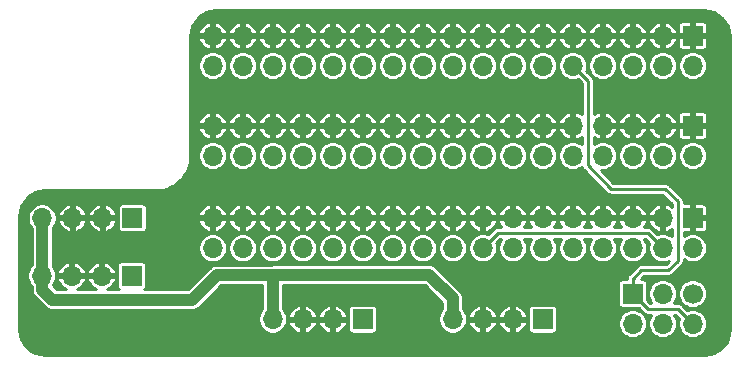
<source format=gbr>
G04 #@! TF.GenerationSoftware,KiCad,Pcbnew,(5.1.9)-1*
G04 #@! TF.CreationDate,2021-02-01T20:54:34+00:00*
G04 #@! TF.ProjectId,Amiga DF0 DF1 Switcher - Design B,416d6967-6120-4444-9630-204446312053,1*
G04 #@! TF.SameCoordinates,Original*
G04 #@! TF.FileFunction,Copper,L2,Bot*
G04 #@! TF.FilePolarity,Positive*
%FSLAX46Y46*%
G04 Gerber Fmt 4.6, Leading zero omitted, Abs format (unit mm)*
G04 Created by KiCad (PCBNEW (5.1.9)-1) date 2021-02-01 20:54:34*
%MOMM*%
%LPD*%
G01*
G04 APERTURE LIST*
G04 #@! TA.AperFunction,ComponentPad*
%ADD10O,1.700000X1.700000*%
G04 #@! TD*
G04 #@! TA.AperFunction,ComponentPad*
%ADD11R,1.700000X1.700000*%
G04 #@! TD*
G04 #@! TA.AperFunction,ComponentPad*
%ADD12C,1.700000*%
G04 #@! TD*
G04 #@! TA.AperFunction,Conductor*
%ADD13C,0.250000*%
G04 #@! TD*
G04 #@! TA.AperFunction,Conductor*
%ADD14C,1.000000*%
G04 #@! TD*
G04 #@! TA.AperFunction,Conductor*
%ADD15C,0.254000*%
G04 #@! TD*
G04 #@! TA.AperFunction,Conductor*
%ADD16C,0.100000*%
G04 #@! TD*
G04 APERTURE END LIST*
D10*
X122682000Y-142240000D03*
X125222000Y-142240000D03*
X127762000Y-142240000D03*
D11*
X130302000Y-142240000D03*
D10*
X172720000Y-146304000D03*
D11*
X172720000Y-143764000D03*
D10*
X175260000Y-146304000D03*
X175260000Y-143764000D03*
X177800000Y-146304000D03*
D12*
X177800000Y-143764000D03*
D10*
X122732800Y-137350500D03*
X125272800Y-137350500D03*
X127812800Y-137350500D03*
D11*
X130352800Y-137350500D03*
D10*
X137160000Y-139890500D03*
X137160000Y-137350500D03*
X139700000Y-139890500D03*
X139700000Y-137350500D03*
X142240000Y-139890500D03*
X142240000Y-137350500D03*
X144780000Y-139890500D03*
X144780000Y-137350500D03*
X147320000Y-139890500D03*
X147320000Y-137350500D03*
X149860000Y-139890500D03*
X149860000Y-137350500D03*
X152400000Y-139890500D03*
X152400000Y-137350500D03*
X154940000Y-139890500D03*
X154940000Y-137350500D03*
X157480000Y-139890500D03*
X157480000Y-137350500D03*
X160020000Y-139890500D03*
X160020000Y-137350500D03*
X162560000Y-139890500D03*
X162560000Y-137350500D03*
X165100000Y-139890500D03*
X165100000Y-137350500D03*
X167640000Y-139890500D03*
X167640000Y-137350500D03*
X170180000Y-139890500D03*
X170180000Y-137350500D03*
X172720000Y-139890500D03*
X172720000Y-137350500D03*
X175260000Y-139890500D03*
X175260000Y-137350500D03*
X177800000Y-139890500D03*
D11*
X177800000Y-137350500D03*
X177800000Y-129540000D03*
D10*
X177800000Y-132080000D03*
X175260000Y-129540000D03*
X175260000Y-132080000D03*
X172720000Y-129540000D03*
X172720000Y-132080000D03*
X170180000Y-129540000D03*
X170180000Y-132080000D03*
X167640000Y-129540000D03*
X167640000Y-132080000D03*
X165100000Y-129540000D03*
X165100000Y-132080000D03*
X162560000Y-129540000D03*
X162560000Y-132080000D03*
X160020000Y-129540000D03*
X160020000Y-132080000D03*
X157480000Y-129540000D03*
X157480000Y-132080000D03*
X154940000Y-129540000D03*
X154940000Y-132080000D03*
X152400000Y-129540000D03*
X152400000Y-132080000D03*
X149860000Y-129540000D03*
X149860000Y-132080000D03*
X147320000Y-129540000D03*
X147320000Y-132080000D03*
X144780000Y-129540000D03*
X144780000Y-132080000D03*
X142240000Y-129540000D03*
X142240000Y-132080000D03*
X139700000Y-129540000D03*
X139700000Y-132080000D03*
X137160000Y-129540000D03*
X137160000Y-132080000D03*
D11*
X177800000Y-121920000D03*
D10*
X177800000Y-124460000D03*
X175260000Y-121920000D03*
X175260000Y-124460000D03*
X172720000Y-121920000D03*
X172720000Y-124460000D03*
X170180000Y-121920000D03*
X170180000Y-124460000D03*
X167640000Y-121920000D03*
X167640000Y-124460000D03*
X165100000Y-121920000D03*
X165100000Y-124460000D03*
X162560000Y-121920000D03*
X162560000Y-124460000D03*
X160020000Y-121920000D03*
X160020000Y-124460000D03*
X157480000Y-121920000D03*
X157480000Y-124460000D03*
X154940000Y-121920000D03*
X154940000Y-124460000D03*
X152400000Y-121920000D03*
X152400000Y-124460000D03*
X149860000Y-121920000D03*
X149860000Y-124460000D03*
X147320000Y-121920000D03*
X147320000Y-124460000D03*
X144780000Y-121920000D03*
X144780000Y-124460000D03*
X142240000Y-121920000D03*
X142240000Y-124460000D03*
X139700000Y-121920000D03*
X139700000Y-124460000D03*
X137160000Y-121920000D03*
X137160000Y-124460000D03*
D11*
X165100000Y-145923000D03*
D10*
X162560000Y-145923000D03*
X160020000Y-145923000D03*
X157480000Y-145923000D03*
D11*
X149860000Y-145923000D03*
D10*
X147320000Y-145923000D03*
X144780000Y-145923000D03*
X142240000Y-145923000D03*
D13*
X174410001Y-139040501D02*
X175260000Y-139890500D01*
X173990000Y-138620500D02*
X174410001Y-139040501D01*
X160020000Y-139890500D02*
X161290000Y-138620500D01*
X161290000Y-138620500D02*
X173990000Y-138620500D01*
X172720000Y-143764000D02*
X172720000Y-142865240D01*
X168489999Y-125309999D02*
X167640000Y-124460000D01*
X168910000Y-132904090D02*
X168910000Y-125730000D01*
X175463200Y-134874000D02*
X170879910Y-134874000D01*
X172720000Y-143764000D02*
X172720000Y-142494000D01*
X175742600Y-141757400D02*
X176530000Y-140970000D01*
X172720000Y-142494000D02*
X173456600Y-141757400D01*
X173456600Y-141757400D02*
X175742600Y-141757400D01*
X176530000Y-140970000D02*
X176530000Y-135940800D01*
X168910000Y-125730000D02*
X168489999Y-125309999D01*
X170879910Y-134874000D02*
X168910000Y-132904090D01*
X176530000Y-135940800D02*
X175463200Y-134874000D01*
X176950001Y-145454001D02*
X177800000Y-146304000D01*
X176530000Y-145034000D02*
X176950001Y-145454001D01*
X172720000Y-143764000D02*
X173990000Y-145034000D01*
X173990000Y-145034000D02*
X176530000Y-145034000D01*
D14*
X142240000Y-142189200D02*
X142240000Y-145923000D01*
X137541000Y-142189200D02*
X142240000Y-142189200D01*
X135458200Y-144272000D02*
X137541000Y-142189200D01*
X123588119Y-144272000D02*
X135458200Y-144272000D01*
X122732800Y-143416681D02*
X123588119Y-144272000D01*
X122732800Y-137350500D02*
X122732800Y-143416681D01*
X157480000Y-144170400D02*
X157480000Y-145923000D01*
X155473400Y-142163800D02*
X157480000Y-144170400D01*
X142367000Y-142163800D02*
X155473400Y-142163800D01*
D15*
X179230115Y-119828551D02*
X179628462Y-119948819D01*
X179995864Y-120144170D01*
X180318317Y-120407157D01*
X180583553Y-120727773D01*
X180781460Y-121093795D01*
X180904506Y-121491291D01*
X180950000Y-121924137D01*
X180950001Y-146792136D01*
X180907449Y-147226115D01*
X180787181Y-147624464D01*
X180591831Y-147991862D01*
X180328845Y-148314315D01*
X180008226Y-148579554D01*
X179642204Y-148777461D01*
X179244708Y-148900506D01*
X178811863Y-148946000D01*
X122955854Y-148946000D01*
X122521885Y-148903449D01*
X122123536Y-148783181D01*
X121756138Y-148587831D01*
X121433685Y-148324845D01*
X121168446Y-148004226D01*
X120970539Y-147638204D01*
X120847494Y-147240708D01*
X120802000Y-146807863D01*
X120802000Y-142118757D01*
X121451000Y-142118757D01*
X121451000Y-142361243D01*
X121498307Y-142599069D01*
X121591102Y-142823097D01*
X121725820Y-143024717D01*
X121851801Y-143150698D01*
X121851801Y-143373401D01*
X121847538Y-143416681D01*
X121864549Y-143589386D01*
X121914925Y-143755455D01*
X121996732Y-143908506D01*
X122037822Y-143958574D01*
X122106826Y-144042656D01*
X122140440Y-144070242D01*
X122934558Y-144864360D01*
X122962144Y-144897975D01*
X123007026Y-144934808D01*
X123096293Y-145008068D01*
X123185336Y-145055662D01*
X123249344Y-145089875D01*
X123415413Y-145140252D01*
X123544846Y-145153000D01*
X123544849Y-145153000D01*
X123588119Y-145157262D01*
X123631389Y-145153000D01*
X135414930Y-145153000D01*
X135458200Y-145157262D01*
X135501470Y-145153000D01*
X135501473Y-145153000D01*
X135630906Y-145140252D01*
X135796975Y-145089875D01*
X135950025Y-145008068D01*
X136084175Y-144897975D01*
X136111766Y-144864355D01*
X137905922Y-143070200D01*
X141359000Y-143070200D01*
X141359001Y-145063102D01*
X141283820Y-145138283D01*
X141149102Y-145339903D01*
X141056307Y-145563931D01*
X141009000Y-145801757D01*
X141009000Y-146044243D01*
X141056307Y-146282069D01*
X141149102Y-146506097D01*
X141283820Y-146707717D01*
X141455283Y-146879180D01*
X141656903Y-147013898D01*
X141880931Y-147106693D01*
X142118757Y-147154000D01*
X142361243Y-147154000D01*
X142599069Y-147106693D01*
X142823097Y-147013898D01*
X143024717Y-146879180D01*
X143196180Y-146707717D01*
X143330898Y-146506097D01*
X143423693Y-146282069D01*
X143432064Y-146239981D01*
X143590505Y-146239981D01*
X143675201Y-146465949D01*
X143802353Y-146671052D01*
X143967076Y-146847408D01*
X144163039Y-146988239D01*
X144382712Y-147088134D01*
X144463020Y-147112489D01*
X144653000Y-147051627D01*
X144653000Y-146050000D01*
X144907000Y-146050000D01*
X144907000Y-147051627D01*
X145096980Y-147112489D01*
X145177288Y-147088134D01*
X145396961Y-146988239D01*
X145592924Y-146847408D01*
X145757647Y-146671052D01*
X145884799Y-146465949D01*
X145969495Y-146239981D01*
X146130505Y-146239981D01*
X146215201Y-146465949D01*
X146342353Y-146671052D01*
X146507076Y-146847408D01*
X146703039Y-146988239D01*
X146922712Y-147088134D01*
X147003020Y-147112489D01*
X147193000Y-147051627D01*
X147193000Y-146050000D01*
X147447000Y-146050000D01*
X147447000Y-147051627D01*
X147636980Y-147112489D01*
X147717288Y-147088134D01*
X147936961Y-146988239D01*
X148132924Y-146847408D01*
X148297647Y-146671052D01*
X148424799Y-146465949D01*
X148509495Y-146239981D01*
X148449187Y-146050000D01*
X147447000Y-146050000D01*
X147193000Y-146050000D01*
X146190813Y-146050000D01*
X146130505Y-146239981D01*
X145969495Y-146239981D01*
X145909187Y-146050000D01*
X144907000Y-146050000D01*
X144653000Y-146050000D01*
X143650813Y-146050000D01*
X143590505Y-146239981D01*
X143432064Y-146239981D01*
X143471000Y-146044243D01*
X143471000Y-145801757D01*
X143432065Y-145606019D01*
X143590505Y-145606019D01*
X143650813Y-145796000D01*
X144653000Y-145796000D01*
X144653000Y-144794373D01*
X144907000Y-144794373D01*
X144907000Y-145796000D01*
X145909187Y-145796000D01*
X145969495Y-145606019D01*
X146130505Y-145606019D01*
X146190813Y-145796000D01*
X147193000Y-145796000D01*
X147193000Y-144794373D01*
X147447000Y-144794373D01*
X147447000Y-145796000D01*
X148449187Y-145796000D01*
X148509495Y-145606019D01*
X148424799Y-145380051D01*
X148297647Y-145174948D01*
X148202424Y-145073000D01*
X148627157Y-145073000D01*
X148627157Y-146773000D01*
X148634513Y-146847689D01*
X148656299Y-146919508D01*
X148691678Y-146985696D01*
X148739289Y-147043711D01*
X148797304Y-147091322D01*
X148863492Y-147126701D01*
X148935311Y-147148487D01*
X149010000Y-147155843D01*
X150710000Y-147155843D01*
X150784689Y-147148487D01*
X150856508Y-147126701D01*
X150922696Y-147091322D01*
X150980711Y-147043711D01*
X151028322Y-146985696D01*
X151063701Y-146919508D01*
X151085487Y-146847689D01*
X151092843Y-146773000D01*
X151092843Y-145073000D01*
X151085487Y-144998311D01*
X151063701Y-144926492D01*
X151028322Y-144860304D01*
X150980711Y-144802289D01*
X150922696Y-144754678D01*
X150856508Y-144719299D01*
X150784689Y-144697513D01*
X150710000Y-144690157D01*
X149010000Y-144690157D01*
X148935311Y-144697513D01*
X148863492Y-144719299D01*
X148797304Y-144754678D01*
X148739289Y-144802289D01*
X148691678Y-144860304D01*
X148656299Y-144926492D01*
X148634513Y-144998311D01*
X148627157Y-145073000D01*
X148202424Y-145073000D01*
X148132924Y-144998592D01*
X147936961Y-144857761D01*
X147717288Y-144757866D01*
X147636980Y-144733511D01*
X147447000Y-144794373D01*
X147193000Y-144794373D01*
X147003020Y-144733511D01*
X146922712Y-144757866D01*
X146703039Y-144857761D01*
X146507076Y-144998592D01*
X146342353Y-145174948D01*
X146215201Y-145380051D01*
X146130505Y-145606019D01*
X145969495Y-145606019D01*
X145884799Y-145380051D01*
X145757647Y-145174948D01*
X145592924Y-144998592D01*
X145396961Y-144857761D01*
X145177288Y-144757866D01*
X145096980Y-144733511D01*
X144907000Y-144794373D01*
X144653000Y-144794373D01*
X144463020Y-144733511D01*
X144382712Y-144757866D01*
X144163039Y-144857761D01*
X143967076Y-144998592D01*
X143802353Y-145174948D01*
X143675201Y-145380051D01*
X143590505Y-145606019D01*
X143432065Y-145606019D01*
X143423693Y-145563931D01*
X143330898Y-145339903D01*
X143196180Y-145138283D01*
X143121000Y-145063103D01*
X143121000Y-143044800D01*
X155108479Y-143044800D01*
X156599000Y-144535322D01*
X156599001Y-145063102D01*
X156523820Y-145138283D01*
X156389102Y-145339903D01*
X156296307Y-145563931D01*
X156249000Y-145801757D01*
X156249000Y-146044243D01*
X156296307Y-146282069D01*
X156389102Y-146506097D01*
X156523820Y-146707717D01*
X156695283Y-146879180D01*
X156896903Y-147013898D01*
X157120931Y-147106693D01*
X157358757Y-147154000D01*
X157601243Y-147154000D01*
X157839069Y-147106693D01*
X158063097Y-147013898D01*
X158264717Y-146879180D01*
X158436180Y-146707717D01*
X158570898Y-146506097D01*
X158663693Y-146282069D01*
X158672064Y-146239981D01*
X158830505Y-146239981D01*
X158915201Y-146465949D01*
X159042353Y-146671052D01*
X159207076Y-146847408D01*
X159403039Y-146988239D01*
X159622712Y-147088134D01*
X159703020Y-147112489D01*
X159893000Y-147051627D01*
X159893000Y-146050000D01*
X160147000Y-146050000D01*
X160147000Y-147051627D01*
X160336980Y-147112489D01*
X160417288Y-147088134D01*
X160636961Y-146988239D01*
X160832924Y-146847408D01*
X160997647Y-146671052D01*
X161124799Y-146465949D01*
X161209495Y-146239981D01*
X161370505Y-146239981D01*
X161455201Y-146465949D01*
X161582353Y-146671052D01*
X161747076Y-146847408D01*
X161943039Y-146988239D01*
X162162712Y-147088134D01*
X162243020Y-147112489D01*
X162433000Y-147051627D01*
X162433000Y-146050000D01*
X162687000Y-146050000D01*
X162687000Y-147051627D01*
X162876980Y-147112489D01*
X162957288Y-147088134D01*
X163176961Y-146988239D01*
X163372924Y-146847408D01*
X163537647Y-146671052D01*
X163664799Y-146465949D01*
X163749495Y-146239981D01*
X163689187Y-146050000D01*
X162687000Y-146050000D01*
X162433000Y-146050000D01*
X161430813Y-146050000D01*
X161370505Y-146239981D01*
X161209495Y-146239981D01*
X161149187Y-146050000D01*
X160147000Y-146050000D01*
X159893000Y-146050000D01*
X158890813Y-146050000D01*
X158830505Y-146239981D01*
X158672064Y-146239981D01*
X158711000Y-146044243D01*
X158711000Y-145801757D01*
X158672065Y-145606019D01*
X158830505Y-145606019D01*
X158890813Y-145796000D01*
X159893000Y-145796000D01*
X159893000Y-144794373D01*
X160147000Y-144794373D01*
X160147000Y-145796000D01*
X161149187Y-145796000D01*
X161209495Y-145606019D01*
X161370505Y-145606019D01*
X161430813Y-145796000D01*
X162433000Y-145796000D01*
X162433000Y-144794373D01*
X162687000Y-144794373D01*
X162687000Y-145796000D01*
X163689187Y-145796000D01*
X163749495Y-145606019D01*
X163664799Y-145380051D01*
X163537647Y-145174948D01*
X163442424Y-145073000D01*
X163867157Y-145073000D01*
X163867157Y-146773000D01*
X163874513Y-146847689D01*
X163896299Y-146919508D01*
X163931678Y-146985696D01*
X163979289Y-147043711D01*
X164037304Y-147091322D01*
X164103492Y-147126701D01*
X164175311Y-147148487D01*
X164250000Y-147155843D01*
X165950000Y-147155843D01*
X166024689Y-147148487D01*
X166096508Y-147126701D01*
X166162696Y-147091322D01*
X166220711Y-147043711D01*
X166268322Y-146985696D01*
X166303701Y-146919508D01*
X166325487Y-146847689D01*
X166332843Y-146773000D01*
X166332843Y-146182757D01*
X171489000Y-146182757D01*
X171489000Y-146425243D01*
X171536307Y-146663069D01*
X171629102Y-146887097D01*
X171763820Y-147088717D01*
X171935283Y-147260180D01*
X172136903Y-147394898D01*
X172360931Y-147487693D01*
X172598757Y-147535000D01*
X172841243Y-147535000D01*
X173079069Y-147487693D01*
X173303097Y-147394898D01*
X173504717Y-147260180D01*
X173676180Y-147088717D01*
X173810898Y-146887097D01*
X173903693Y-146663069D01*
X173951000Y-146425243D01*
X173951000Y-146182757D01*
X173903693Y-145944931D01*
X173810898Y-145720903D01*
X173676180Y-145519283D01*
X173504717Y-145347820D01*
X173303097Y-145213102D01*
X173079069Y-145120307D01*
X172841243Y-145073000D01*
X172598757Y-145073000D01*
X172360931Y-145120307D01*
X172136903Y-145213102D01*
X171935283Y-145347820D01*
X171763820Y-145519283D01*
X171629102Y-145720903D01*
X171536307Y-145944931D01*
X171489000Y-146182757D01*
X166332843Y-146182757D01*
X166332843Y-145073000D01*
X166325487Y-144998311D01*
X166303701Y-144926492D01*
X166268322Y-144860304D01*
X166220711Y-144802289D01*
X166162696Y-144754678D01*
X166096508Y-144719299D01*
X166024689Y-144697513D01*
X165950000Y-144690157D01*
X164250000Y-144690157D01*
X164175311Y-144697513D01*
X164103492Y-144719299D01*
X164037304Y-144754678D01*
X163979289Y-144802289D01*
X163931678Y-144860304D01*
X163896299Y-144926492D01*
X163874513Y-144998311D01*
X163867157Y-145073000D01*
X163442424Y-145073000D01*
X163372924Y-144998592D01*
X163176961Y-144857761D01*
X162957288Y-144757866D01*
X162876980Y-144733511D01*
X162687000Y-144794373D01*
X162433000Y-144794373D01*
X162243020Y-144733511D01*
X162162712Y-144757866D01*
X161943039Y-144857761D01*
X161747076Y-144998592D01*
X161582353Y-145174948D01*
X161455201Y-145380051D01*
X161370505Y-145606019D01*
X161209495Y-145606019D01*
X161124799Y-145380051D01*
X160997647Y-145174948D01*
X160832924Y-144998592D01*
X160636961Y-144857761D01*
X160417288Y-144757866D01*
X160336980Y-144733511D01*
X160147000Y-144794373D01*
X159893000Y-144794373D01*
X159703020Y-144733511D01*
X159622712Y-144757866D01*
X159403039Y-144857761D01*
X159207076Y-144998592D01*
X159042353Y-145174948D01*
X158915201Y-145380051D01*
X158830505Y-145606019D01*
X158672065Y-145606019D01*
X158663693Y-145563931D01*
X158570898Y-145339903D01*
X158436180Y-145138283D01*
X158361000Y-145063103D01*
X158361000Y-144213670D01*
X158365262Y-144170400D01*
X158358744Y-144104221D01*
X158348252Y-143997694D01*
X158297875Y-143831625D01*
X158216068Y-143678574D01*
X158133559Y-143578037D01*
X158105975Y-143544425D01*
X158072362Y-143516840D01*
X156126966Y-141571445D01*
X156099375Y-141537825D01*
X155965225Y-141427732D01*
X155812175Y-141345925D01*
X155646106Y-141295548D01*
X155516673Y-141282800D01*
X155516670Y-141282800D01*
X155473400Y-141278538D01*
X155430130Y-141282800D01*
X142323727Y-141282800D01*
X142194294Y-141295548D01*
X142152586Y-141308200D01*
X137584269Y-141308200D01*
X137540999Y-141303938D01*
X137497729Y-141308200D01*
X137497727Y-141308200D01*
X137368294Y-141320948D01*
X137202225Y-141371325D01*
X137049174Y-141453132D01*
X137018327Y-141478448D01*
X136915025Y-141563225D01*
X136887439Y-141596839D01*
X135093279Y-143391000D01*
X131385803Y-143391000D01*
X131422711Y-143360711D01*
X131470322Y-143302696D01*
X131505701Y-143236508D01*
X131527487Y-143164689D01*
X131534843Y-143090000D01*
X131534843Y-141390000D01*
X131527487Y-141315311D01*
X131505701Y-141243492D01*
X131470322Y-141177304D01*
X131422711Y-141119289D01*
X131364696Y-141071678D01*
X131298508Y-141036299D01*
X131226689Y-141014513D01*
X131152000Y-141007157D01*
X129452000Y-141007157D01*
X129377311Y-141014513D01*
X129305492Y-141036299D01*
X129239304Y-141071678D01*
X129181289Y-141119289D01*
X129133678Y-141177304D01*
X129098299Y-141243492D01*
X129076513Y-141315311D01*
X129069157Y-141390000D01*
X129069157Y-143090000D01*
X129076513Y-143164689D01*
X129098299Y-143236508D01*
X129133678Y-143302696D01*
X129181289Y-143360711D01*
X129218197Y-143391000D01*
X128190369Y-143391000D01*
X128378961Y-143305239D01*
X128574924Y-143164408D01*
X128739647Y-142988052D01*
X128866799Y-142782949D01*
X128951495Y-142556981D01*
X128891187Y-142367000D01*
X127889000Y-142367000D01*
X127889000Y-142387000D01*
X127635000Y-142387000D01*
X127635000Y-142367000D01*
X126632813Y-142367000D01*
X126572505Y-142556981D01*
X126657201Y-142782949D01*
X126784353Y-142988052D01*
X126949076Y-143164408D01*
X127145039Y-143305239D01*
X127333631Y-143391000D01*
X125650369Y-143391000D01*
X125838961Y-143305239D01*
X126034924Y-143164408D01*
X126199647Y-142988052D01*
X126326799Y-142782949D01*
X126411495Y-142556981D01*
X126351187Y-142367000D01*
X125349000Y-142367000D01*
X125349000Y-142387000D01*
X125095000Y-142387000D01*
X125095000Y-142367000D01*
X124092813Y-142367000D01*
X124032505Y-142556981D01*
X124117201Y-142782949D01*
X124244353Y-142988052D01*
X124409076Y-143164408D01*
X124605039Y-143305239D01*
X124793631Y-143391000D01*
X123953041Y-143391000D01*
X123613800Y-143051760D01*
X123613800Y-143049097D01*
X123638180Y-143024717D01*
X123772898Y-142823097D01*
X123865693Y-142599069D01*
X123913000Y-142361243D01*
X123913000Y-142118757D01*
X123874065Y-141923019D01*
X124032505Y-141923019D01*
X124092813Y-142113000D01*
X125095000Y-142113000D01*
X125095000Y-141111373D01*
X125349000Y-141111373D01*
X125349000Y-142113000D01*
X126351187Y-142113000D01*
X126411495Y-141923019D01*
X126572505Y-141923019D01*
X126632813Y-142113000D01*
X127635000Y-142113000D01*
X127635000Y-141111373D01*
X127889000Y-141111373D01*
X127889000Y-142113000D01*
X128891187Y-142113000D01*
X128951495Y-141923019D01*
X128866799Y-141697051D01*
X128739647Y-141491948D01*
X128574924Y-141315592D01*
X128378961Y-141174761D01*
X128159288Y-141074866D01*
X128078980Y-141050511D01*
X127889000Y-141111373D01*
X127635000Y-141111373D01*
X127445020Y-141050511D01*
X127364712Y-141074866D01*
X127145039Y-141174761D01*
X126949076Y-141315592D01*
X126784353Y-141491948D01*
X126657201Y-141697051D01*
X126572505Y-141923019D01*
X126411495Y-141923019D01*
X126326799Y-141697051D01*
X126199647Y-141491948D01*
X126034924Y-141315592D01*
X125838961Y-141174761D01*
X125619288Y-141074866D01*
X125538980Y-141050511D01*
X125349000Y-141111373D01*
X125095000Y-141111373D01*
X124905020Y-141050511D01*
X124824712Y-141074866D01*
X124605039Y-141174761D01*
X124409076Y-141315592D01*
X124244353Y-141491948D01*
X124117201Y-141697051D01*
X124032505Y-141923019D01*
X123874065Y-141923019D01*
X123865693Y-141880931D01*
X123772898Y-141656903D01*
X123638180Y-141455283D01*
X123613800Y-141430903D01*
X123613800Y-139769257D01*
X135929000Y-139769257D01*
X135929000Y-140011743D01*
X135976307Y-140249569D01*
X136069102Y-140473597D01*
X136203820Y-140675217D01*
X136375283Y-140846680D01*
X136576903Y-140981398D01*
X136800931Y-141074193D01*
X137038757Y-141121500D01*
X137281243Y-141121500D01*
X137519069Y-141074193D01*
X137743097Y-140981398D01*
X137944717Y-140846680D01*
X138116180Y-140675217D01*
X138250898Y-140473597D01*
X138343693Y-140249569D01*
X138391000Y-140011743D01*
X138391000Y-139769257D01*
X138469000Y-139769257D01*
X138469000Y-140011743D01*
X138516307Y-140249569D01*
X138609102Y-140473597D01*
X138743820Y-140675217D01*
X138915283Y-140846680D01*
X139116903Y-140981398D01*
X139340931Y-141074193D01*
X139578757Y-141121500D01*
X139821243Y-141121500D01*
X140059069Y-141074193D01*
X140283097Y-140981398D01*
X140484717Y-140846680D01*
X140656180Y-140675217D01*
X140790898Y-140473597D01*
X140883693Y-140249569D01*
X140931000Y-140011743D01*
X140931000Y-139769257D01*
X141009000Y-139769257D01*
X141009000Y-140011743D01*
X141056307Y-140249569D01*
X141149102Y-140473597D01*
X141283820Y-140675217D01*
X141455283Y-140846680D01*
X141656903Y-140981398D01*
X141880931Y-141074193D01*
X142118757Y-141121500D01*
X142361243Y-141121500D01*
X142599069Y-141074193D01*
X142823097Y-140981398D01*
X143024717Y-140846680D01*
X143196180Y-140675217D01*
X143330898Y-140473597D01*
X143423693Y-140249569D01*
X143471000Y-140011743D01*
X143471000Y-139769257D01*
X143549000Y-139769257D01*
X143549000Y-140011743D01*
X143596307Y-140249569D01*
X143689102Y-140473597D01*
X143823820Y-140675217D01*
X143995283Y-140846680D01*
X144196903Y-140981398D01*
X144420931Y-141074193D01*
X144658757Y-141121500D01*
X144901243Y-141121500D01*
X145139069Y-141074193D01*
X145363097Y-140981398D01*
X145564717Y-140846680D01*
X145736180Y-140675217D01*
X145870898Y-140473597D01*
X145963693Y-140249569D01*
X146011000Y-140011743D01*
X146011000Y-139769257D01*
X146089000Y-139769257D01*
X146089000Y-140011743D01*
X146136307Y-140249569D01*
X146229102Y-140473597D01*
X146363820Y-140675217D01*
X146535283Y-140846680D01*
X146736903Y-140981398D01*
X146960931Y-141074193D01*
X147198757Y-141121500D01*
X147441243Y-141121500D01*
X147679069Y-141074193D01*
X147903097Y-140981398D01*
X148104717Y-140846680D01*
X148276180Y-140675217D01*
X148410898Y-140473597D01*
X148503693Y-140249569D01*
X148551000Y-140011743D01*
X148551000Y-139769257D01*
X148629000Y-139769257D01*
X148629000Y-140011743D01*
X148676307Y-140249569D01*
X148769102Y-140473597D01*
X148903820Y-140675217D01*
X149075283Y-140846680D01*
X149276903Y-140981398D01*
X149500931Y-141074193D01*
X149738757Y-141121500D01*
X149981243Y-141121500D01*
X150219069Y-141074193D01*
X150443097Y-140981398D01*
X150644717Y-140846680D01*
X150816180Y-140675217D01*
X150950898Y-140473597D01*
X151043693Y-140249569D01*
X151091000Y-140011743D01*
X151091000Y-139769257D01*
X151169000Y-139769257D01*
X151169000Y-140011743D01*
X151216307Y-140249569D01*
X151309102Y-140473597D01*
X151443820Y-140675217D01*
X151615283Y-140846680D01*
X151816903Y-140981398D01*
X152040931Y-141074193D01*
X152278757Y-141121500D01*
X152521243Y-141121500D01*
X152759069Y-141074193D01*
X152983097Y-140981398D01*
X153184717Y-140846680D01*
X153356180Y-140675217D01*
X153490898Y-140473597D01*
X153583693Y-140249569D01*
X153631000Y-140011743D01*
X153631000Y-139769257D01*
X153709000Y-139769257D01*
X153709000Y-140011743D01*
X153756307Y-140249569D01*
X153849102Y-140473597D01*
X153983820Y-140675217D01*
X154155283Y-140846680D01*
X154356903Y-140981398D01*
X154580931Y-141074193D01*
X154818757Y-141121500D01*
X155061243Y-141121500D01*
X155299069Y-141074193D01*
X155523097Y-140981398D01*
X155724717Y-140846680D01*
X155896180Y-140675217D01*
X156030898Y-140473597D01*
X156123693Y-140249569D01*
X156171000Y-140011743D01*
X156171000Y-139769257D01*
X156249000Y-139769257D01*
X156249000Y-140011743D01*
X156296307Y-140249569D01*
X156389102Y-140473597D01*
X156523820Y-140675217D01*
X156695283Y-140846680D01*
X156896903Y-140981398D01*
X157120931Y-141074193D01*
X157358757Y-141121500D01*
X157601243Y-141121500D01*
X157839069Y-141074193D01*
X158063097Y-140981398D01*
X158264717Y-140846680D01*
X158436180Y-140675217D01*
X158570898Y-140473597D01*
X158663693Y-140249569D01*
X158711000Y-140011743D01*
X158711000Y-139769257D01*
X158789000Y-139769257D01*
X158789000Y-140011743D01*
X158836307Y-140249569D01*
X158929102Y-140473597D01*
X159063820Y-140675217D01*
X159235283Y-140846680D01*
X159436903Y-140981398D01*
X159660931Y-141074193D01*
X159898757Y-141121500D01*
X160141243Y-141121500D01*
X160379069Y-141074193D01*
X160603097Y-140981398D01*
X160804717Y-140846680D01*
X160976180Y-140675217D01*
X161110898Y-140473597D01*
X161203693Y-140249569D01*
X161251000Y-140011743D01*
X161251000Y-139769257D01*
X161203693Y-139531431D01*
X161171758Y-139454333D01*
X161499592Y-139126500D01*
X161589977Y-139126500D01*
X161469102Y-139307403D01*
X161376307Y-139531431D01*
X161329000Y-139769257D01*
X161329000Y-140011743D01*
X161376307Y-140249569D01*
X161469102Y-140473597D01*
X161603820Y-140675217D01*
X161775283Y-140846680D01*
X161976903Y-140981398D01*
X162200931Y-141074193D01*
X162438757Y-141121500D01*
X162681243Y-141121500D01*
X162919069Y-141074193D01*
X163143097Y-140981398D01*
X163344717Y-140846680D01*
X163516180Y-140675217D01*
X163650898Y-140473597D01*
X163743693Y-140249569D01*
X163791000Y-140011743D01*
X163791000Y-139769257D01*
X163743693Y-139531431D01*
X163650898Y-139307403D01*
X163530023Y-139126500D01*
X164129977Y-139126500D01*
X164009102Y-139307403D01*
X163916307Y-139531431D01*
X163869000Y-139769257D01*
X163869000Y-140011743D01*
X163916307Y-140249569D01*
X164009102Y-140473597D01*
X164143820Y-140675217D01*
X164315283Y-140846680D01*
X164516903Y-140981398D01*
X164740931Y-141074193D01*
X164978757Y-141121500D01*
X165221243Y-141121500D01*
X165459069Y-141074193D01*
X165683097Y-140981398D01*
X165884717Y-140846680D01*
X166056180Y-140675217D01*
X166190898Y-140473597D01*
X166283693Y-140249569D01*
X166331000Y-140011743D01*
X166331000Y-139769257D01*
X166283693Y-139531431D01*
X166190898Y-139307403D01*
X166070023Y-139126500D01*
X166669977Y-139126500D01*
X166549102Y-139307403D01*
X166456307Y-139531431D01*
X166409000Y-139769257D01*
X166409000Y-140011743D01*
X166456307Y-140249569D01*
X166549102Y-140473597D01*
X166683820Y-140675217D01*
X166855283Y-140846680D01*
X167056903Y-140981398D01*
X167280931Y-141074193D01*
X167518757Y-141121500D01*
X167761243Y-141121500D01*
X167999069Y-141074193D01*
X168223097Y-140981398D01*
X168424717Y-140846680D01*
X168596180Y-140675217D01*
X168730898Y-140473597D01*
X168823693Y-140249569D01*
X168871000Y-140011743D01*
X168871000Y-139769257D01*
X168823693Y-139531431D01*
X168730898Y-139307403D01*
X168610023Y-139126500D01*
X169209977Y-139126500D01*
X169089102Y-139307403D01*
X168996307Y-139531431D01*
X168949000Y-139769257D01*
X168949000Y-140011743D01*
X168996307Y-140249569D01*
X169089102Y-140473597D01*
X169223820Y-140675217D01*
X169395283Y-140846680D01*
X169596903Y-140981398D01*
X169820931Y-141074193D01*
X170058757Y-141121500D01*
X170301243Y-141121500D01*
X170539069Y-141074193D01*
X170763097Y-140981398D01*
X170964717Y-140846680D01*
X171136180Y-140675217D01*
X171270898Y-140473597D01*
X171363693Y-140249569D01*
X171411000Y-140011743D01*
X171411000Y-139769257D01*
X171363693Y-139531431D01*
X171270898Y-139307403D01*
X171150023Y-139126500D01*
X171749977Y-139126500D01*
X171629102Y-139307403D01*
X171536307Y-139531431D01*
X171489000Y-139769257D01*
X171489000Y-140011743D01*
X171536307Y-140249569D01*
X171629102Y-140473597D01*
X171763820Y-140675217D01*
X171935283Y-140846680D01*
X172136903Y-140981398D01*
X172360931Y-141074193D01*
X172598757Y-141121500D01*
X172841243Y-141121500D01*
X173079069Y-141074193D01*
X173303097Y-140981398D01*
X173504717Y-140846680D01*
X173676180Y-140675217D01*
X173810898Y-140473597D01*
X173903693Y-140249569D01*
X173951000Y-140011743D01*
X173951000Y-139769257D01*
X173903693Y-139531431D01*
X173810898Y-139307403D01*
X173690023Y-139126500D01*
X173780409Y-139126500D01*
X174069779Y-139415871D01*
X174069784Y-139415875D01*
X174108242Y-139454333D01*
X174076307Y-139531431D01*
X174029000Y-139769257D01*
X174029000Y-140011743D01*
X174076307Y-140249569D01*
X174169102Y-140473597D01*
X174303820Y-140675217D01*
X174475283Y-140846680D01*
X174676903Y-140981398D01*
X174900931Y-141074193D01*
X175138757Y-141121500D01*
X175381243Y-141121500D01*
X175619069Y-141074193D01*
X175774665Y-141009743D01*
X175533009Y-141251400D01*
X173481454Y-141251400D01*
X173456600Y-141248952D01*
X173431746Y-141251400D01*
X173357407Y-141258722D01*
X173262025Y-141287655D01*
X173174121Y-141334641D01*
X173097073Y-141397873D01*
X173081229Y-141417179D01*
X172379780Y-142118629D01*
X172360474Y-142134473D01*
X172297242Y-142211521D01*
X172288891Y-142227145D01*
X172250255Y-142299426D01*
X172221322Y-142394808D01*
X172211553Y-142494000D01*
X172214001Y-142518856D01*
X172214001Y-142531157D01*
X171870000Y-142531157D01*
X171795311Y-142538513D01*
X171723492Y-142560299D01*
X171657304Y-142595678D01*
X171599289Y-142643289D01*
X171551678Y-142701304D01*
X171516299Y-142767492D01*
X171494513Y-142839311D01*
X171487157Y-142914000D01*
X171487157Y-144614000D01*
X171494513Y-144688689D01*
X171516299Y-144760508D01*
X171551678Y-144826696D01*
X171599289Y-144884711D01*
X171657304Y-144932322D01*
X171723492Y-144967701D01*
X171795311Y-144989487D01*
X171870000Y-144996843D01*
X173237251Y-144996843D01*
X173614628Y-145374220D01*
X173630473Y-145393527D01*
X173707521Y-145456759D01*
X173795425Y-145503745D01*
X173890806Y-145532678D01*
X173900694Y-145533652D01*
X173965146Y-145540000D01*
X173965153Y-145540000D01*
X173989999Y-145542447D01*
X174014845Y-145540000D01*
X174289977Y-145540000D01*
X174169102Y-145720903D01*
X174076307Y-145944931D01*
X174029000Y-146182757D01*
X174029000Y-146425243D01*
X174076307Y-146663069D01*
X174169102Y-146887097D01*
X174303820Y-147088717D01*
X174475283Y-147260180D01*
X174676903Y-147394898D01*
X174900931Y-147487693D01*
X175138757Y-147535000D01*
X175381243Y-147535000D01*
X175619069Y-147487693D01*
X175843097Y-147394898D01*
X176044717Y-147260180D01*
X176216180Y-147088717D01*
X176350898Y-146887097D01*
X176443693Y-146663069D01*
X176491000Y-146425243D01*
X176491000Y-146182757D01*
X176443693Y-145944931D01*
X176350898Y-145720903D01*
X176230023Y-145540000D01*
X176320409Y-145540000D01*
X176609779Y-145829371D01*
X176609784Y-145829375D01*
X176648242Y-145867833D01*
X176616307Y-145944931D01*
X176569000Y-146182757D01*
X176569000Y-146425243D01*
X176616307Y-146663069D01*
X176709102Y-146887097D01*
X176843820Y-147088717D01*
X177015283Y-147260180D01*
X177216903Y-147394898D01*
X177440931Y-147487693D01*
X177678757Y-147535000D01*
X177921243Y-147535000D01*
X178159069Y-147487693D01*
X178383097Y-147394898D01*
X178584717Y-147260180D01*
X178756180Y-147088717D01*
X178890898Y-146887097D01*
X178983693Y-146663069D01*
X179031000Y-146425243D01*
X179031000Y-146182757D01*
X178983693Y-145944931D01*
X178890898Y-145720903D01*
X178756180Y-145519283D01*
X178584717Y-145347820D01*
X178383097Y-145213102D01*
X178159069Y-145120307D01*
X177921243Y-145073000D01*
X177678757Y-145073000D01*
X177440931Y-145120307D01*
X177363833Y-145152242D01*
X177325375Y-145113784D01*
X177325371Y-145113779D01*
X176905376Y-144693785D01*
X176889527Y-144674473D01*
X176812479Y-144611241D01*
X176724575Y-144564255D01*
X176629193Y-144535322D01*
X176554854Y-144528000D01*
X176554846Y-144528000D01*
X176530000Y-144525553D01*
X176505154Y-144528000D01*
X176230023Y-144528000D01*
X176350898Y-144347097D01*
X176443693Y-144123069D01*
X176491000Y-143885243D01*
X176491000Y-143642757D01*
X176569000Y-143642757D01*
X176569000Y-143885243D01*
X176616307Y-144123069D01*
X176709102Y-144347097D01*
X176843820Y-144548717D01*
X177015283Y-144720180D01*
X177216903Y-144854898D01*
X177440931Y-144947693D01*
X177678757Y-144995000D01*
X177921243Y-144995000D01*
X178159069Y-144947693D01*
X178383097Y-144854898D01*
X178584717Y-144720180D01*
X178756180Y-144548717D01*
X178890898Y-144347097D01*
X178983693Y-144123069D01*
X179031000Y-143885243D01*
X179031000Y-143642757D01*
X178983693Y-143404931D01*
X178890898Y-143180903D01*
X178756180Y-142979283D01*
X178584717Y-142807820D01*
X178383097Y-142673102D01*
X178159069Y-142580307D01*
X177921243Y-142533000D01*
X177678757Y-142533000D01*
X177440931Y-142580307D01*
X177216903Y-142673102D01*
X177015283Y-142807820D01*
X176843820Y-142979283D01*
X176709102Y-143180903D01*
X176616307Y-143404931D01*
X176569000Y-143642757D01*
X176491000Y-143642757D01*
X176443693Y-143404931D01*
X176350898Y-143180903D01*
X176216180Y-142979283D01*
X176044717Y-142807820D01*
X175843097Y-142673102D01*
X175619069Y-142580307D01*
X175381243Y-142533000D01*
X175138757Y-142533000D01*
X174900931Y-142580307D01*
X174676903Y-142673102D01*
X174475283Y-142807820D01*
X174303820Y-142979283D01*
X174169102Y-143180903D01*
X174076307Y-143404931D01*
X174029000Y-143642757D01*
X174029000Y-143885243D01*
X174076307Y-144123069D01*
X174169102Y-144347097D01*
X174289977Y-144528000D01*
X174199592Y-144528000D01*
X173952843Y-144281251D01*
X173952843Y-142914000D01*
X173945487Y-142839311D01*
X173923701Y-142767492D01*
X173888322Y-142701304D01*
X173840711Y-142643289D01*
X173782696Y-142595678D01*
X173716508Y-142560299D01*
X173644689Y-142538513D01*
X173570000Y-142531157D01*
X173398434Y-142531157D01*
X173666192Y-142263400D01*
X175717754Y-142263400D01*
X175742600Y-142265847D01*
X175767446Y-142263400D01*
X175767454Y-142263400D01*
X175841793Y-142256078D01*
X175937175Y-142227145D01*
X176025079Y-142180159D01*
X176102127Y-142116927D01*
X176117976Y-142097615D01*
X176870220Y-141345372D01*
X176889527Y-141329527D01*
X176952759Y-141252479D01*
X176999745Y-141164575D01*
X177028678Y-141069193D01*
X177036000Y-140994854D01*
X177036000Y-140994853D01*
X177038448Y-140970000D01*
X177036000Y-140945146D01*
X177036000Y-140860523D01*
X177216903Y-140981398D01*
X177440931Y-141074193D01*
X177678757Y-141121500D01*
X177921243Y-141121500D01*
X178159069Y-141074193D01*
X178383097Y-140981398D01*
X178584717Y-140846680D01*
X178756180Y-140675217D01*
X178890898Y-140473597D01*
X178983693Y-140249569D01*
X179031000Y-140011743D01*
X179031000Y-139769257D01*
X178983693Y-139531431D01*
X178890898Y-139307403D01*
X178756180Y-139105783D01*
X178584717Y-138934320D01*
X178383097Y-138799602D01*
X178159069Y-138706807D01*
X177921243Y-138659500D01*
X177678757Y-138659500D01*
X177440931Y-138706807D01*
X177216903Y-138799602D01*
X177036000Y-138920477D01*
X177036000Y-138583091D01*
X177577750Y-138581500D01*
X177673000Y-138486250D01*
X177673000Y-137477500D01*
X177927000Y-137477500D01*
X177927000Y-138486250D01*
X178022250Y-138581500D01*
X178650000Y-138583343D01*
X178724689Y-138575987D01*
X178796508Y-138554201D01*
X178862696Y-138518822D01*
X178920711Y-138471211D01*
X178968322Y-138413196D01*
X179003701Y-138347008D01*
X179025487Y-138275189D01*
X179032843Y-138200500D01*
X179031000Y-137572750D01*
X178935750Y-137477500D01*
X177927000Y-137477500D01*
X177673000Y-137477500D01*
X177653000Y-137477500D01*
X177653000Y-137223500D01*
X177673000Y-137223500D01*
X177673000Y-136214750D01*
X177927000Y-136214750D01*
X177927000Y-137223500D01*
X178935750Y-137223500D01*
X179031000Y-137128250D01*
X179032843Y-136500500D01*
X179025487Y-136425811D01*
X179003701Y-136353992D01*
X178968322Y-136287804D01*
X178920711Y-136229789D01*
X178862696Y-136182178D01*
X178796508Y-136146799D01*
X178724689Y-136125013D01*
X178650000Y-136117657D01*
X178022250Y-136119500D01*
X177927000Y-136214750D01*
X177673000Y-136214750D01*
X177577750Y-136119500D01*
X177036000Y-136117909D01*
X177036000Y-135965645D01*
X177038447Y-135940799D01*
X177036000Y-135915953D01*
X177036000Y-135915946D01*
X177028678Y-135841607D01*
X176999745Y-135746225D01*
X176952759Y-135658321D01*
X176889527Y-135581273D01*
X176870220Y-135565428D01*
X175838576Y-134533785D01*
X175822727Y-134514473D01*
X175745679Y-134451241D01*
X175657775Y-134404255D01*
X175562393Y-134375322D01*
X175488054Y-134368000D01*
X175488046Y-134368000D01*
X175463200Y-134365553D01*
X175438354Y-134368000D01*
X171089502Y-134368000D01*
X170025982Y-133304481D01*
X170058757Y-133311000D01*
X170301243Y-133311000D01*
X170539069Y-133263693D01*
X170763097Y-133170898D01*
X170964717Y-133036180D01*
X171136180Y-132864717D01*
X171270898Y-132663097D01*
X171363693Y-132439069D01*
X171411000Y-132201243D01*
X171411000Y-131958757D01*
X171489000Y-131958757D01*
X171489000Y-132201243D01*
X171536307Y-132439069D01*
X171629102Y-132663097D01*
X171763820Y-132864717D01*
X171935283Y-133036180D01*
X172136903Y-133170898D01*
X172360931Y-133263693D01*
X172598757Y-133311000D01*
X172841243Y-133311000D01*
X173079069Y-133263693D01*
X173303097Y-133170898D01*
X173504717Y-133036180D01*
X173676180Y-132864717D01*
X173810898Y-132663097D01*
X173903693Y-132439069D01*
X173951000Y-132201243D01*
X173951000Y-131958757D01*
X174029000Y-131958757D01*
X174029000Y-132201243D01*
X174076307Y-132439069D01*
X174169102Y-132663097D01*
X174303820Y-132864717D01*
X174475283Y-133036180D01*
X174676903Y-133170898D01*
X174900931Y-133263693D01*
X175138757Y-133311000D01*
X175381243Y-133311000D01*
X175619069Y-133263693D01*
X175843097Y-133170898D01*
X176044717Y-133036180D01*
X176216180Y-132864717D01*
X176350898Y-132663097D01*
X176443693Y-132439069D01*
X176491000Y-132201243D01*
X176491000Y-131958757D01*
X176569000Y-131958757D01*
X176569000Y-132201243D01*
X176616307Y-132439069D01*
X176709102Y-132663097D01*
X176843820Y-132864717D01*
X177015283Y-133036180D01*
X177216903Y-133170898D01*
X177440931Y-133263693D01*
X177678757Y-133311000D01*
X177921243Y-133311000D01*
X178159069Y-133263693D01*
X178383097Y-133170898D01*
X178584717Y-133036180D01*
X178756180Y-132864717D01*
X178890898Y-132663097D01*
X178983693Y-132439069D01*
X179031000Y-132201243D01*
X179031000Y-131958757D01*
X178983693Y-131720931D01*
X178890898Y-131496903D01*
X178756180Y-131295283D01*
X178584717Y-131123820D01*
X178383097Y-130989102D01*
X178159069Y-130896307D01*
X177921243Y-130849000D01*
X177678757Y-130849000D01*
X177440931Y-130896307D01*
X177216903Y-130989102D01*
X177015283Y-131123820D01*
X176843820Y-131295283D01*
X176709102Y-131496903D01*
X176616307Y-131720931D01*
X176569000Y-131958757D01*
X176491000Y-131958757D01*
X176443693Y-131720931D01*
X176350898Y-131496903D01*
X176216180Y-131295283D01*
X176044717Y-131123820D01*
X175843097Y-130989102D01*
X175619069Y-130896307D01*
X175381243Y-130849000D01*
X175138757Y-130849000D01*
X174900931Y-130896307D01*
X174676903Y-130989102D01*
X174475283Y-131123820D01*
X174303820Y-131295283D01*
X174169102Y-131496903D01*
X174076307Y-131720931D01*
X174029000Y-131958757D01*
X173951000Y-131958757D01*
X173903693Y-131720931D01*
X173810898Y-131496903D01*
X173676180Y-131295283D01*
X173504717Y-131123820D01*
X173303097Y-130989102D01*
X173079069Y-130896307D01*
X172841243Y-130849000D01*
X172598757Y-130849000D01*
X172360931Y-130896307D01*
X172136903Y-130989102D01*
X171935283Y-131123820D01*
X171763820Y-131295283D01*
X171629102Y-131496903D01*
X171536307Y-131720931D01*
X171489000Y-131958757D01*
X171411000Y-131958757D01*
X171363693Y-131720931D01*
X171270898Y-131496903D01*
X171136180Y-131295283D01*
X170964717Y-131123820D01*
X170763097Y-130989102D01*
X170539069Y-130896307D01*
X170301243Y-130849000D01*
X170058757Y-130849000D01*
X169820931Y-130896307D01*
X169596903Y-130989102D01*
X169416000Y-131109977D01*
X169416000Y-130499568D01*
X169563039Y-130605239D01*
X169782712Y-130705134D01*
X169863020Y-130729489D01*
X170053000Y-130668627D01*
X170053000Y-129667000D01*
X170307000Y-129667000D01*
X170307000Y-130668627D01*
X170496980Y-130729489D01*
X170577288Y-130705134D01*
X170796961Y-130605239D01*
X170992924Y-130464408D01*
X171157647Y-130288052D01*
X171284799Y-130082949D01*
X171369495Y-129856981D01*
X171530505Y-129856981D01*
X171615201Y-130082949D01*
X171742353Y-130288052D01*
X171907076Y-130464408D01*
X172103039Y-130605239D01*
X172322712Y-130705134D01*
X172403020Y-130729489D01*
X172593000Y-130668627D01*
X172593000Y-129667000D01*
X172847000Y-129667000D01*
X172847000Y-130668627D01*
X173036980Y-130729489D01*
X173117288Y-130705134D01*
X173336961Y-130605239D01*
X173532924Y-130464408D01*
X173697647Y-130288052D01*
X173824799Y-130082949D01*
X173909495Y-129856981D01*
X174070505Y-129856981D01*
X174155201Y-130082949D01*
X174282353Y-130288052D01*
X174447076Y-130464408D01*
X174643039Y-130605239D01*
X174862712Y-130705134D01*
X174943020Y-130729489D01*
X175133000Y-130668627D01*
X175133000Y-129667000D01*
X175387000Y-129667000D01*
X175387000Y-130668627D01*
X175576980Y-130729489D01*
X175657288Y-130705134D01*
X175876961Y-130605239D01*
X176072924Y-130464408D01*
X176142423Y-130390000D01*
X176567157Y-130390000D01*
X176574513Y-130464689D01*
X176596299Y-130536508D01*
X176631678Y-130602696D01*
X176679289Y-130660711D01*
X176737304Y-130708322D01*
X176803492Y-130743701D01*
X176875311Y-130765487D01*
X176950000Y-130772843D01*
X177577750Y-130771000D01*
X177673000Y-130675750D01*
X177673000Y-129667000D01*
X177927000Y-129667000D01*
X177927000Y-130675750D01*
X178022250Y-130771000D01*
X178650000Y-130772843D01*
X178724689Y-130765487D01*
X178796508Y-130743701D01*
X178862696Y-130708322D01*
X178920711Y-130660711D01*
X178968322Y-130602696D01*
X179003701Y-130536508D01*
X179025487Y-130464689D01*
X179032843Y-130390000D01*
X179031000Y-129762250D01*
X178935750Y-129667000D01*
X177927000Y-129667000D01*
X177673000Y-129667000D01*
X176664250Y-129667000D01*
X176569000Y-129762250D01*
X176567157Y-130390000D01*
X176142423Y-130390000D01*
X176237647Y-130288052D01*
X176364799Y-130082949D01*
X176449495Y-129856981D01*
X176389187Y-129667000D01*
X175387000Y-129667000D01*
X175133000Y-129667000D01*
X174130813Y-129667000D01*
X174070505Y-129856981D01*
X173909495Y-129856981D01*
X173849187Y-129667000D01*
X172847000Y-129667000D01*
X172593000Y-129667000D01*
X171590813Y-129667000D01*
X171530505Y-129856981D01*
X171369495Y-129856981D01*
X171309187Y-129667000D01*
X170307000Y-129667000D01*
X170053000Y-129667000D01*
X170033000Y-129667000D01*
X170033000Y-129413000D01*
X170053000Y-129413000D01*
X170053000Y-128411373D01*
X170307000Y-128411373D01*
X170307000Y-129413000D01*
X171309187Y-129413000D01*
X171369495Y-129223019D01*
X171530505Y-129223019D01*
X171590813Y-129413000D01*
X172593000Y-129413000D01*
X172593000Y-128411373D01*
X172847000Y-128411373D01*
X172847000Y-129413000D01*
X173849187Y-129413000D01*
X173909495Y-129223019D01*
X174070505Y-129223019D01*
X174130813Y-129413000D01*
X175133000Y-129413000D01*
X175133000Y-128411373D01*
X175387000Y-128411373D01*
X175387000Y-129413000D01*
X176389187Y-129413000D01*
X176449495Y-129223019D01*
X176364799Y-128997051D01*
X176237647Y-128791948D01*
X176142424Y-128690000D01*
X176567157Y-128690000D01*
X176569000Y-129317750D01*
X176664250Y-129413000D01*
X177673000Y-129413000D01*
X177673000Y-128404250D01*
X177927000Y-128404250D01*
X177927000Y-129413000D01*
X178935750Y-129413000D01*
X179031000Y-129317750D01*
X179032843Y-128690000D01*
X179025487Y-128615311D01*
X179003701Y-128543492D01*
X178968322Y-128477304D01*
X178920711Y-128419289D01*
X178862696Y-128371678D01*
X178796508Y-128336299D01*
X178724689Y-128314513D01*
X178650000Y-128307157D01*
X178022250Y-128309000D01*
X177927000Y-128404250D01*
X177673000Y-128404250D01*
X177577750Y-128309000D01*
X176950000Y-128307157D01*
X176875311Y-128314513D01*
X176803492Y-128336299D01*
X176737304Y-128371678D01*
X176679289Y-128419289D01*
X176631678Y-128477304D01*
X176596299Y-128543492D01*
X176574513Y-128615311D01*
X176567157Y-128690000D01*
X176142424Y-128690000D01*
X176072924Y-128615592D01*
X175876961Y-128474761D01*
X175657288Y-128374866D01*
X175576980Y-128350511D01*
X175387000Y-128411373D01*
X175133000Y-128411373D01*
X174943020Y-128350511D01*
X174862712Y-128374866D01*
X174643039Y-128474761D01*
X174447076Y-128615592D01*
X174282353Y-128791948D01*
X174155201Y-128997051D01*
X174070505Y-129223019D01*
X173909495Y-129223019D01*
X173824799Y-128997051D01*
X173697647Y-128791948D01*
X173532924Y-128615592D01*
X173336961Y-128474761D01*
X173117288Y-128374866D01*
X173036980Y-128350511D01*
X172847000Y-128411373D01*
X172593000Y-128411373D01*
X172403020Y-128350511D01*
X172322712Y-128374866D01*
X172103039Y-128474761D01*
X171907076Y-128615592D01*
X171742353Y-128791948D01*
X171615201Y-128997051D01*
X171530505Y-129223019D01*
X171369495Y-129223019D01*
X171284799Y-128997051D01*
X171157647Y-128791948D01*
X170992924Y-128615592D01*
X170796961Y-128474761D01*
X170577288Y-128374866D01*
X170496980Y-128350511D01*
X170307000Y-128411373D01*
X170053000Y-128411373D01*
X169863020Y-128350511D01*
X169782712Y-128374866D01*
X169563039Y-128474761D01*
X169416000Y-128580432D01*
X169416000Y-125754845D01*
X169418447Y-125729999D01*
X169416000Y-125705153D01*
X169416000Y-125705146D01*
X169408678Y-125630807D01*
X169379745Y-125535425D01*
X169332759Y-125447521D01*
X169269527Y-125370473D01*
X169250220Y-125354628D01*
X168865373Y-124969782D01*
X168865369Y-124969777D01*
X168791758Y-124896166D01*
X168823693Y-124819069D01*
X168871000Y-124581243D01*
X168871000Y-124338757D01*
X168949000Y-124338757D01*
X168949000Y-124581243D01*
X168996307Y-124819069D01*
X169089102Y-125043097D01*
X169223820Y-125244717D01*
X169395283Y-125416180D01*
X169596903Y-125550898D01*
X169820931Y-125643693D01*
X170058757Y-125691000D01*
X170301243Y-125691000D01*
X170539069Y-125643693D01*
X170763097Y-125550898D01*
X170964717Y-125416180D01*
X171136180Y-125244717D01*
X171270898Y-125043097D01*
X171363693Y-124819069D01*
X171411000Y-124581243D01*
X171411000Y-124338757D01*
X171489000Y-124338757D01*
X171489000Y-124581243D01*
X171536307Y-124819069D01*
X171629102Y-125043097D01*
X171763820Y-125244717D01*
X171935283Y-125416180D01*
X172136903Y-125550898D01*
X172360931Y-125643693D01*
X172598757Y-125691000D01*
X172841243Y-125691000D01*
X173079069Y-125643693D01*
X173303097Y-125550898D01*
X173504717Y-125416180D01*
X173676180Y-125244717D01*
X173810898Y-125043097D01*
X173903693Y-124819069D01*
X173951000Y-124581243D01*
X173951000Y-124338757D01*
X174029000Y-124338757D01*
X174029000Y-124581243D01*
X174076307Y-124819069D01*
X174169102Y-125043097D01*
X174303820Y-125244717D01*
X174475283Y-125416180D01*
X174676903Y-125550898D01*
X174900931Y-125643693D01*
X175138757Y-125691000D01*
X175381243Y-125691000D01*
X175619069Y-125643693D01*
X175843097Y-125550898D01*
X176044717Y-125416180D01*
X176216180Y-125244717D01*
X176350898Y-125043097D01*
X176443693Y-124819069D01*
X176491000Y-124581243D01*
X176491000Y-124338757D01*
X176569000Y-124338757D01*
X176569000Y-124581243D01*
X176616307Y-124819069D01*
X176709102Y-125043097D01*
X176843820Y-125244717D01*
X177015283Y-125416180D01*
X177216903Y-125550898D01*
X177440931Y-125643693D01*
X177678757Y-125691000D01*
X177921243Y-125691000D01*
X178159069Y-125643693D01*
X178383097Y-125550898D01*
X178584717Y-125416180D01*
X178756180Y-125244717D01*
X178890898Y-125043097D01*
X178983693Y-124819069D01*
X179031000Y-124581243D01*
X179031000Y-124338757D01*
X178983693Y-124100931D01*
X178890898Y-123876903D01*
X178756180Y-123675283D01*
X178584717Y-123503820D01*
X178383097Y-123369102D01*
X178159069Y-123276307D01*
X177921243Y-123229000D01*
X177678757Y-123229000D01*
X177440931Y-123276307D01*
X177216903Y-123369102D01*
X177015283Y-123503820D01*
X176843820Y-123675283D01*
X176709102Y-123876903D01*
X176616307Y-124100931D01*
X176569000Y-124338757D01*
X176491000Y-124338757D01*
X176443693Y-124100931D01*
X176350898Y-123876903D01*
X176216180Y-123675283D01*
X176044717Y-123503820D01*
X175843097Y-123369102D01*
X175619069Y-123276307D01*
X175381243Y-123229000D01*
X175138757Y-123229000D01*
X174900931Y-123276307D01*
X174676903Y-123369102D01*
X174475283Y-123503820D01*
X174303820Y-123675283D01*
X174169102Y-123876903D01*
X174076307Y-124100931D01*
X174029000Y-124338757D01*
X173951000Y-124338757D01*
X173903693Y-124100931D01*
X173810898Y-123876903D01*
X173676180Y-123675283D01*
X173504717Y-123503820D01*
X173303097Y-123369102D01*
X173079069Y-123276307D01*
X172841243Y-123229000D01*
X172598757Y-123229000D01*
X172360931Y-123276307D01*
X172136903Y-123369102D01*
X171935283Y-123503820D01*
X171763820Y-123675283D01*
X171629102Y-123876903D01*
X171536307Y-124100931D01*
X171489000Y-124338757D01*
X171411000Y-124338757D01*
X171363693Y-124100931D01*
X171270898Y-123876903D01*
X171136180Y-123675283D01*
X170964717Y-123503820D01*
X170763097Y-123369102D01*
X170539069Y-123276307D01*
X170301243Y-123229000D01*
X170058757Y-123229000D01*
X169820931Y-123276307D01*
X169596903Y-123369102D01*
X169395283Y-123503820D01*
X169223820Y-123675283D01*
X169089102Y-123876903D01*
X168996307Y-124100931D01*
X168949000Y-124338757D01*
X168871000Y-124338757D01*
X168823693Y-124100931D01*
X168730898Y-123876903D01*
X168596180Y-123675283D01*
X168424717Y-123503820D01*
X168223097Y-123369102D01*
X167999069Y-123276307D01*
X167761243Y-123229000D01*
X167518757Y-123229000D01*
X167280931Y-123276307D01*
X167056903Y-123369102D01*
X166855283Y-123503820D01*
X166683820Y-123675283D01*
X166549102Y-123876903D01*
X166456307Y-124100931D01*
X166409000Y-124338757D01*
X166409000Y-124581243D01*
X166456307Y-124819069D01*
X166549102Y-125043097D01*
X166683820Y-125244717D01*
X166855283Y-125416180D01*
X167056903Y-125550898D01*
X167280931Y-125643693D01*
X167518757Y-125691000D01*
X167761243Y-125691000D01*
X167999069Y-125643693D01*
X168076166Y-125611758D01*
X168149777Y-125685369D01*
X168149782Y-125685373D01*
X168404001Y-125939593D01*
X168404001Y-128580433D01*
X168256961Y-128474761D01*
X168037288Y-128374866D01*
X167956980Y-128350511D01*
X167767000Y-128411373D01*
X167767000Y-129413000D01*
X167787000Y-129413000D01*
X167787000Y-129667000D01*
X167767000Y-129667000D01*
X167767000Y-130668627D01*
X167956980Y-130729489D01*
X168037288Y-130705134D01*
X168256961Y-130605239D01*
X168404000Y-130499568D01*
X168404000Y-131109978D01*
X168223097Y-130989102D01*
X167999069Y-130896307D01*
X167761243Y-130849000D01*
X167518757Y-130849000D01*
X167280931Y-130896307D01*
X167056903Y-130989102D01*
X166855283Y-131123820D01*
X166683820Y-131295283D01*
X166549102Y-131496903D01*
X166456307Y-131720931D01*
X166409000Y-131958757D01*
X166409000Y-132201243D01*
X166456307Y-132439069D01*
X166549102Y-132663097D01*
X166683820Y-132864717D01*
X166855283Y-133036180D01*
X167056903Y-133170898D01*
X167280931Y-133263693D01*
X167518757Y-133311000D01*
X167761243Y-133311000D01*
X167999069Y-133263693D01*
X168223097Y-133170898D01*
X168421877Y-133038078D01*
X168440255Y-133098664D01*
X168487241Y-133186569D01*
X168550473Y-133263617D01*
X168569785Y-133279466D01*
X170504538Y-135214220D01*
X170520383Y-135233527D01*
X170597431Y-135296759D01*
X170685335Y-135343745D01*
X170755089Y-135364904D01*
X170780716Y-135372678D01*
X170790604Y-135373652D01*
X170855056Y-135380000D01*
X170855063Y-135380000D01*
X170879909Y-135382447D01*
X170904755Y-135380000D01*
X175253609Y-135380000D01*
X176024001Y-136150393D01*
X176024001Y-136390933D01*
X175876961Y-136285261D01*
X175657288Y-136185366D01*
X175576980Y-136161011D01*
X175387000Y-136221873D01*
X175387000Y-137223500D01*
X175407000Y-137223500D01*
X175407000Y-137477500D01*
X175387000Y-137477500D01*
X175387000Y-138479127D01*
X175576980Y-138539989D01*
X175657288Y-138515634D01*
X175876961Y-138415739D01*
X176024001Y-138310067D01*
X176024000Y-138920478D01*
X175843097Y-138799602D01*
X175619069Y-138706807D01*
X175381243Y-138659500D01*
X175138757Y-138659500D01*
X174900931Y-138706807D01*
X174823833Y-138738742D01*
X174785375Y-138700284D01*
X174785371Y-138700279D01*
X174365376Y-138280285D01*
X174349527Y-138260973D01*
X174272479Y-138197741D01*
X174184575Y-138150755D01*
X174089193Y-138121822D01*
X174014854Y-138114500D01*
X174014846Y-138114500D01*
X173990000Y-138112053D01*
X173965154Y-138114500D01*
X173682751Y-138114500D01*
X173697647Y-138098552D01*
X173824799Y-137893449D01*
X173909495Y-137667481D01*
X174070505Y-137667481D01*
X174155201Y-137893449D01*
X174282353Y-138098552D01*
X174447076Y-138274908D01*
X174643039Y-138415739D01*
X174862712Y-138515634D01*
X174943020Y-138539989D01*
X175133000Y-138479127D01*
X175133000Y-137477500D01*
X174130813Y-137477500D01*
X174070505Y-137667481D01*
X173909495Y-137667481D01*
X173849187Y-137477500D01*
X172847000Y-137477500D01*
X172847000Y-137497500D01*
X172593000Y-137497500D01*
X172593000Y-137477500D01*
X171590813Y-137477500D01*
X171530505Y-137667481D01*
X171615201Y-137893449D01*
X171742353Y-138098552D01*
X171757249Y-138114500D01*
X171142751Y-138114500D01*
X171157647Y-138098552D01*
X171284799Y-137893449D01*
X171369495Y-137667481D01*
X171309187Y-137477500D01*
X170307000Y-137477500D01*
X170307000Y-137497500D01*
X170053000Y-137497500D01*
X170053000Y-137477500D01*
X169050813Y-137477500D01*
X168990505Y-137667481D01*
X169075201Y-137893449D01*
X169202353Y-138098552D01*
X169217249Y-138114500D01*
X168602751Y-138114500D01*
X168617647Y-138098552D01*
X168744799Y-137893449D01*
X168829495Y-137667481D01*
X168769187Y-137477500D01*
X167767000Y-137477500D01*
X167767000Y-137497500D01*
X167513000Y-137497500D01*
X167513000Y-137477500D01*
X166510813Y-137477500D01*
X166450505Y-137667481D01*
X166535201Y-137893449D01*
X166662353Y-138098552D01*
X166677249Y-138114500D01*
X166062751Y-138114500D01*
X166077647Y-138098552D01*
X166204799Y-137893449D01*
X166289495Y-137667481D01*
X166229187Y-137477500D01*
X165227000Y-137477500D01*
X165227000Y-137497500D01*
X164973000Y-137497500D01*
X164973000Y-137477500D01*
X163970813Y-137477500D01*
X163910505Y-137667481D01*
X163995201Y-137893449D01*
X164122353Y-138098552D01*
X164137249Y-138114500D01*
X163522751Y-138114500D01*
X163537647Y-138098552D01*
X163664799Y-137893449D01*
X163749495Y-137667481D01*
X163689187Y-137477500D01*
X162687000Y-137477500D01*
X162687000Y-137497500D01*
X162433000Y-137497500D01*
X162433000Y-137477500D01*
X161430813Y-137477500D01*
X161370505Y-137667481D01*
X161455201Y-137893449D01*
X161582353Y-138098552D01*
X161597249Y-138114500D01*
X161314845Y-138114500D01*
X161289999Y-138112053D01*
X161265153Y-138114500D01*
X161265146Y-138114500D01*
X161200694Y-138120848D01*
X161190806Y-138121822D01*
X161146648Y-138135217D01*
X161095425Y-138150755D01*
X161007521Y-138197741D01*
X160930473Y-138260973D01*
X160914628Y-138280280D01*
X160456167Y-138738742D01*
X160379069Y-138706807D01*
X160141243Y-138659500D01*
X159898757Y-138659500D01*
X159660931Y-138706807D01*
X159436903Y-138799602D01*
X159235283Y-138934320D01*
X159063820Y-139105783D01*
X158929102Y-139307403D01*
X158836307Y-139531431D01*
X158789000Y-139769257D01*
X158711000Y-139769257D01*
X158663693Y-139531431D01*
X158570898Y-139307403D01*
X158436180Y-139105783D01*
X158264717Y-138934320D01*
X158063097Y-138799602D01*
X157839069Y-138706807D01*
X157601243Y-138659500D01*
X157358757Y-138659500D01*
X157120931Y-138706807D01*
X156896903Y-138799602D01*
X156695283Y-138934320D01*
X156523820Y-139105783D01*
X156389102Y-139307403D01*
X156296307Y-139531431D01*
X156249000Y-139769257D01*
X156171000Y-139769257D01*
X156123693Y-139531431D01*
X156030898Y-139307403D01*
X155896180Y-139105783D01*
X155724717Y-138934320D01*
X155523097Y-138799602D01*
X155299069Y-138706807D01*
X155061243Y-138659500D01*
X154818757Y-138659500D01*
X154580931Y-138706807D01*
X154356903Y-138799602D01*
X154155283Y-138934320D01*
X153983820Y-139105783D01*
X153849102Y-139307403D01*
X153756307Y-139531431D01*
X153709000Y-139769257D01*
X153631000Y-139769257D01*
X153583693Y-139531431D01*
X153490898Y-139307403D01*
X153356180Y-139105783D01*
X153184717Y-138934320D01*
X152983097Y-138799602D01*
X152759069Y-138706807D01*
X152521243Y-138659500D01*
X152278757Y-138659500D01*
X152040931Y-138706807D01*
X151816903Y-138799602D01*
X151615283Y-138934320D01*
X151443820Y-139105783D01*
X151309102Y-139307403D01*
X151216307Y-139531431D01*
X151169000Y-139769257D01*
X151091000Y-139769257D01*
X151043693Y-139531431D01*
X150950898Y-139307403D01*
X150816180Y-139105783D01*
X150644717Y-138934320D01*
X150443097Y-138799602D01*
X150219069Y-138706807D01*
X149981243Y-138659500D01*
X149738757Y-138659500D01*
X149500931Y-138706807D01*
X149276903Y-138799602D01*
X149075283Y-138934320D01*
X148903820Y-139105783D01*
X148769102Y-139307403D01*
X148676307Y-139531431D01*
X148629000Y-139769257D01*
X148551000Y-139769257D01*
X148503693Y-139531431D01*
X148410898Y-139307403D01*
X148276180Y-139105783D01*
X148104717Y-138934320D01*
X147903097Y-138799602D01*
X147679069Y-138706807D01*
X147441243Y-138659500D01*
X147198757Y-138659500D01*
X146960931Y-138706807D01*
X146736903Y-138799602D01*
X146535283Y-138934320D01*
X146363820Y-139105783D01*
X146229102Y-139307403D01*
X146136307Y-139531431D01*
X146089000Y-139769257D01*
X146011000Y-139769257D01*
X145963693Y-139531431D01*
X145870898Y-139307403D01*
X145736180Y-139105783D01*
X145564717Y-138934320D01*
X145363097Y-138799602D01*
X145139069Y-138706807D01*
X144901243Y-138659500D01*
X144658757Y-138659500D01*
X144420931Y-138706807D01*
X144196903Y-138799602D01*
X143995283Y-138934320D01*
X143823820Y-139105783D01*
X143689102Y-139307403D01*
X143596307Y-139531431D01*
X143549000Y-139769257D01*
X143471000Y-139769257D01*
X143423693Y-139531431D01*
X143330898Y-139307403D01*
X143196180Y-139105783D01*
X143024717Y-138934320D01*
X142823097Y-138799602D01*
X142599069Y-138706807D01*
X142361243Y-138659500D01*
X142118757Y-138659500D01*
X141880931Y-138706807D01*
X141656903Y-138799602D01*
X141455283Y-138934320D01*
X141283820Y-139105783D01*
X141149102Y-139307403D01*
X141056307Y-139531431D01*
X141009000Y-139769257D01*
X140931000Y-139769257D01*
X140883693Y-139531431D01*
X140790898Y-139307403D01*
X140656180Y-139105783D01*
X140484717Y-138934320D01*
X140283097Y-138799602D01*
X140059069Y-138706807D01*
X139821243Y-138659500D01*
X139578757Y-138659500D01*
X139340931Y-138706807D01*
X139116903Y-138799602D01*
X138915283Y-138934320D01*
X138743820Y-139105783D01*
X138609102Y-139307403D01*
X138516307Y-139531431D01*
X138469000Y-139769257D01*
X138391000Y-139769257D01*
X138343693Y-139531431D01*
X138250898Y-139307403D01*
X138116180Y-139105783D01*
X137944717Y-138934320D01*
X137743097Y-138799602D01*
X137519069Y-138706807D01*
X137281243Y-138659500D01*
X137038757Y-138659500D01*
X136800931Y-138706807D01*
X136576903Y-138799602D01*
X136375283Y-138934320D01*
X136203820Y-139105783D01*
X136069102Y-139307403D01*
X135976307Y-139531431D01*
X135929000Y-139769257D01*
X123613800Y-139769257D01*
X123613800Y-138210397D01*
X123688980Y-138135217D01*
X123823698Y-137933597D01*
X123916493Y-137709569D01*
X123924864Y-137667481D01*
X124083305Y-137667481D01*
X124168001Y-137893449D01*
X124295153Y-138098552D01*
X124459876Y-138274908D01*
X124655839Y-138415739D01*
X124875512Y-138515634D01*
X124955820Y-138539989D01*
X125145800Y-138479127D01*
X125145800Y-137477500D01*
X125399800Y-137477500D01*
X125399800Y-138479127D01*
X125589780Y-138539989D01*
X125670088Y-138515634D01*
X125889761Y-138415739D01*
X126085724Y-138274908D01*
X126250447Y-138098552D01*
X126377599Y-137893449D01*
X126462295Y-137667481D01*
X126623305Y-137667481D01*
X126708001Y-137893449D01*
X126835153Y-138098552D01*
X126999876Y-138274908D01*
X127195839Y-138415739D01*
X127415512Y-138515634D01*
X127495820Y-138539989D01*
X127685800Y-138479127D01*
X127685800Y-137477500D01*
X127939800Y-137477500D01*
X127939800Y-138479127D01*
X128129780Y-138539989D01*
X128210088Y-138515634D01*
X128429761Y-138415739D01*
X128625724Y-138274908D01*
X128790447Y-138098552D01*
X128917599Y-137893449D01*
X129002295Y-137667481D01*
X128941987Y-137477500D01*
X127939800Y-137477500D01*
X127685800Y-137477500D01*
X126683613Y-137477500D01*
X126623305Y-137667481D01*
X126462295Y-137667481D01*
X126401987Y-137477500D01*
X125399800Y-137477500D01*
X125145800Y-137477500D01*
X124143613Y-137477500D01*
X124083305Y-137667481D01*
X123924864Y-137667481D01*
X123963800Y-137471743D01*
X123963800Y-137229257D01*
X123924865Y-137033519D01*
X124083305Y-137033519D01*
X124143613Y-137223500D01*
X125145800Y-137223500D01*
X125145800Y-136221873D01*
X125399800Y-136221873D01*
X125399800Y-137223500D01*
X126401987Y-137223500D01*
X126462295Y-137033519D01*
X126623305Y-137033519D01*
X126683613Y-137223500D01*
X127685800Y-137223500D01*
X127685800Y-136221873D01*
X127939800Y-136221873D01*
X127939800Y-137223500D01*
X128941987Y-137223500D01*
X129002295Y-137033519D01*
X128917599Y-136807551D01*
X128790447Y-136602448D01*
X128695224Y-136500500D01*
X129119957Y-136500500D01*
X129119957Y-138200500D01*
X129127313Y-138275189D01*
X129149099Y-138347008D01*
X129184478Y-138413196D01*
X129232089Y-138471211D01*
X129290104Y-138518822D01*
X129356292Y-138554201D01*
X129428111Y-138575987D01*
X129502800Y-138583343D01*
X131202800Y-138583343D01*
X131277489Y-138575987D01*
X131349308Y-138554201D01*
X131415496Y-138518822D01*
X131473511Y-138471211D01*
X131521122Y-138413196D01*
X131556501Y-138347008D01*
X131578287Y-138275189D01*
X131585643Y-138200500D01*
X131585643Y-137667481D01*
X135970505Y-137667481D01*
X136055201Y-137893449D01*
X136182353Y-138098552D01*
X136347076Y-138274908D01*
X136543039Y-138415739D01*
X136762712Y-138515634D01*
X136843020Y-138539989D01*
X137033000Y-138479127D01*
X137033000Y-137477500D01*
X137287000Y-137477500D01*
X137287000Y-138479127D01*
X137476980Y-138539989D01*
X137557288Y-138515634D01*
X137776961Y-138415739D01*
X137972924Y-138274908D01*
X138137647Y-138098552D01*
X138264799Y-137893449D01*
X138349495Y-137667481D01*
X138510505Y-137667481D01*
X138595201Y-137893449D01*
X138722353Y-138098552D01*
X138887076Y-138274908D01*
X139083039Y-138415739D01*
X139302712Y-138515634D01*
X139383020Y-138539989D01*
X139573000Y-138479127D01*
X139573000Y-137477500D01*
X139827000Y-137477500D01*
X139827000Y-138479127D01*
X140016980Y-138539989D01*
X140097288Y-138515634D01*
X140316961Y-138415739D01*
X140512924Y-138274908D01*
X140677647Y-138098552D01*
X140804799Y-137893449D01*
X140889495Y-137667481D01*
X141050505Y-137667481D01*
X141135201Y-137893449D01*
X141262353Y-138098552D01*
X141427076Y-138274908D01*
X141623039Y-138415739D01*
X141842712Y-138515634D01*
X141923020Y-138539989D01*
X142113000Y-138479127D01*
X142113000Y-137477500D01*
X142367000Y-137477500D01*
X142367000Y-138479127D01*
X142556980Y-138539989D01*
X142637288Y-138515634D01*
X142856961Y-138415739D01*
X143052924Y-138274908D01*
X143217647Y-138098552D01*
X143344799Y-137893449D01*
X143429495Y-137667481D01*
X143590505Y-137667481D01*
X143675201Y-137893449D01*
X143802353Y-138098552D01*
X143967076Y-138274908D01*
X144163039Y-138415739D01*
X144382712Y-138515634D01*
X144463020Y-138539989D01*
X144653000Y-138479127D01*
X144653000Y-137477500D01*
X144907000Y-137477500D01*
X144907000Y-138479127D01*
X145096980Y-138539989D01*
X145177288Y-138515634D01*
X145396961Y-138415739D01*
X145592924Y-138274908D01*
X145757647Y-138098552D01*
X145884799Y-137893449D01*
X145969495Y-137667481D01*
X146130505Y-137667481D01*
X146215201Y-137893449D01*
X146342353Y-138098552D01*
X146507076Y-138274908D01*
X146703039Y-138415739D01*
X146922712Y-138515634D01*
X147003020Y-138539989D01*
X147193000Y-138479127D01*
X147193000Y-137477500D01*
X147447000Y-137477500D01*
X147447000Y-138479127D01*
X147636980Y-138539989D01*
X147717288Y-138515634D01*
X147936961Y-138415739D01*
X148132924Y-138274908D01*
X148297647Y-138098552D01*
X148424799Y-137893449D01*
X148509495Y-137667481D01*
X148670505Y-137667481D01*
X148755201Y-137893449D01*
X148882353Y-138098552D01*
X149047076Y-138274908D01*
X149243039Y-138415739D01*
X149462712Y-138515634D01*
X149543020Y-138539989D01*
X149733000Y-138479127D01*
X149733000Y-137477500D01*
X149987000Y-137477500D01*
X149987000Y-138479127D01*
X150176980Y-138539989D01*
X150257288Y-138515634D01*
X150476961Y-138415739D01*
X150672924Y-138274908D01*
X150837647Y-138098552D01*
X150964799Y-137893449D01*
X151049495Y-137667481D01*
X151210505Y-137667481D01*
X151295201Y-137893449D01*
X151422353Y-138098552D01*
X151587076Y-138274908D01*
X151783039Y-138415739D01*
X152002712Y-138515634D01*
X152083020Y-138539989D01*
X152273000Y-138479127D01*
X152273000Y-137477500D01*
X152527000Y-137477500D01*
X152527000Y-138479127D01*
X152716980Y-138539989D01*
X152797288Y-138515634D01*
X153016961Y-138415739D01*
X153212924Y-138274908D01*
X153377647Y-138098552D01*
X153504799Y-137893449D01*
X153589495Y-137667481D01*
X153750505Y-137667481D01*
X153835201Y-137893449D01*
X153962353Y-138098552D01*
X154127076Y-138274908D01*
X154323039Y-138415739D01*
X154542712Y-138515634D01*
X154623020Y-138539989D01*
X154813000Y-138479127D01*
X154813000Y-137477500D01*
X155067000Y-137477500D01*
X155067000Y-138479127D01*
X155256980Y-138539989D01*
X155337288Y-138515634D01*
X155556961Y-138415739D01*
X155752924Y-138274908D01*
X155917647Y-138098552D01*
X156044799Y-137893449D01*
X156129495Y-137667481D01*
X156290505Y-137667481D01*
X156375201Y-137893449D01*
X156502353Y-138098552D01*
X156667076Y-138274908D01*
X156863039Y-138415739D01*
X157082712Y-138515634D01*
X157163020Y-138539989D01*
X157353000Y-138479127D01*
X157353000Y-137477500D01*
X157607000Y-137477500D01*
X157607000Y-138479127D01*
X157796980Y-138539989D01*
X157877288Y-138515634D01*
X158096961Y-138415739D01*
X158292924Y-138274908D01*
X158457647Y-138098552D01*
X158584799Y-137893449D01*
X158669495Y-137667481D01*
X158830505Y-137667481D01*
X158915201Y-137893449D01*
X159042353Y-138098552D01*
X159207076Y-138274908D01*
X159403039Y-138415739D01*
X159622712Y-138515634D01*
X159703020Y-138539989D01*
X159893000Y-138479127D01*
X159893000Y-137477500D01*
X160147000Y-137477500D01*
X160147000Y-138479127D01*
X160336980Y-138539989D01*
X160417288Y-138515634D01*
X160636961Y-138415739D01*
X160832924Y-138274908D01*
X160997647Y-138098552D01*
X161124799Y-137893449D01*
X161209495Y-137667481D01*
X161149187Y-137477500D01*
X160147000Y-137477500D01*
X159893000Y-137477500D01*
X158890813Y-137477500D01*
X158830505Y-137667481D01*
X158669495Y-137667481D01*
X158609187Y-137477500D01*
X157607000Y-137477500D01*
X157353000Y-137477500D01*
X156350813Y-137477500D01*
X156290505Y-137667481D01*
X156129495Y-137667481D01*
X156069187Y-137477500D01*
X155067000Y-137477500D01*
X154813000Y-137477500D01*
X153810813Y-137477500D01*
X153750505Y-137667481D01*
X153589495Y-137667481D01*
X153529187Y-137477500D01*
X152527000Y-137477500D01*
X152273000Y-137477500D01*
X151270813Y-137477500D01*
X151210505Y-137667481D01*
X151049495Y-137667481D01*
X150989187Y-137477500D01*
X149987000Y-137477500D01*
X149733000Y-137477500D01*
X148730813Y-137477500D01*
X148670505Y-137667481D01*
X148509495Y-137667481D01*
X148449187Y-137477500D01*
X147447000Y-137477500D01*
X147193000Y-137477500D01*
X146190813Y-137477500D01*
X146130505Y-137667481D01*
X145969495Y-137667481D01*
X145909187Y-137477500D01*
X144907000Y-137477500D01*
X144653000Y-137477500D01*
X143650813Y-137477500D01*
X143590505Y-137667481D01*
X143429495Y-137667481D01*
X143369187Y-137477500D01*
X142367000Y-137477500D01*
X142113000Y-137477500D01*
X141110813Y-137477500D01*
X141050505Y-137667481D01*
X140889495Y-137667481D01*
X140829187Y-137477500D01*
X139827000Y-137477500D01*
X139573000Y-137477500D01*
X138570813Y-137477500D01*
X138510505Y-137667481D01*
X138349495Y-137667481D01*
X138289187Y-137477500D01*
X137287000Y-137477500D01*
X137033000Y-137477500D01*
X136030813Y-137477500D01*
X135970505Y-137667481D01*
X131585643Y-137667481D01*
X131585643Y-137033519D01*
X135970505Y-137033519D01*
X136030813Y-137223500D01*
X137033000Y-137223500D01*
X137033000Y-136221873D01*
X137287000Y-136221873D01*
X137287000Y-137223500D01*
X138289187Y-137223500D01*
X138349495Y-137033519D01*
X138510505Y-137033519D01*
X138570813Y-137223500D01*
X139573000Y-137223500D01*
X139573000Y-136221873D01*
X139827000Y-136221873D01*
X139827000Y-137223500D01*
X140829187Y-137223500D01*
X140889495Y-137033519D01*
X141050505Y-137033519D01*
X141110813Y-137223500D01*
X142113000Y-137223500D01*
X142113000Y-136221873D01*
X142367000Y-136221873D01*
X142367000Y-137223500D01*
X143369187Y-137223500D01*
X143429495Y-137033519D01*
X143590505Y-137033519D01*
X143650813Y-137223500D01*
X144653000Y-137223500D01*
X144653000Y-136221873D01*
X144907000Y-136221873D01*
X144907000Y-137223500D01*
X145909187Y-137223500D01*
X145969495Y-137033519D01*
X146130505Y-137033519D01*
X146190813Y-137223500D01*
X147193000Y-137223500D01*
X147193000Y-136221873D01*
X147447000Y-136221873D01*
X147447000Y-137223500D01*
X148449187Y-137223500D01*
X148509495Y-137033519D01*
X148670505Y-137033519D01*
X148730813Y-137223500D01*
X149733000Y-137223500D01*
X149733000Y-136221873D01*
X149987000Y-136221873D01*
X149987000Y-137223500D01*
X150989187Y-137223500D01*
X151049495Y-137033519D01*
X151210505Y-137033519D01*
X151270813Y-137223500D01*
X152273000Y-137223500D01*
X152273000Y-136221873D01*
X152527000Y-136221873D01*
X152527000Y-137223500D01*
X153529187Y-137223500D01*
X153589495Y-137033519D01*
X153750505Y-137033519D01*
X153810813Y-137223500D01*
X154813000Y-137223500D01*
X154813000Y-136221873D01*
X155067000Y-136221873D01*
X155067000Y-137223500D01*
X156069187Y-137223500D01*
X156129495Y-137033519D01*
X156290505Y-137033519D01*
X156350813Y-137223500D01*
X157353000Y-137223500D01*
X157353000Y-136221873D01*
X157607000Y-136221873D01*
X157607000Y-137223500D01*
X158609187Y-137223500D01*
X158669495Y-137033519D01*
X158830505Y-137033519D01*
X158890813Y-137223500D01*
X159893000Y-137223500D01*
X159893000Y-136221873D01*
X160147000Y-136221873D01*
X160147000Y-137223500D01*
X161149187Y-137223500D01*
X161209495Y-137033519D01*
X161370505Y-137033519D01*
X161430813Y-137223500D01*
X162433000Y-137223500D01*
X162433000Y-136221873D01*
X162687000Y-136221873D01*
X162687000Y-137223500D01*
X163689187Y-137223500D01*
X163749495Y-137033519D01*
X163910505Y-137033519D01*
X163970813Y-137223500D01*
X164973000Y-137223500D01*
X164973000Y-136221873D01*
X165227000Y-136221873D01*
X165227000Y-137223500D01*
X166229187Y-137223500D01*
X166289495Y-137033519D01*
X166450505Y-137033519D01*
X166510813Y-137223500D01*
X167513000Y-137223500D01*
X167513000Y-136221873D01*
X167767000Y-136221873D01*
X167767000Y-137223500D01*
X168769187Y-137223500D01*
X168829495Y-137033519D01*
X168990505Y-137033519D01*
X169050813Y-137223500D01*
X170053000Y-137223500D01*
X170053000Y-136221873D01*
X170307000Y-136221873D01*
X170307000Y-137223500D01*
X171309187Y-137223500D01*
X171369495Y-137033519D01*
X171530505Y-137033519D01*
X171590813Y-137223500D01*
X172593000Y-137223500D01*
X172593000Y-136221873D01*
X172847000Y-136221873D01*
X172847000Y-137223500D01*
X173849187Y-137223500D01*
X173909495Y-137033519D01*
X174070505Y-137033519D01*
X174130813Y-137223500D01*
X175133000Y-137223500D01*
X175133000Y-136221873D01*
X174943020Y-136161011D01*
X174862712Y-136185366D01*
X174643039Y-136285261D01*
X174447076Y-136426092D01*
X174282353Y-136602448D01*
X174155201Y-136807551D01*
X174070505Y-137033519D01*
X173909495Y-137033519D01*
X173824799Y-136807551D01*
X173697647Y-136602448D01*
X173532924Y-136426092D01*
X173336961Y-136285261D01*
X173117288Y-136185366D01*
X173036980Y-136161011D01*
X172847000Y-136221873D01*
X172593000Y-136221873D01*
X172403020Y-136161011D01*
X172322712Y-136185366D01*
X172103039Y-136285261D01*
X171907076Y-136426092D01*
X171742353Y-136602448D01*
X171615201Y-136807551D01*
X171530505Y-137033519D01*
X171369495Y-137033519D01*
X171284799Y-136807551D01*
X171157647Y-136602448D01*
X170992924Y-136426092D01*
X170796961Y-136285261D01*
X170577288Y-136185366D01*
X170496980Y-136161011D01*
X170307000Y-136221873D01*
X170053000Y-136221873D01*
X169863020Y-136161011D01*
X169782712Y-136185366D01*
X169563039Y-136285261D01*
X169367076Y-136426092D01*
X169202353Y-136602448D01*
X169075201Y-136807551D01*
X168990505Y-137033519D01*
X168829495Y-137033519D01*
X168744799Y-136807551D01*
X168617647Y-136602448D01*
X168452924Y-136426092D01*
X168256961Y-136285261D01*
X168037288Y-136185366D01*
X167956980Y-136161011D01*
X167767000Y-136221873D01*
X167513000Y-136221873D01*
X167323020Y-136161011D01*
X167242712Y-136185366D01*
X167023039Y-136285261D01*
X166827076Y-136426092D01*
X166662353Y-136602448D01*
X166535201Y-136807551D01*
X166450505Y-137033519D01*
X166289495Y-137033519D01*
X166204799Y-136807551D01*
X166077647Y-136602448D01*
X165912924Y-136426092D01*
X165716961Y-136285261D01*
X165497288Y-136185366D01*
X165416980Y-136161011D01*
X165227000Y-136221873D01*
X164973000Y-136221873D01*
X164783020Y-136161011D01*
X164702712Y-136185366D01*
X164483039Y-136285261D01*
X164287076Y-136426092D01*
X164122353Y-136602448D01*
X163995201Y-136807551D01*
X163910505Y-137033519D01*
X163749495Y-137033519D01*
X163664799Y-136807551D01*
X163537647Y-136602448D01*
X163372924Y-136426092D01*
X163176961Y-136285261D01*
X162957288Y-136185366D01*
X162876980Y-136161011D01*
X162687000Y-136221873D01*
X162433000Y-136221873D01*
X162243020Y-136161011D01*
X162162712Y-136185366D01*
X161943039Y-136285261D01*
X161747076Y-136426092D01*
X161582353Y-136602448D01*
X161455201Y-136807551D01*
X161370505Y-137033519D01*
X161209495Y-137033519D01*
X161124799Y-136807551D01*
X160997647Y-136602448D01*
X160832924Y-136426092D01*
X160636961Y-136285261D01*
X160417288Y-136185366D01*
X160336980Y-136161011D01*
X160147000Y-136221873D01*
X159893000Y-136221873D01*
X159703020Y-136161011D01*
X159622712Y-136185366D01*
X159403039Y-136285261D01*
X159207076Y-136426092D01*
X159042353Y-136602448D01*
X158915201Y-136807551D01*
X158830505Y-137033519D01*
X158669495Y-137033519D01*
X158584799Y-136807551D01*
X158457647Y-136602448D01*
X158292924Y-136426092D01*
X158096961Y-136285261D01*
X157877288Y-136185366D01*
X157796980Y-136161011D01*
X157607000Y-136221873D01*
X157353000Y-136221873D01*
X157163020Y-136161011D01*
X157082712Y-136185366D01*
X156863039Y-136285261D01*
X156667076Y-136426092D01*
X156502353Y-136602448D01*
X156375201Y-136807551D01*
X156290505Y-137033519D01*
X156129495Y-137033519D01*
X156044799Y-136807551D01*
X155917647Y-136602448D01*
X155752924Y-136426092D01*
X155556961Y-136285261D01*
X155337288Y-136185366D01*
X155256980Y-136161011D01*
X155067000Y-136221873D01*
X154813000Y-136221873D01*
X154623020Y-136161011D01*
X154542712Y-136185366D01*
X154323039Y-136285261D01*
X154127076Y-136426092D01*
X153962353Y-136602448D01*
X153835201Y-136807551D01*
X153750505Y-137033519D01*
X153589495Y-137033519D01*
X153504799Y-136807551D01*
X153377647Y-136602448D01*
X153212924Y-136426092D01*
X153016961Y-136285261D01*
X152797288Y-136185366D01*
X152716980Y-136161011D01*
X152527000Y-136221873D01*
X152273000Y-136221873D01*
X152083020Y-136161011D01*
X152002712Y-136185366D01*
X151783039Y-136285261D01*
X151587076Y-136426092D01*
X151422353Y-136602448D01*
X151295201Y-136807551D01*
X151210505Y-137033519D01*
X151049495Y-137033519D01*
X150964799Y-136807551D01*
X150837647Y-136602448D01*
X150672924Y-136426092D01*
X150476961Y-136285261D01*
X150257288Y-136185366D01*
X150176980Y-136161011D01*
X149987000Y-136221873D01*
X149733000Y-136221873D01*
X149543020Y-136161011D01*
X149462712Y-136185366D01*
X149243039Y-136285261D01*
X149047076Y-136426092D01*
X148882353Y-136602448D01*
X148755201Y-136807551D01*
X148670505Y-137033519D01*
X148509495Y-137033519D01*
X148424799Y-136807551D01*
X148297647Y-136602448D01*
X148132924Y-136426092D01*
X147936961Y-136285261D01*
X147717288Y-136185366D01*
X147636980Y-136161011D01*
X147447000Y-136221873D01*
X147193000Y-136221873D01*
X147003020Y-136161011D01*
X146922712Y-136185366D01*
X146703039Y-136285261D01*
X146507076Y-136426092D01*
X146342353Y-136602448D01*
X146215201Y-136807551D01*
X146130505Y-137033519D01*
X145969495Y-137033519D01*
X145884799Y-136807551D01*
X145757647Y-136602448D01*
X145592924Y-136426092D01*
X145396961Y-136285261D01*
X145177288Y-136185366D01*
X145096980Y-136161011D01*
X144907000Y-136221873D01*
X144653000Y-136221873D01*
X144463020Y-136161011D01*
X144382712Y-136185366D01*
X144163039Y-136285261D01*
X143967076Y-136426092D01*
X143802353Y-136602448D01*
X143675201Y-136807551D01*
X143590505Y-137033519D01*
X143429495Y-137033519D01*
X143344799Y-136807551D01*
X143217647Y-136602448D01*
X143052924Y-136426092D01*
X142856961Y-136285261D01*
X142637288Y-136185366D01*
X142556980Y-136161011D01*
X142367000Y-136221873D01*
X142113000Y-136221873D01*
X141923020Y-136161011D01*
X141842712Y-136185366D01*
X141623039Y-136285261D01*
X141427076Y-136426092D01*
X141262353Y-136602448D01*
X141135201Y-136807551D01*
X141050505Y-137033519D01*
X140889495Y-137033519D01*
X140804799Y-136807551D01*
X140677647Y-136602448D01*
X140512924Y-136426092D01*
X140316961Y-136285261D01*
X140097288Y-136185366D01*
X140016980Y-136161011D01*
X139827000Y-136221873D01*
X139573000Y-136221873D01*
X139383020Y-136161011D01*
X139302712Y-136185366D01*
X139083039Y-136285261D01*
X138887076Y-136426092D01*
X138722353Y-136602448D01*
X138595201Y-136807551D01*
X138510505Y-137033519D01*
X138349495Y-137033519D01*
X138264799Y-136807551D01*
X138137647Y-136602448D01*
X137972924Y-136426092D01*
X137776961Y-136285261D01*
X137557288Y-136185366D01*
X137476980Y-136161011D01*
X137287000Y-136221873D01*
X137033000Y-136221873D01*
X136843020Y-136161011D01*
X136762712Y-136185366D01*
X136543039Y-136285261D01*
X136347076Y-136426092D01*
X136182353Y-136602448D01*
X136055201Y-136807551D01*
X135970505Y-137033519D01*
X131585643Y-137033519D01*
X131585643Y-136500500D01*
X131578287Y-136425811D01*
X131556501Y-136353992D01*
X131521122Y-136287804D01*
X131473511Y-136229789D01*
X131415496Y-136182178D01*
X131349308Y-136146799D01*
X131277489Y-136125013D01*
X131202800Y-136117657D01*
X129502800Y-136117657D01*
X129428111Y-136125013D01*
X129356292Y-136146799D01*
X129290104Y-136182178D01*
X129232089Y-136229789D01*
X129184478Y-136287804D01*
X129149099Y-136353992D01*
X129127313Y-136425811D01*
X129119957Y-136500500D01*
X128695224Y-136500500D01*
X128625724Y-136426092D01*
X128429761Y-136285261D01*
X128210088Y-136185366D01*
X128129780Y-136161011D01*
X127939800Y-136221873D01*
X127685800Y-136221873D01*
X127495820Y-136161011D01*
X127415512Y-136185366D01*
X127195839Y-136285261D01*
X126999876Y-136426092D01*
X126835153Y-136602448D01*
X126708001Y-136807551D01*
X126623305Y-137033519D01*
X126462295Y-137033519D01*
X126377599Y-136807551D01*
X126250447Y-136602448D01*
X126085724Y-136426092D01*
X125889761Y-136285261D01*
X125670088Y-136185366D01*
X125589780Y-136161011D01*
X125399800Y-136221873D01*
X125145800Y-136221873D01*
X124955820Y-136161011D01*
X124875512Y-136185366D01*
X124655839Y-136285261D01*
X124459876Y-136426092D01*
X124295153Y-136602448D01*
X124168001Y-136807551D01*
X124083305Y-137033519D01*
X123924865Y-137033519D01*
X123916493Y-136991431D01*
X123823698Y-136767403D01*
X123688980Y-136565783D01*
X123517517Y-136394320D01*
X123315897Y-136259602D01*
X123091869Y-136166807D01*
X122854043Y-136119500D01*
X122611557Y-136119500D01*
X122373731Y-136166807D01*
X122149703Y-136259602D01*
X121948083Y-136394320D01*
X121776620Y-136565783D01*
X121641902Y-136767403D01*
X121549107Y-136991431D01*
X121501800Y-137229257D01*
X121501800Y-137471743D01*
X121549107Y-137709569D01*
X121641902Y-137933597D01*
X121776620Y-138135217D01*
X121851800Y-138210397D01*
X121851801Y-141329302D01*
X121725820Y-141455283D01*
X121591102Y-141656903D01*
X121498307Y-141880931D01*
X121451000Y-142118757D01*
X120802000Y-142118757D01*
X120802000Y-137179854D01*
X120844551Y-136745885D01*
X120964819Y-136347538D01*
X121160170Y-135980136D01*
X121423157Y-135657683D01*
X121743773Y-135392447D01*
X122109795Y-135194540D01*
X122507291Y-135071494D01*
X122940137Y-135026000D01*
X132353941Y-135026000D01*
X132372661Y-135024156D01*
X132388528Y-135024267D01*
X132394171Y-135023714D01*
X132887177Y-134971897D01*
X132923256Y-134964491D01*
X132959368Y-134957602D01*
X132964796Y-134955964D01*
X133438348Y-134809375D01*
X133472308Y-134795100D01*
X133506388Y-134781330D01*
X133511394Y-134778669D01*
X133947454Y-134542892D01*
X133977972Y-134522307D01*
X134008750Y-134502166D01*
X134013144Y-134498584D01*
X134395104Y-134182600D01*
X134421074Y-134156448D01*
X134447323Y-134130743D01*
X134450932Y-134126381D01*
X134450937Y-134126376D01*
X134450941Y-134126371D01*
X134764248Y-133742219D01*
X134784629Y-133711543D01*
X134805400Y-133681207D01*
X134808097Y-133676220D01*
X135040824Y-133238525D01*
X135054858Y-133204476D01*
X135069342Y-133170681D01*
X135071019Y-133165266D01*
X135214298Y-132690701D01*
X135221457Y-132654546D01*
X135229095Y-132618612D01*
X135229687Y-132612983D01*
X135229689Y-132612973D01*
X135229689Y-132612964D01*
X135278062Y-132119619D01*
X135278062Y-132119618D01*
X135280000Y-132099941D01*
X135280000Y-131958757D01*
X135929000Y-131958757D01*
X135929000Y-132201243D01*
X135976307Y-132439069D01*
X136069102Y-132663097D01*
X136203820Y-132864717D01*
X136375283Y-133036180D01*
X136576903Y-133170898D01*
X136800931Y-133263693D01*
X137038757Y-133311000D01*
X137281243Y-133311000D01*
X137519069Y-133263693D01*
X137743097Y-133170898D01*
X137944717Y-133036180D01*
X138116180Y-132864717D01*
X138250898Y-132663097D01*
X138343693Y-132439069D01*
X138391000Y-132201243D01*
X138391000Y-131958757D01*
X138469000Y-131958757D01*
X138469000Y-132201243D01*
X138516307Y-132439069D01*
X138609102Y-132663097D01*
X138743820Y-132864717D01*
X138915283Y-133036180D01*
X139116903Y-133170898D01*
X139340931Y-133263693D01*
X139578757Y-133311000D01*
X139821243Y-133311000D01*
X140059069Y-133263693D01*
X140283097Y-133170898D01*
X140484717Y-133036180D01*
X140656180Y-132864717D01*
X140790898Y-132663097D01*
X140883693Y-132439069D01*
X140931000Y-132201243D01*
X140931000Y-131958757D01*
X141009000Y-131958757D01*
X141009000Y-132201243D01*
X141056307Y-132439069D01*
X141149102Y-132663097D01*
X141283820Y-132864717D01*
X141455283Y-133036180D01*
X141656903Y-133170898D01*
X141880931Y-133263693D01*
X142118757Y-133311000D01*
X142361243Y-133311000D01*
X142599069Y-133263693D01*
X142823097Y-133170898D01*
X143024717Y-133036180D01*
X143196180Y-132864717D01*
X143330898Y-132663097D01*
X143423693Y-132439069D01*
X143471000Y-132201243D01*
X143471000Y-131958757D01*
X143549000Y-131958757D01*
X143549000Y-132201243D01*
X143596307Y-132439069D01*
X143689102Y-132663097D01*
X143823820Y-132864717D01*
X143995283Y-133036180D01*
X144196903Y-133170898D01*
X144420931Y-133263693D01*
X144658757Y-133311000D01*
X144901243Y-133311000D01*
X145139069Y-133263693D01*
X145363097Y-133170898D01*
X145564717Y-133036180D01*
X145736180Y-132864717D01*
X145870898Y-132663097D01*
X145963693Y-132439069D01*
X146011000Y-132201243D01*
X146011000Y-131958757D01*
X146089000Y-131958757D01*
X146089000Y-132201243D01*
X146136307Y-132439069D01*
X146229102Y-132663097D01*
X146363820Y-132864717D01*
X146535283Y-133036180D01*
X146736903Y-133170898D01*
X146960931Y-133263693D01*
X147198757Y-133311000D01*
X147441243Y-133311000D01*
X147679069Y-133263693D01*
X147903097Y-133170898D01*
X148104717Y-133036180D01*
X148276180Y-132864717D01*
X148410898Y-132663097D01*
X148503693Y-132439069D01*
X148551000Y-132201243D01*
X148551000Y-131958757D01*
X148629000Y-131958757D01*
X148629000Y-132201243D01*
X148676307Y-132439069D01*
X148769102Y-132663097D01*
X148903820Y-132864717D01*
X149075283Y-133036180D01*
X149276903Y-133170898D01*
X149500931Y-133263693D01*
X149738757Y-133311000D01*
X149981243Y-133311000D01*
X150219069Y-133263693D01*
X150443097Y-133170898D01*
X150644717Y-133036180D01*
X150816180Y-132864717D01*
X150950898Y-132663097D01*
X151043693Y-132439069D01*
X151091000Y-132201243D01*
X151091000Y-131958757D01*
X151169000Y-131958757D01*
X151169000Y-132201243D01*
X151216307Y-132439069D01*
X151309102Y-132663097D01*
X151443820Y-132864717D01*
X151615283Y-133036180D01*
X151816903Y-133170898D01*
X152040931Y-133263693D01*
X152278757Y-133311000D01*
X152521243Y-133311000D01*
X152759069Y-133263693D01*
X152983097Y-133170898D01*
X153184717Y-133036180D01*
X153356180Y-132864717D01*
X153490898Y-132663097D01*
X153583693Y-132439069D01*
X153631000Y-132201243D01*
X153631000Y-131958757D01*
X153709000Y-131958757D01*
X153709000Y-132201243D01*
X153756307Y-132439069D01*
X153849102Y-132663097D01*
X153983820Y-132864717D01*
X154155283Y-133036180D01*
X154356903Y-133170898D01*
X154580931Y-133263693D01*
X154818757Y-133311000D01*
X155061243Y-133311000D01*
X155299069Y-133263693D01*
X155523097Y-133170898D01*
X155724717Y-133036180D01*
X155896180Y-132864717D01*
X156030898Y-132663097D01*
X156123693Y-132439069D01*
X156171000Y-132201243D01*
X156171000Y-131958757D01*
X156249000Y-131958757D01*
X156249000Y-132201243D01*
X156296307Y-132439069D01*
X156389102Y-132663097D01*
X156523820Y-132864717D01*
X156695283Y-133036180D01*
X156896903Y-133170898D01*
X157120931Y-133263693D01*
X157358757Y-133311000D01*
X157601243Y-133311000D01*
X157839069Y-133263693D01*
X158063097Y-133170898D01*
X158264717Y-133036180D01*
X158436180Y-132864717D01*
X158570898Y-132663097D01*
X158663693Y-132439069D01*
X158711000Y-132201243D01*
X158711000Y-131958757D01*
X158789000Y-131958757D01*
X158789000Y-132201243D01*
X158836307Y-132439069D01*
X158929102Y-132663097D01*
X159063820Y-132864717D01*
X159235283Y-133036180D01*
X159436903Y-133170898D01*
X159660931Y-133263693D01*
X159898757Y-133311000D01*
X160141243Y-133311000D01*
X160379069Y-133263693D01*
X160603097Y-133170898D01*
X160804717Y-133036180D01*
X160976180Y-132864717D01*
X161110898Y-132663097D01*
X161203693Y-132439069D01*
X161251000Y-132201243D01*
X161251000Y-131958757D01*
X161329000Y-131958757D01*
X161329000Y-132201243D01*
X161376307Y-132439069D01*
X161469102Y-132663097D01*
X161603820Y-132864717D01*
X161775283Y-133036180D01*
X161976903Y-133170898D01*
X162200931Y-133263693D01*
X162438757Y-133311000D01*
X162681243Y-133311000D01*
X162919069Y-133263693D01*
X163143097Y-133170898D01*
X163344717Y-133036180D01*
X163516180Y-132864717D01*
X163650898Y-132663097D01*
X163743693Y-132439069D01*
X163791000Y-132201243D01*
X163791000Y-131958757D01*
X163869000Y-131958757D01*
X163869000Y-132201243D01*
X163916307Y-132439069D01*
X164009102Y-132663097D01*
X164143820Y-132864717D01*
X164315283Y-133036180D01*
X164516903Y-133170898D01*
X164740931Y-133263693D01*
X164978757Y-133311000D01*
X165221243Y-133311000D01*
X165459069Y-133263693D01*
X165683097Y-133170898D01*
X165884717Y-133036180D01*
X166056180Y-132864717D01*
X166190898Y-132663097D01*
X166283693Y-132439069D01*
X166331000Y-132201243D01*
X166331000Y-131958757D01*
X166283693Y-131720931D01*
X166190898Y-131496903D01*
X166056180Y-131295283D01*
X165884717Y-131123820D01*
X165683097Y-130989102D01*
X165459069Y-130896307D01*
X165221243Y-130849000D01*
X164978757Y-130849000D01*
X164740931Y-130896307D01*
X164516903Y-130989102D01*
X164315283Y-131123820D01*
X164143820Y-131295283D01*
X164009102Y-131496903D01*
X163916307Y-131720931D01*
X163869000Y-131958757D01*
X163791000Y-131958757D01*
X163743693Y-131720931D01*
X163650898Y-131496903D01*
X163516180Y-131295283D01*
X163344717Y-131123820D01*
X163143097Y-130989102D01*
X162919069Y-130896307D01*
X162681243Y-130849000D01*
X162438757Y-130849000D01*
X162200931Y-130896307D01*
X161976903Y-130989102D01*
X161775283Y-131123820D01*
X161603820Y-131295283D01*
X161469102Y-131496903D01*
X161376307Y-131720931D01*
X161329000Y-131958757D01*
X161251000Y-131958757D01*
X161203693Y-131720931D01*
X161110898Y-131496903D01*
X160976180Y-131295283D01*
X160804717Y-131123820D01*
X160603097Y-130989102D01*
X160379069Y-130896307D01*
X160141243Y-130849000D01*
X159898757Y-130849000D01*
X159660931Y-130896307D01*
X159436903Y-130989102D01*
X159235283Y-131123820D01*
X159063820Y-131295283D01*
X158929102Y-131496903D01*
X158836307Y-131720931D01*
X158789000Y-131958757D01*
X158711000Y-131958757D01*
X158663693Y-131720931D01*
X158570898Y-131496903D01*
X158436180Y-131295283D01*
X158264717Y-131123820D01*
X158063097Y-130989102D01*
X157839069Y-130896307D01*
X157601243Y-130849000D01*
X157358757Y-130849000D01*
X157120931Y-130896307D01*
X156896903Y-130989102D01*
X156695283Y-131123820D01*
X156523820Y-131295283D01*
X156389102Y-131496903D01*
X156296307Y-131720931D01*
X156249000Y-131958757D01*
X156171000Y-131958757D01*
X156123693Y-131720931D01*
X156030898Y-131496903D01*
X155896180Y-131295283D01*
X155724717Y-131123820D01*
X155523097Y-130989102D01*
X155299069Y-130896307D01*
X155061243Y-130849000D01*
X154818757Y-130849000D01*
X154580931Y-130896307D01*
X154356903Y-130989102D01*
X154155283Y-131123820D01*
X153983820Y-131295283D01*
X153849102Y-131496903D01*
X153756307Y-131720931D01*
X153709000Y-131958757D01*
X153631000Y-131958757D01*
X153583693Y-131720931D01*
X153490898Y-131496903D01*
X153356180Y-131295283D01*
X153184717Y-131123820D01*
X152983097Y-130989102D01*
X152759069Y-130896307D01*
X152521243Y-130849000D01*
X152278757Y-130849000D01*
X152040931Y-130896307D01*
X151816903Y-130989102D01*
X151615283Y-131123820D01*
X151443820Y-131295283D01*
X151309102Y-131496903D01*
X151216307Y-131720931D01*
X151169000Y-131958757D01*
X151091000Y-131958757D01*
X151043693Y-131720931D01*
X150950898Y-131496903D01*
X150816180Y-131295283D01*
X150644717Y-131123820D01*
X150443097Y-130989102D01*
X150219069Y-130896307D01*
X149981243Y-130849000D01*
X149738757Y-130849000D01*
X149500931Y-130896307D01*
X149276903Y-130989102D01*
X149075283Y-131123820D01*
X148903820Y-131295283D01*
X148769102Y-131496903D01*
X148676307Y-131720931D01*
X148629000Y-131958757D01*
X148551000Y-131958757D01*
X148503693Y-131720931D01*
X148410898Y-131496903D01*
X148276180Y-131295283D01*
X148104717Y-131123820D01*
X147903097Y-130989102D01*
X147679069Y-130896307D01*
X147441243Y-130849000D01*
X147198757Y-130849000D01*
X146960931Y-130896307D01*
X146736903Y-130989102D01*
X146535283Y-131123820D01*
X146363820Y-131295283D01*
X146229102Y-131496903D01*
X146136307Y-131720931D01*
X146089000Y-131958757D01*
X146011000Y-131958757D01*
X145963693Y-131720931D01*
X145870898Y-131496903D01*
X145736180Y-131295283D01*
X145564717Y-131123820D01*
X145363097Y-130989102D01*
X145139069Y-130896307D01*
X144901243Y-130849000D01*
X144658757Y-130849000D01*
X144420931Y-130896307D01*
X144196903Y-130989102D01*
X143995283Y-131123820D01*
X143823820Y-131295283D01*
X143689102Y-131496903D01*
X143596307Y-131720931D01*
X143549000Y-131958757D01*
X143471000Y-131958757D01*
X143423693Y-131720931D01*
X143330898Y-131496903D01*
X143196180Y-131295283D01*
X143024717Y-131123820D01*
X142823097Y-130989102D01*
X142599069Y-130896307D01*
X142361243Y-130849000D01*
X142118757Y-130849000D01*
X141880931Y-130896307D01*
X141656903Y-130989102D01*
X141455283Y-131123820D01*
X141283820Y-131295283D01*
X141149102Y-131496903D01*
X141056307Y-131720931D01*
X141009000Y-131958757D01*
X140931000Y-131958757D01*
X140883693Y-131720931D01*
X140790898Y-131496903D01*
X140656180Y-131295283D01*
X140484717Y-131123820D01*
X140283097Y-130989102D01*
X140059069Y-130896307D01*
X139821243Y-130849000D01*
X139578757Y-130849000D01*
X139340931Y-130896307D01*
X139116903Y-130989102D01*
X138915283Y-131123820D01*
X138743820Y-131295283D01*
X138609102Y-131496903D01*
X138516307Y-131720931D01*
X138469000Y-131958757D01*
X138391000Y-131958757D01*
X138343693Y-131720931D01*
X138250898Y-131496903D01*
X138116180Y-131295283D01*
X137944717Y-131123820D01*
X137743097Y-130989102D01*
X137519069Y-130896307D01*
X137281243Y-130849000D01*
X137038757Y-130849000D01*
X136800931Y-130896307D01*
X136576903Y-130989102D01*
X136375283Y-131123820D01*
X136203820Y-131295283D01*
X136069102Y-131496903D01*
X135976307Y-131720931D01*
X135929000Y-131958757D01*
X135280000Y-131958757D01*
X135280000Y-129856981D01*
X135970505Y-129856981D01*
X136055201Y-130082949D01*
X136182353Y-130288052D01*
X136347076Y-130464408D01*
X136543039Y-130605239D01*
X136762712Y-130705134D01*
X136843020Y-130729489D01*
X137033000Y-130668627D01*
X137033000Y-129667000D01*
X137287000Y-129667000D01*
X137287000Y-130668627D01*
X137476980Y-130729489D01*
X137557288Y-130705134D01*
X137776961Y-130605239D01*
X137972924Y-130464408D01*
X138137647Y-130288052D01*
X138264799Y-130082949D01*
X138349495Y-129856981D01*
X138510505Y-129856981D01*
X138595201Y-130082949D01*
X138722353Y-130288052D01*
X138887076Y-130464408D01*
X139083039Y-130605239D01*
X139302712Y-130705134D01*
X139383020Y-130729489D01*
X139573000Y-130668627D01*
X139573000Y-129667000D01*
X139827000Y-129667000D01*
X139827000Y-130668627D01*
X140016980Y-130729489D01*
X140097288Y-130705134D01*
X140316961Y-130605239D01*
X140512924Y-130464408D01*
X140677647Y-130288052D01*
X140804799Y-130082949D01*
X140889495Y-129856981D01*
X141050505Y-129856981D01*
X141135201Y-130082949D01*
X141262353Y-130288052D01*
X141427076Y-130464408D01*
X141623039Y-130605239D01*
X141842712Y-130705134D01*
X141923020Y-130729489D01*
X142113000Y-130668627D01*
X142113000Y-129667000D01*
X142367000Y-129667000D01*
X142367000Y-130668627D01*
X142556980Y-130729489D01*
X142637288Y-130705134D01*
X142856961Y-130605239D01*
X143052924Y-130464408D01*
X143217647Y-130288052D01*
X143344799Y-130082949D01*
X143429495Y-129856981D01*
X143590505Y-129856981D01*
X143675201Y-130082949D01*
X143802353Y-130288052D01*
X143967076Y-130464408D01*
X144163039Y-130605239D01*
X144382712Y-130705134D01*
X144463020Y-130729489D01*
X144653000Y-130668627D01*
X144653000Y-129667000D01*
X144907000Y-129667000D01*
X144907000Y-130668627D01*
X145096980Y-130729489D01*
X145177288Y-130705134D01*
X145396961Y-130605239D01*
X145592924Y-130464408D01*
X145757647Y-130288052D01*
X145884799Y-130082949D01*
X145969495Y-129856981D01*
X146130505Y-129856981D01*
X146215201Y-130082949D01*
X146342353Y-130288052D01*
X146507076Y-130464408D01*
X146703039Y-130605239D01*
X146922712Y-130705134D01*
X147003020Y-130729489D01*
X147193000Y-130668627D01*
X147193000Y-129667000D01*
X147447000Y-129667000D01*
X147447000Y-130668627D01*
X147636980Y-130729489D01*
X147717288Y-130705134D01*
X147936961Y-130605239D01*
X148132924Y-130464408D01*
X148297647Y-130288052D01*
X148424799Y-130082949D01*
X148509495Y-129856981D01*
X148670505Y-129856981D01*
X148755201Y-130082949D01*
X148882353Y-130288052D01*
X149047076Y-130464408D01*
X149243039Y-130605239D01*
X149462712Y-130705134D01*
X149543020Y-130729489D01*
X149733000Y-130668627D01*
X149733000Y-129667000D01*
X149987000Y-129667000D01*
X149987000Y-130668627D01*
X150176980Y-130729489D01*
X150257288Y-130705134D01*
X150476961Y-130605239D01*
X150672924Y-130464408D01*
X150837647Y-130288052D01*
X150964799Y-130082949D01*
X151049495Y-129856981D01*
X151210505Y-129856981D01*
X151295201Y-130082949D01*
X151422353Y-130288052D01*
X151587076Y-130464408D01*
X151783039Y-130605239D01*
X152002712Y-130705134D01*
X152083020Y-130729489D01*
X152273000Y-130668627D01*
X152273000Y-129667000D01*
X152527000Y-129667000D01*
X152527000Y-130668627D01*
X152716980Y-130729489D01*
X152797288Y-130705134D01*
X153016961Y-130605239D01*
X153212924Y-130464408D01*
X153377647Y-130288052D01*
X153504799Y-130082949D01*
X153589495Y-129856981D01*
X153750505Y-129856981D01*
X153835201Y-130082949D01*
X153962353Y-130288052D01*
X154127076Y-130464408D01*
X154323039Y-130605239D01*
X154542712Y-130705134D01*
X154623020Y-130729489D01*
X154813000Y-130668627D01*
X154813000Y-129667000D01*
X155067000Y-129667000D01*
X155067000Y-130668627D01*
X155256980Y-130729489D01*
X155337288Y-130705134D01*
X155556961Y-130605239D01*
X155752924Y-130464408D01*
X155917647Y-130288052D01*
X156044799Y-130082949D01*
X156129495Y-129856981D01*
X156290505Y-129856981D01*
X156375201Y-130082949D01*
X156502353Y-130288052D01*
X156667076Y-130464408D01*
X156863039Y-130605239D01*
X157082712Y-130705134D01*
X157163020Y-130729489D01*
X157353000Y-130668627D01*
X157353000Y-129667000D01*
X157607000Y-129667000D01*
X157607000Y-130668627D01*
X157796980Y-130729489D01*
X157877288Y-130705134D01*
X158096961Y-130605239D01*
X158292924Y-130464408D01*
X158457647Y-130288052D01*
X158584799Y-130082949D01*
X158669495Y-129856981D01*
X158830505Y-129856981D01*
X158915201Y-130082949D01*
X159042353Y-130288052D01*
X159207076Y-130464408D01*
X159403039Y-130605239D01*
X159622712Y-130705134D01*
X159703020Y-130729489D01*
X159893000Y-130668627D01*
X159893000Y-129667000D01*
X160147000Y-129667000D01*
X160147000Y-130668627D01*
X160336980Y-130729489D01*
X160417288Y-130705134D01*
X160636961Y-130605239D01*
X160832924Y-130464408D01*
X160997647Y-130288052D01*
X161124799Y-130082949D01*
X161209495Y-129856981D01*
X161370505Y-129856981D01*
X161455201Y-130082949D01*
X161582353Y-130288052D01*
X161747076Y-130464408D01*
X161943039Y-130605239D01*
X162162712Y-130705134D01*
X162243020Y-130729489D01*
X162433000Y-130668627D01*
X162433000Y-129667000D01*
X162687000Y-129667000D01*
X162687000Y-130668627D01*
X162876980Y-130729489D01*
X162957288Y-130705134D01*
X163176961Y-130605239D01*
X163372924Y-130464408D01*
X163537647Y-130288052D01*
X163664799Y-130082949D01*
X163749495Y-129856981D01*
X163910505Y-129856981D01*
X163995201Y-130082949D01*
X164122353Y-130288052D01*
X164287076Y-130464408D01*
X164483039Y-130605239D01*
X164702712Y-130705134D01*
X164783020Y-130729489D01*
X164973000Y-130668627D01*
X164973000Y-129667000D01*
X165227000Y-129667000D01*
X165227000Y-130668627D01*
X165416980Y-130729489D01*
X165497288Y-130705134D01*
X165716961Y-130605239D01*
X165912924Y-130464408D01*
X166077647Y-130288052D01*
X166204799Y-130082949D01*
X166289495Y-129856981D01*
X166450505Y-129856981D01*
X166535201Y-130082949D01*
X166662353Y-130288052D01*
X166827076Y-130464408D01*
X167023039Y-130605239D01*
X167242712Y-130705134D01*
X167323020Y-130729489D01*
X167513000Y-130668627D01*
X167513000Y-129667000D01*
X166510813Y-129667000D01*
X166450505Y-129856981D01*
X166289495Y-129856981D01*
X166229187Y-129667000D01*
X165227000Y-129667000D01*
X164973000Y-129667000D01*
X163970813Y-129667000D01*
X163910505Y-129856981D01*
X163749495Y-129856981D01*
X163689187Y-129667000D01*
X162687000Y-129667000D01*
X162433000Y-129667000D01*
X161430813Y-129667000D01*
X161370505Y-129856981D01*
X161209495Y-129856981D01*
X161149187Y-129667000D01*
X160147000Y-129667000D01*
X159893000Y-129667000D01*
X158890813Y-129667000D01*
X158830505Y-129856981D01*
X158669495Y-129856981D01*
X158609187Y-129667000D01*
X157607000Y-129667000D01*
X157353000Y-129667000D01*
X156350813Y-129667000D01*
X156290505Y-129856981D01*
X156129495Y-129856981D01*
X156069187Y-129667000D01*
X155067000Y-129667000D01*
X154813000Y-129667000D01*
X153810813Y-129667000D01*
X153750505Y-129856981D01*
X153589495Y-129856981D01*
X153529187Y-129667000D01*
X152527000Y-129667000D01*
X152273000Y-129667000D01*
X151270813Y-129667000D01*
X151210505Y-129856981D01*
X151049495Y-129856981D01*
X150989187Y-129667000D01*
X149987000Y-129667000D01*
X149733000Y-129667000D01*
X148730813Y-129667000D01*
X148670505Y-129856981D01*
X148509495Y-129856981D01*
X148449187Y-129667000D01*
X147447000Y-129667000D01*
X147193000Y-129667000D01*
X146190813Y-129667000D01*
X146130505Y-129856981D01*
X145969495Y-129856981D01*
X145909187Y-129667000D01*
X144907000Y-129667000D01*
X144653000Y-129667000D01*
X143650813Y-129667000D01*
X143590505Y-129856981D01*
X143429495Y-129856981D01*
X143369187Y-129667000D01*
X142367000Y-129667000D01*
X142113000Y-129667000D01*
X141110813Y-129667000D01*
X141050505Y-129856981D01*
X140889495Y-129856981D01*
X140829187Y-129667000D01*
X139827000Y-129667000D01*
X139573000Y-129667000D01*
X138570813Y-129667000D01*
X138510505Y-129856981D01*
X138349495Y-129856981D01*
X138289187Y-129667000D01*
X137287000Y-129667000D01*
X137033000Y-129667000D01*
X136030813Y-129667000D01*
X135970505Y-129856981D01*
X135280000Y-129856981D01*
X135280000Y-129223019D01*
X135970505Y-129223019D01*
X136030813Y-129413000D01*
X137033000Y-129413000D01*
X137033000Y-128411373D01*
X137287000Y-128411373D01*
X137287000Y-129413000D01*
X138289187Y-129413000D01*
X138349495Y-129223019D01*
X138510505Y-129223019D01*
X138570813Y-129413000D01*
X139573000Y-129413000D01*
X139573000Y-128411373D01*
X139827000Y-128411373D01*
X139827000Y-129413000D01*
X140829187Y-129413000D01*
X140889495Y-129223019D01*
X141050505Y-129223019D01*
X141110813Y-129413000D01*
X142113000Y-129413000D01*
X142113000Y-128411373D01*
X142367000Y-128411373D01*
X142367000Y-129413000D01*
X143369187Y-129413000D01*
X143429495Y-129223019D01*
X143590505Y-129223019D01*
X143650813Y-129413000D01*
X144653000Y-129413000D01*
X144653000Y-128411373D01*
X144907000Y-128411373D01*
X144907000Y-129413000D01*
X145909187Y-129413000D01*
X145969495Y-129223019D01*
X146130505Y-129223019D01*
X146190813Y-129413000D01*
X147193000Y-129413000D01*
X147193000Y-128411373D01*
X147447000Y-128411373D01*
X147447000Y-129413000D01*
X148449187Y-129413000D01*
X148509495Y-129223019D01*
X148670505Y-129223019D01*
X148730813Y-129413000D01*
X149733000Y-129413000D01*
X149733000Y-128411373D01*
X149987000Y-128411373D01*
X149987000Y-129413000D01*
X150989187Y-129413000D01*
X151049495Y-129223019D01*
X151210505Y-129223019D01*
X151270813Y-129413000D01*
X152273000Y-129413000D01*
X152273000Y-128411373D01*
X152527000Y-128411373D01*
X152527000Y-129413000D01*
X153529187Y-129413000D01*
X153589495Y-129223019D01*
X153750505Y-129223019D01*
X153810813Y-129413000D01*
X154813000Y-129413000D01*
X154813000Y-128411373D01*
X155067000Y-128411373D01*
X155067000Y-129413000D01*
X156069187Y-129413000D01*
X156129495Y-129223019D01*
X156290505Y-129223019D01*
X156350813Y-129413000D01*
X157353000Y-129413000D01*
X157353000Y-128411373D01*
X157607000Y-128411373D01*
X157607000Y-129413000D01*
X158609187Y-129413000D01*
X158669495Y-129223019D01*
X158830505Y-129223019D01*
X158890813Y-129413000D01*
X159893000Y-129413000D01*
X159893000Y-128411373D01*
X160147000Y-128411373D01*
X160147000Y-129413000D01*
X161149187Y-129413000D01*
X161209495Y-129223019D01*
X161370505Y-129223019D01*
X161430813Y-129413000D01*
X162433000Y-129413000D01*
X162433000Y-128411373D01*
X162687000Y-128411373D01*
X162687000Y-129413000D01*
X163689187Y-129413000D01*
X163749495Y-129223019D01*
X163910505Y-129223019D01*
X163970813Y-129413000D01*
X164973000Y-129413000D01*
X164973000Y-128411373D01*
X165227000Y-128411373D01*
X165227000Y-129413000D01*
X166229187Y-129413000D01*
X166289495Y-129223019D01*
X166450505Y-129223019D01*
X166510813Y-129413000D01*
X167513000Y-129413000D01*
X167513000Y-128411373D01*
X167323020Y-128350511D01*
X167242712Y-128374866D01*
X167023039Y-128474761D01*
X166827076Y-128615592D01*
X166662353Y-128791948D01*
X166535201Y-128997051D01*
X166450505Y-129223019D01*
X166289495Y-129223019D01*
X166204799Y-128997051D01*
X166077647Y-128791948D01*
X165912924Y-128615592D01*
X165716961Y-128474761D01*
X165497288Y-128374866D01*
X165416980Y-128350511D01*
X165227000Y-128411373D01*
X164973000Y-128411373D01*
X164783020Y-128350511D01*
X164702712Y-128374866D01*
X164483039Y-128474761D01*
X164287076Y-128615592D01*
X164122353Y-128791948D01*
X163995201Y-128997051D01*
X163910505Y-129223019D01*
X163749495Y-129223019D01*
X163664799Y-128997051D01*
X163537647Y-128791948D01*
X163372924Y-128615592D01*
X163176961Y-128474761D01*
X162957288Y-128374866D01*
X162876980Y-128350511D01*
X162687000Y-128411373D01*
X162433000Y-128411373D01*
X162243020Y-128350511D01*
X162162712Y-128374866D01*
X161943039Y-128474761D01*
X161747076Y-128615592D01*
X161582353Y-128791948D01*
X161455201Y-128997051D01*
X161370505Y-129223019D01*
X161209495Y-129223019D01*
X161124799Y-128997051D01*
X160997647Y-128791948D01*
X160832924Y-128615592D01*
X160636961Y-128474761D01*
X160417288Y-128374866D01*
X160336980Y-128350511D01*
X160147000Y-128411373D01*
X159893000Y-128411373D01*
X159703020Y-128350511D01*
X159622712Y-128374866D01*
X159403039Y-128474761D01*
X159207076Y-128615592D01*
X159042353Y-128791948D01*
X158915201Y-128997051D01*
X158830505Y-129223019D01*
X158669495Y-129223019D01*
X158584799Y-128997051D01*
X158457647Y-128791948D01*
X158292924Y-128615592D01*
X158096961Y-128474761D01*
X157877288Y-128374866D01*
X157796980Y-128350511D01*
X157607000Y-128411373D01*
X157353000Y-128411373D01*
X157163020Y-128350511D01*
X157082712Y-128374866D01*
X156863039Y-128474761D01*
X156667076Y-128615592D01*
X156502353Y-128791948D01*
X156375201Y-128997051D01*
X156290505Y-129223019D01*
X156129495Y-129223019D01*
X156044799Y-128997051D01*
X155917647Y-128791948D01*
X155752924Y-128615592D01*
X155556961Y-128474761D01*
X155337288Y-128374866D01*
X155256980Y-128350511D01*
X155067000Y-128411373D01*
X154813000Y-128411373D01*
X154623020Y-128350511D01*
X154542712Y-128374866D01*
X154323039Y-128474761D01*
X154127076Y-128615592D01*
X153962353Y-128791948D01*
X153835201Y-128997051D01*
X153750505Y-129223019D01*
X153589495Y-129223019D01*
X153504799Y-128997051D01*
X153377647Y-128791948D01*
X153212924Y-128615592D01*
X153016961Y-128474761D01*
X152797288Y-128374866D01*
X152716980Y-128350511D01*
X152527000Y-128411373D01*
X152273000Y-128411373D01*
X152083020Y-128350511D01*
X152002712Y-128374866D01*
X151783039Y-128474761D01*
X151587076Y-128615592D01*
X151422353Y-128791948D01*
X151295201Y-128997051D01*
X151210505Y-129223019D01*
X151049495Y-129223019D01*
X150964799Y-128997051D01*
X150837647Y-128791948D01*
X150672924Y-128615592D01*
X150476961Y-128474761D01*
X150257288Y-128374866D01*
X150176980Y-128350511D01*
X149987000Y-128411373D01*
X149733000Y-128411373D01*
X149543020Y-128350511D01*
X149462712Y-128374866D01*
X149243039Y-128474761D01*
X149047076Y-128615592D01*
X148882353Y-128791948D01*
X148755201Y-128997051D01*
X148670505Y-129223019D01*
X148509495Y-129223019D01*
X148424799Y-128997051D01*
X148297647Y-128791948D01*
X148132924Y-128615592D01*
X147936961Y-128474761D01*
X147717288Y-128374866D01*
X147636980Y-128350511D01*
X147447000Y-128411373D01*
X147193000Y-128411373D01*
X147003020Y-128350511D01*
X146922712Y-128374866D01*
X146703039Y-128474761D01*
X146507076Y-128615592D01*
X146342353Y-128791948D01*
X146215201Y-128997051D01*
X146130505Y-129223019D01*
X145969495Y-129223019D01*
X145884799Y-128997051D01*
X145757647Y-128791948D01*
X145592924Y-128615592D01*
X145396961Y-128474761D01*
X145177288Y-128374866D01*
X145096980Y-128350511D01*
X144907000Y-128411373D01*
X144653000Y-128411373D01*
X144463020Y-128350511D01*
X144382712Y-128374866D01*
X144163039Y-128474761D01*
X143967076Y-128615592D01*
X143802353Y-128791948D01*
X143675201Y-128997051D01*
X143590505Y-129223019D01*
X143429495Y-129223019D01*
X143344799Y-128997051D01*
X143217647Y-128791948D01*
X143052924Y-128615592D01*
X142856961Y-128474761D01*
X142637288Y-128374866D01*
X142556980Y-128350511D01*
X142367000Y-128411373D01*
X142113000Y-128411373D01*
X141923020Y-128350511D01*
X141842712Y-128374866D01*
X141623039Y-128474761D01*
X141427076Y-128615592D01*
X141262353Y-128791948D01*
X141135201Y-128997051D01*
X141050505Y-129223019D01*
X140889495Y-129223019D01*
X140804799Y-128997051D01*
X140677647Y-128791948D01*
X140512924Y-128615592D01*
X140316961Y-128474761D01*
X140097288Y-128374866D01*
X140016980Y-128350511D01*
X139827000Y-128411373D01*
X139573000Y-128411373D01*
X139383020Y-128350511D01*
X139302712Y-128374866D01*
X139083039Y-128474761D01*
X138887076Y-128615592D01*
X138722353Y-128791948D01*
X138595201Y-128997051D01*
X138510505Y-129223019D01*
X138349495Y-129223019D01*
X138264799Y-128997051D01*
X138137647Y-128791948D01*
X137972924Y-128615592D01*
X137776961Y-128474761D01*
X137557288Y-128374866D01*
X137476980Y-128350511D01*
X137287000Y-128411373D01*
X137033000Y-128411373D01*
X136843020Y-128350511D01*
X136762712Y-128374866D01*
X136543039Y-128474761D01*
X136347076Y-128615592D01*
X136182353Y-128791948D01*
X136055201Y-128997051D01*
X135970505Y-129223019D01*
X135280000Y-129223019D01*
X135280000Y-124338757D01*
X135929000Y-124338757D01*
X135929000Y-124581243D01*
X135976307Y-124819069D01*
X136069102Y-125043097D01*
X136203820Y-125244717D01*
X136375283Y-125416180D01*
X136576903Y-125550898D01*
X136800931Y-125643693D01*
X137038757Y-125691000D01*
X137281243Y-125691000D01*
X137519069Y-125643693D01*
X137743097Y-125550898D01*
X137944717Y-125416180D01*
X138116180Y-125244717D01*
X138250898Y-125043097D01*
X138343693Y-124819069D01*
X138391000Y-124581243D01*
X138391000Y-124338757D01*
X138469000Y-124338757D01*
X138469000Y-124581243D01*
X138516307Y-124819069D01*
X138609102Y-125043097D01*
X138743820Y-125244717D01*
X138915283Y-125416180D01*
X139116903Y-125550898D01*
X139340931Y-125643693D01*
X139578757Y-125691000D01*
X139821243Y-125691000D01*
X140059069Y-125643693D01*
X140283097Y-125550898D01*
X140484717Y-125416180D01*
X140656180Y-125244717D01*
X140790898Y-125043097D01*
X140883693Y-124819069D01*
X140931000Y-124581243D01*
X140931000Y-124338757D01*
X141009000Y-124338757D01*
X141009000Y-124581243D01*
X141056307Y-124819069D01*
X141149102Y-125043097D01*
X141283820Y-125244717D01*
X141455283Y-125416180D01*
X141656903Y-125550898D01*
X141880931Y-125643693D01*
X142118757Y-125691000D01*
X142361243Y-125691000D01*
X142599069Y-125643693D01*
X142823097Y-125550898D01*
X143024717Y-125416180D01*
X143196180Y-125244717D01*
X143330898Y-125043097D01*
X143423693Y-124819069D01*
X143471000Y-124581243D01*
X143471000Y-124338757D01*
X143549000Y-124338757D01*
X143549000Y-124581243D01*
X143596307Y-124819069D01*
X143689102Y-125043097D01*
X143823820Y-125244717D01*
X143995283Y-125416180D01*
X144196903Y-125550898D01*
X144420931Y-125643693D01*
X144658757Y-125691000D01*
X144901243Y-125691000D01*
X145139069Y-125643693D01*
X145363097Y-125550898D01*
X145564717Y-125416180D01*
X145736180Y-125244717D01*
X145870898Y-125043097D01*
X145963693Y-124819069D01*
X146011000Y-124581243D01*
X146011000Y-124338757D01*
X146089000Y-124338757D01*
X146089000Y-124581243D01*
X146136307Y-124819069D01*
X146229102Y-125043097D01*
X146363820Y-125244717D01*
X146535283Y-125416180D01*
X146736903Y-125550898D01*
X146960931Y-125643693D01*
X147198757Y-125691000D01*
X147441243Y-125691000D01*
X147679069Y-125643693D01*
X147903097Y-125550898D01*
X148104717Y-125416180D01*
X148276180Y-125244717D01*
X148410898Y-125043097D01*
X148503693Y-124819069D01*
X148551000Y-124581243D01*
X148551000Y-124338757D01*
X148629000Y-124338757D01*
X148629000Y-124581243D01*
X148676307Y-124819069D01*
X148769102Y-125043097D01*
X148903820Y-125244717D01*
X149075283Y-125416180D01*
X149276903Y-125550898D01*
X149500931Y-125643693D01*
X149738757Y-125691000D01*
X149981243Y-125691000D01*
X150219069Y-125643693D01*
X150443097Y-125550898D01*
X150644717Y-125416180D01*
X150816180Y-125244717D01*
X150950898Y-125043097D01*
X151043693Y-124819069D01*
X151091000Y-124581243D01*
X151091000Y-124338757D01*
X151169000Y-124338757D01*
X151169000Y-124581243D01*
X151216307Y-124819069D01*
X151309102Y-125043097D01*
X151443820Y-125244717D01*
X151615283Y-125416180D01*
X151816903Y-125550898D01*
X152040931Y-125643693D01*
X152278757Y-125691000D01*
X152521243Y-125691000D01*
X152759069Y-125643693D01*
X152983097Y-125550898D01*
X153184717Y-125416180D01*
X153356180Y-125244717D01*
X153490898Y-125043097D01*
X153583693Y-124819069D01*
X153631000Y-124581243D01*
X153631000Y-124338757D01*
X153709000Y-124338757D01*
X153709000Y-124581243D01*
X153756307Y-124819069D01*
X153849102Y-125043097D01*
X153983820Y-125244717D01*
X154155283Y-125416180D01*
X154356903Y-125550898D01*
X154580931Y-125643693D01*
X154818757Y-125691000D01*
X155061243Y-125691000D01*
X155299069Y-125643693D01*
X155523097Y-125550898D01*
X155724717Y-125416180D01*
X155896180Y-125244717D01*
X156030898Y-125043097D01*
X156123693Y-124819069D01*
X156171000Y-124581243D01*
X156171000Y-124338757D01*
X156249000Y-124338757D01*
X156249000Y-124581243D01*
X156296307Y-124819069D01*
X156389102Y-125043097D01*
X156523820Y-125244717D01*
X156695283Y-125416180D01*
X156896903Y-125550898D01*
X157120931Y-125643693D01*
X157358757Y-125691000D01*
X157601243Y-125691000D01*
X157839069Y-125643693D01*
X158063097Y-125550898D01*
X158264717Y-125416180D01*
X158436180Y-125244717D01*
X158570898Y-125043097D01*
X158663693Y-124819069D01*
X158711000Y-124581243D01*
X158711000Y-124338757D01*
X158789000Y-124338757D01*
X158789000Y-124581243D01*
X158836307Y-124819069D01*
X158929102Y-125043097D01*
X159063820Y-125244717D01*
X159235283Y-125416180D01*
X159436903Y-125550898D01*
X159660931Y-125643693D01*
X159898757Y-125691000D01*
X160141243Y-125691000D01*
X160379069Y-125643693D01*
X160603097Y-125550898D01*
X160804717Y-125416180D01*
X160976180Y-125244717D01*
X161110898Y-125043097D01*
X161203693Y-124819069D01*
X161251000Y-124581243D01*
X161251000Y-124338757D01*
X161329000Y-124338757D01*
X161329000Y-124581243D01*
X161376307Y-124819069D01*
X161469102Y-125043097D01*
X161603820Y-125244717D01*
X161775283Y-125416180D01*
X161976903Y-125550898D01*
X162200931Y-125643693D01*
X162438757Y-125691000D01*
X162681243Y-125691000D01*
X162919069Y-125643693D01*
X163143097Y-125550898D01*
X163344717Y-125416180D01*
X163516180Y-125244717D01*
X163650898Y-125043097D01*
X163743693Y-124819069D01*
X163791000Y-124581243D01*
X163791000Y-124338757D01*
X163869000Y-124338757D01*
X163869000Y-124581243D01*
X163916307Y-124819069D01*
X164009102Y-125043097D01*
X164143820Y-125244717D01*
X164315283Y-125416180D01*
X164516903Y-125550898D01*
X164740931Y-125643693D01*
X164978757Y-125691000D01*
X165221243Y-125691000D01*
X165459069Y-125643693D01*
X165683097Y-125550898D01*
X165884717Y-125416180D01*
X166056180Y-125244717D01*
X166190898Y-125043097D01*
X166283693Y-124819069D01*
X166331000Y-124581243D01*
X166331000Y-124338757D01*
X166283693Y-124100931D01*
X166190898Y-123876903D01*
X166056180Y-123675283D01*
X165884717Y-123503820D01*
X165683097Y-123369102D01*
X165459069Y-123276307D01*
X165221243Y-123229000D01*
X164978757Y-123229000D01*
X164740931Y-123276307D01*
X164516903Y-123369102D01*
X164315283Y-123503820D01*
X164143820Y-123675283D01*
X164009102Y-123876903D01*
X163916307Y-124100931D01*
X163869000Y-124338757D01*
X163791000Y-124338757D01*
X163743693Y-124100931D01*
X163650898Y-123876903D01*
X163516180Y-123675283D01*
X163344717Y-123503820D01*
X163143097Y-123369102D01*
X162919069Y-123276307D01*
X162681243Y-123229000D01*
X162438757Y-123229000D01*
X162200931Y-123276307D01*
X161976903Y-123369102D01*
X161775283Y-123503820D01*
X161603820Y-123675283D01*
X161469102Y-123876903D01*
X161376307Y-124100931D01*
X161329000Y-124338757D01*
X161251000Y-124338757D01*
X161203693Y-124100931D01*
X161110898Y-123876903D01*
X160976180Y-123675283D01*
X160804717Y-123503820D01*
X160603097Y-123369102D01*
X160379069Y-123276307D01*
X160141243Y-123229000D01*
X159898757Y-123229000D01*
X159660931Y-123276307D01*
X159436903Y-123369102D01*
X159235283Y-123503820D01*
X159063820Y-123675283D01*
X158929102Y-123876903D01*
X158836307Y-124100931D01*
X158789000Y-124338757D01*
X158711000Y-124338757D01*
X158663693Y-124100931D01*
X158570898Y-123876903D01*
X158436180Y-123675283D01*
X158264717Y-123503820D01*
X158063097Y-123369102D01*
X157839069Y-123276307D01*
X157601243Y-123229000D01*
X157358757Y-123229000D01*
X157120931Y-123276307D01*
X156896903Y-123369102D01*
X156695283Y-123503820D01*
X156523820Y-123675283D01*
X156389102Y-123876903D01*
X156296307Y-124100931D01*
X156249000Y-124338757D01*
X156171000Y-124338757D01*
X156123693Y-124100931D01*
X156030898Y-123876903D01*
X155896180Y-123675283D01*
X155724717Y-123503820D01*
X155523097Y-123369102D01*
X155299069Y-123276307D01*
X155061243Y-123229000D01*
X154818757Y-123229000D01*
X154580931Y-123276307D01*
X154356903Y-123369102D01*
X154155283Y-123503820D01*
X153983820Y-123675283D01*
X153849102Y-123876903D01*
X153756307Y-124100931D01*
X153709000Y-124338757D01*
X153631000Y-124338757D01*
X153583693Y-124100931D01*
X153490898Y-123876903D01*
X153356180Y-123675283D01*
X153184717Y-123503820D01*
X152983097Y-123369102D01*
X152759069Y-123276307D01*
X152521243Y-123229000D01*
X152278757Y-123229000D01*
X152040931Y-123276307D01*
X151816903Y-123369102D01*
X151615283Y-123503820D01*
X151443820Y-123675283D01*
X151309102Y-123876903D01*
X151216307Y-124100931D01*
X151169000Y-124338757D01*
X151091000Y-124338757D01*
X151043693Y-124100931D01*
X150950898Y-123876903D01*
X150816180Y-123675283D01*
X150644717Y-123503820D01*
X150443097Y-123369102D01*
X150219069Y-123276307D01*
X149981243Y-123229000D01*
X149738757Y-123229000D01*
X149500931Y-123276307D01*
X149276903Y-123369102D01*
X149075283Y-123503820D01*
X148903820Y-123675283D01*
X148769102Y-123876903D01*
X148676307Y-124100931D01*
X148629000Y-124338757D01*
X148551000Y-124338757D01*
X148503693Y-124100931D01*
X148410898Y-123876903D01*
X148276180Y-123675283D01*
X148104717Y-123503820D01*
X147903097Y-123369102D01*
X147679069Y-123276307D01*
X147441243Y-123229000D01*
X147198757Y-123229000D01*
X146960931Y-123276307D01*
X146736903Y-123369102D01*
X146535283Y-123503820D01*
X146363820Y-123675283D01*
X146229102Y-123876903D01*
X146136307Y-124100931D01*
X146089000Y-124338757D01*
X146011000Y-124338757D01*
X145963693Y-124100931D01*
X145870898Y-123876903D01*
X145736180Y-123675283D01*
X145564717Y-123503820D01*
X145363097Y-123369102D01*
X145139069Y-123276307D01*
X144901243Y-123229000D01*
X144658757Y-123229000D01*
X144420931Y-123276307D01*
X144196903Y-123369102D01*
X143995283Y-123503820D01*
X143823820Y-123675283D01*
X143689102Y-123876903D01*
X143596307Y-124100931D01*
X143549000Y-124338757D01*
X143471000Y-124338757D01*
X143423693Y-124100931D01*
X143330898Y-123876903D01*
X143196180Y-123675283D01*
X143024717Y-123503820D01*
X142823097Y-123369102D01*
X142599069Y-123276307D01*
X142361243Y-123229000D01*
X142118757Y-123229000D01*
X141880931Y-123276307D01*
X141656903Y-123369102D01*
X141455283Y-123503820D01*
X141283820Y-123675283D01*
X141149102Y-123876903D01*
X141056307Y-124100931D01*
X141009000Y-124338757D01*
X140931000Y-124338757D01*
X140883693Y-124100931D01*
X140790898Y-123876903D01*
X140656180Y-123675283D01*
X140484717Y-123503820D01*
X140283097Y-123369102D01*
X140059069Y-123276307D01*
X139821243Y-123229000D01*
X139578757Y-123229000D01*
X139340931Y-123276307D01*
X139116903Y-123369102D01*
X138915283Y-123503820D01*
X138743820Y-123675283D01*
X138609102Y-123876903D01*
X138516307Y-124100931D01*
X138469000Y-124338757D01*
X138391000Y-124338757D01*
X138343693Y-124100931D01*
X138250898Y-123876903D01*
X138116180Y-123675283D01*
X137944717Y-123503820D01*
X137743097Y-123369102D01*
X137519069Y-123276307D01*
X137281243Y-123229000D01*
X137038757Y-123229000D01*
X136800931Y-123276307D01*
X136576903Y-123369102D01*
X136375283Y-123503820D01*
X136203820Y-123675283D01*
X136069102Y-123876903D01*
X135976307Y-124100931D01*
X135929000Y-124338757D01*
X135280000Y-124338757D01*
X135280000Y-122236981D01*
X135970505Y-122236981D01*
X136055201Y-122462949D01*
X136182353Y-122668052D01*
X136347076Y-122844408D01*
X136543039Y-122985239D01*
X136762712Y-123085134D01*
X136843020Y-123109489D01*
X137033000Y-123048627D01*
X137033000Y-122047000D01*
X137287000Y-122047000D01*
X137287000Y-123048627D01*
X137476980Y-123109489D01*
X137557288Y-123085134D01*
X137776961Y-122985239D01*
X137972924Y-122844408D01*
X138137647Y-122668052D01*
X138264799Y-122462949D01*
X138349495Y-122236981D01*
X138510505Y-122236981D01*
X138595201Y-122462949D01*
X138722353Y-122668052D01*
X138887076Y-122844408D01*
X139083039Y-122985239D01*
X139302712Y-123085134D01*
X139383020Y-123109489D01*
X139573000Y-123048627D01*
X139573000Y-122047000D01*
X139827000Y-122047000D01*
X139827000Y-123048627D01*
X140016980Y-123109489D01*
X140097288Y-123085134D01*
X140316961Y-122985239D01*
X140512924Y-122844408D01*
X140677647Y-122668052D01*
X140804799Y-122462949D01*
X140889495Y-122236981D01*
X141050505Y-122236981D01*
X141135201Y-122462949D01*
X141262353Y-122668052D01*
X141427076Y-122844408D01*
X141623039Y-122985239D01*
X141842712Y-123085134D01*
X141923020Y-123109489D01*
X142113000Y-123048627D01*
X142113000Y-122047000D01*
X142367000Y-122047000D01*
X142367000Y-123048627D01*
X142556980Y-123109489D01*
X142637288Y-123085134D01*
X142856961Y-122985239D01*
X143052924Y-122844408D01*
X143217647Y-122668052D01*
X143344799Y-122462949D01*
X143429495Y-122236981D01*
X143590505Y-122236981D01*
X143675201Y-122462949D01*
X143802353Y-122668052D01*
X143967076Y-122844408D01*
X144163039Y-122985239D01*
X144382712Y-123085134D01*
X144463020Y-123109489D01*
X144653000Y-123048627D01*
X144653000Y-122047000D01*
X144907000Y-122047000D01*
X144907000Y-123048627D01*
X145096980Y-123109489D01*
X145177288Y-123085134D01*
X145396961Y-122985239D01*
X145592924Y-122844408D01*
X145757647Y-122668052D01*
X145884799Y-122462949D01*
X145969495Y-122236981D01*
X146130505Y-122236981D01*
X146215201Y-122462949D01*
X146342353Y-122668052D01*
X146507076Y-122844408D01*
X146703039Y-122985239D01*
X146922712Y-123085134D01*
X147003020Y-123109489D01*
X147193000Y-123048627D01*
X147193000Y-122047000D01*
X147447000Y-122047000D01*
X147447000Y-123048627D01*
X147636980Y-123109489D01*
X147717288Y-123085134D01*
X147936961Y-122985239D01*
X148132924Y-122844408D01*
X148297647Y-122668052D01*
X148424799Y-122462949D01*
X148509495Y-122236981D01*
X148670505Y-122236981D01*
X148755201Y-122462949D01*
X148882353Y-122668052D01*
X149047076Y-122844408D01*
X149243039Y-122985239D01*
X149462712Y-123085134D01*
X149543020Y-123109489D01*
X149733000Y-123048627D01*
X149733000Y-122047000D01*
X149987000Y-122047000D01*
X149987000Y-123048627D01*
X150176980Y-123109489D01*
X150257288Y-123085134D01*
X150476961Y-122985239D01*
X150672924Y-122844408D01*
X150837647Y-122668052D01*
X150964799Y-122462949D01*
X151049495Y-122236981D01*
X151210505Y-122236981D01*
X151295201Y-122462949D01*
X151422353Y-122668052D01*
X151587076Y-122844408D01*
X151783039Y-122985239D01*
X152002712Y-123085134D01*
X152083020Y-123109489D01*
X152273000Y-123048627D01*
X152273000Y-122047000D01*
X152527000Y-122047000D01*
X152527000Y-123048627D01*
X152716980Y-123109489D01*
X152797288Y-123085134D01*
X153016961Y-122985239D01*
X153212924Y-122844408D01*
X153377647Y-122668052D01*
X153504799Y-122462949D01*
X153589495Y-122236981D01*
X153750505Y-122236981D01*
X153835201Y-122462949D01*
X153962353Y-122668052D01*
X154127076Y-122844408D01*
X154323039Y-122985239D01*
X154542712Y-123085134D01*
X154623020Y-123109489D01*
X154813000Y-123048627D01*
X154813000Y-122047000D01*
X155067000Y-122047000D01*
X155067000Y-123048627D01*
X155256980Y-123109489D01*
X155337288Y-123085134D01*
X155556961Y-122985239D01*
X155752924Y-122844408D01*
X155917647Y-122668052D01*
X156044799Y-122462949D01*
X156129495Y-122236981D01*
X156290505Y-122236981D01*
X156375201Y-122462949D01*
X156502353Y-122668052D01*
X156667076Y-122844408D01*
X156863039Y-122985239D01*
X157082712Y-123085134D01*
X157163020Y-123109489D01*
X157353000Y-123048627D01*
X157353000Y-122047000D01*
X157607000Y-122047000D01*
X157607000Y-123048627D01*
X157796980Y-123109489D01*
X157877288Y-123085134D01*
X158096961Y-122985239D01*
X158292924Y-122844408D01*
X158457647Y-122668052D01*
X158584799Y-122462949D01*
X158669495Y-122236981D01*
X158830505Y-122236981D01*
X158915201Y-122462949D01*
X159042353Y-122668052D01*
X159207076Y-122844408D01*
X159403039Y-122985239D01*
X159622712Y-123085134D01*
X159703020Y-123109489D01*
X159893000Y-123048627D01*
X159893000Y-122047000D01*
X160147000Y-122047000D01*
X160147000Y-123048627D01*
X160336980Y-123109489D01*
X160417288Y-123085134D01*
X160636961Y-122985239D01*
X160832924Y-122844408D01*
X160997647Y-122668052D01*
X161124799Y-122462949D01*
X161209495Y-122236981D01*
X161370505Y-122236981D01*
X161455201Y-122462949D01*
X161582353Y-122668052D01*
X161747076Y-122844408D01*
X161943039Y-122985239D01*
X162162712Y-123085134D01*
X162243020Y-123109489D01*
X162433000Y-123048627D01*
X162433000Y-122047000D01*
X162687000Y-122047000D01*
X162687000Y-123048627D01*
X162876980Y-123109489D01*
X162957288Y-123085134D01*
X163176961Y-122985239D01*
X163372924Y-122844408D01*
X163537647Y-122668052D01*
X163664799Y-122462949D01*
X163749495Y-122236981D01*
X163910505Y-122236981D01*
X163995201Y-122462949D01*
X164122353Y-122668052D01*
X164287076Y-122844408D01*
X164483039Y-122985239D01*
X164702712Y-123085134D01*
X164783020Y-123109489D01*
X164973000Y-123048627D01*
X164973000Y-122047000D01*
X165227000Y-122047000D01*
X165227000Y-123048627D01*
X165416980Y-123109489D01*
X165497288Y-123085134D01*
X165716961Y-122985239D01*
X165912924Y-122844408D01*
X166077647Y-122668052D01*
X166204799Y-122462949D01*
X166289495Y-122236981D01*
X166450505Y-122236981D01*
X166535201Y-122462949D01*
X166662353Y-122668052D01*
X166827076Y-122844408D01*
X167023039Y-122985239D01*
X167242712Y-123085134D01*
X167323020Y-123109489D01*
X167513000Y-123048627D01*
X167513000Y-122047000D01*
X167767000Y-122047000D01*
X167767000Y-123048627D01*
X167956980Y-123109489D01*
X168037288Y-123085134D01*
X168256961Y-122985239D01*
X168452924Y-122844408D01*
X168617647Y-122668052D01*
X168744799Y-122462949D01*
X168829495Y-122236981D01*
X168990505Y-122236981D01*
X169075201Y-122462949D01*
X169202353Y-122668052D01*
X169367076Y-122844408D01*
X169563039Y-122985239D01*
X169782712Y-123085134D01*
X169863020Y-123109489D01*
X170053000Y-123048627D01*
X170053000Y-122047000D01*
X170307000Y-122047000D01*
X170307000Y-123048627D01*
X170496980Y-123109489D01*
X170577288Y-123085134D01*
X170796961Y-122985239D01*
X170992924Y-122844408D01*
X171157647Y-122668052D01*
X171284799Y-122462949D01*
X171369495Y-122236981D01*
X171530505Y-122236981D01*
X171615201Y-122462949D01*
X171742353Y-122668052D01*
X171907076Y-122844408D01*
X172103039Y-122985239D01*
X172322712Y-123085134D01*
X172403020Y-123109489D01*
X172593000Y-123048627D01*
X172593000Y-122047000D01*
X172847000Y-122047000D01*
X172847000Y-123048627D01*
X173036980Y-123109489D01*
X173117288Y-123085134D01*
X173336961Y-122985239D01*
X173532924Y-122844408D01*
X173697647Y-122668052D01*
X173824799Y-122462949D01*
X173909495Y-122236981D01*
X174070505Y-122236981D01*
X174155201Y-122462949D01*
X174282353Y-122668052D01*
X174447076Y-122844408D01*
X174643039Y-122985239D01*
X174862712Y-123085134D01*
X174943020Y-123109489D01*
X175133000Y-123048627D01*
X175133000Y-122047000D01*
X175387000Y-122047000D01*
X175387000Y-123048627D01*
X175576980Y-123109489D01*
X175657288Y-123085134D01*
X175876961Y-122985239D01*
X176072924Y-122844408D01*
X176142423Y-122770000D01*
X176567157Y-122770000D01*
X176574513Y-122844689D01*
X176596299Y-122916508D01*
X176631678Y-122982696D01*
X176679289Y-123040711D01*
X176737304Y-123088322D01*
X176803492Y-123123701D01*
X176875311Y-123145487D01*
X176950000Y-123152843D01*
X177577750Y-123151000D01*
X177673000Y-123055750D01*
X177673000Y-122047000D01*
X177927000Y-122047000D01*
X177927000Y-123055750D01*
X178022250Y-123151000D01*
X178650000Y-123152843D01*
X178724689Y-123145487D01*
X178796508Y-123123701D01*
X178862696Y-123088322D01*
X178920711Y-123040711D01*
X178968322Y-122982696D01*
X179003701Y-122916508D01*
X179025487Y-122844689D01*
X179032843Y-122770000D01*
X179031000Y-122142250D01*
X178935750Y-122047000D01*
X177927000Y-122047000D01*
X177673000Y-122047000D01*
X176664250Y-122047000D01*
X176569000Y-122142250D01*
X176567157Y-122770000D01*
X176142423Y-122770000D01*
X176237647Y-122668052D01*
X176364799Y-122462949D01*
X176449495Y-122236981D01*
X176389187Y-122047000D01*
X175387000Y-122047000D01*
X175133000Y-122047000D01*
X174130813Y-122047000D01*
X174070505Y-122236981D01*
X173909495Y-122236981D01*
X173849187Y-122047000D01*
X172847000Y-122047000D01*
X172593000Y-122047000D01*
X171590813Y-122047000D01*
X171530505Y-122236981D01*
X171369495Y-122236981D01*
X171309187Y-122047000D01*
X170307000Y-122047000D01*
X170053000Y-122047000D01*
X169050813Y-122047000D01*
X168990505Y-122236981D01*
X168829495Y-122236981D01*
X168769187Y-122047000D01*
X167767000Y-122047000D01*
X167513000Y-122047000D01*
X166510813Y-122047000D01*
X166450505Y-122236981D01*
X166289495Y-122236981D01*
X166229187Y-122047000D01*
X165227000Y-122047000D01*
X164973000Y-122047000D01*
X163970813Y-122047000D01*
X163910505Y-122236981D01*
X163749495Y-122236981D01*
X163689187Y-122047000D01*
X162687000Y-122047000D01*
X162433000Y-122047000D01*
X161430813Y-122047000D01*
X161370505Y-122236981D01*
X161209495Y-122236981D01*
X161149187Y-122047000D01*
X160147000Y-122047000D01*
X159893000Y-122047000D01*
X158890813Y-122047000D01*
X158830505Y-122236981D01*
X158669495Y-122236981D01*
X158609187Y-122047000D01*
X157607000Y-122047000D01*
X157353000Y-122047000D01*
X156350813Y-122047000D01*
X156290505Y-122236981D01*
X156129495Y-122236981D01*
X156069187Y-122047000D01*
X155067000Y-122047000D01*
X154813000Y-122047000D01*
X153810813Y-122047000D01*
X153750505Y-122236981D01*
X153589495Y-122236981D01*
X153529187Y-122047000D01*
X152527000Y-122047000D01*
X152273000Y-122047000D01*
X151270813Y-122047000D01*
X151210505Y-122236981D01*
X151049495Y-122236981D01*
X150989187Y-122047000D01*
X149987000Y-122047000D01*
X149733000Y-122047000D01*
X148730813Y-122047000D01*
X148670505Y-122236981D01*
X148509495Y-122236981D01*
X148449187Y-122047000D01*
X147447000Y-122047000D01*
X147193000Y-122047000D01*
X146190813Y-122047000D01*
X146130505Y-122236981D01*
X145969495Y-122236981D01*
X145909187Y-122047000D01*
X144907000Y-122047000D01*
X144653000Y-122047000D01*
X143650813Y-122047000D01*
X143590505Y-122236981D01*
X143429495Y-122236981D01*
X143369187Y-122047000D01*
X142367000Y-122047000D01*
X142113000Y-122047000D01*
X141110813Y-122047000D01*
X141050505Y-122236981D01*
X140889495Y-122236981D01*
X140829187Y-122047000D01*
X139827000Y-122047000D01*
X139573000Y-122047000D01*
X138570813Y-122047000D01*
X138510505Y-122236981D01*
X138349495Y-122236981D01*
X138289187Y-122047000D01*
X137287000Y-122047000D01*
X137033000Y-122047000D01*
X136030813Y-122047000D01*
X135970505Y-122236981D01*
X135280000Y-122236981D01*
X135280000Y-121939854D01*
X135313026Y-121603019D01*
X135970505Y-121603019D01*
X136030813Y-121793000D01*
X137033000Y-121793000D01*
X137033000Y-120791373D01*
X137287000Y-120791373D01*
X137287000Y-121793000D01*
X138289187Y-121793000D01*
X138349495Y-121603019D01*
X138510505Y-121603019D01*
X138570813Y-121793000D01*
X139573000Y-121793000D01*
X139573000Y-120791373D01*
X139827000Y-120791373D01*
X139827000Y-121793000D01*
X140829187Y-121793000D01*
X140889495Y-121603019D01*
X141050505Y-121603019D01*
X141110813Y-121793000D01*
X142113000Y-121793000D01*
X142113000Y-120791373D01*
X142367000Y-120791373D01*
X142367000Y-121793000D01*
X143369187Y-121793000D01*
X143429495Y-121603019D01*
X143590505Y-121603019D01*
X143650813Y-121793000D01*
X144653000Y-121793000D01*
X144653000Y-120791373D01*
X144907000Y-120791373D01*
X144907000Y-121793000D01*
X145909187Y-121793000D01*
X145969495Y-121603019D01*
X146130505Y-121603019D01*
X146190813Y-121793000D01*
X147193000Y-121793000D01*
X147193000Y-120791373D01*
X147447000Y-120791373D01*
X147447000Y-121793000D01*
X148449187Y-121793000D01*
X148509495Y-121603019D01*
X148670505Y-121603019D01*
X148730813Y-121793000D01*
X149733000Y-121793000D01*
X149733000Y-120791373D01*
X149987000Y-120791373D01*
X149987000Y-121793000D01*
X150989187Y-121793000D01*
X151049495Y-121603019D01*
X151210505Y-121603019D01*
X151270813Y-121793000D01*
X152273000Y-121793000D01*
X152273000Y-120791373D01*
X152527000Y-120791373D01*
X152527000Y-121793000D01*
X153529187Y-121793000D01*
X153589495Y-121603019D01*
X153750505Y-121603019D01*
X153810813Y-121793000D01*
X154813000Y-121793000D01*
X154813000Y-120791373D01*
X155067000Y-120791373D01*
X155067000Y-121793000D01*
X156069187Y-121793000D01*
X156129495Y-121603019D01*
X156290505Y-121603019D01*
X156350813Y-121793000D01*
X157353000Y-121793000D01*
X157353000Y-120791373D01*
X157607000Y-120791373D01*
X157607000Y-121793000D01*
X158609187Y-121793000D01*
X158669495Y-121603019D01*
X158830505Y-121603019D01*
X158890813Y-121793000D01*
X159893000Y-121793000D01*
X159893000Y-120791373D01*
X160147000Y-120791373D01*
X160147000Y-121793000D01*
X161149187Y-121793000D01*
X161209495Y-121603019D01*
X161370505Y-121603019D01*
X161430813Y-121793000D01*
X162433000Y-121793000D01*
X162433000Y-120791373D01*
X162687000Y-120791373D01*
X162687000Y-121793000D01*
X163689187Y-121793000D01*
X163749495Y-121603019D01*
X163910505Y-121603019D01*
X163970813Y-121793000D01*
X164973000Y-121793000D01*
X164973000Y-120791373D01*
X165227000Y-120791373D01*
X165227000Y-121793000D01*
X166229187Y-121793000D01*
X166289495Y-121603019D01*
X166450505Y-121603019D01*
X166510813Y-121793000D01*
X167513000Y-121793000D01*
X167513000Y-120791373D01*
X167767000Y-120791373D01*
X167767000Y-121793000D01*
X168769187Y-121793000D01*
X168829495Y-121603019D01*
X168990505Y-121603019D01*
X169050813Y-121793000D01*
X170053000Y-121793000D01*
X170053000Y-120791373D01*
X170307000Y-120791373D01*
X170307000Y-121793000D01*
X171309187Y-121793000D01*
X171369495Y-121603019D01*
X171530505Y-121603019D01*
X171590813Y-121793000D01*
X172593000Y-121793000D01*
X172593000Y-120791373D01*
X172847000Y-120791373D01*
X172847000Y-121793000D01*
X173849187Y-121793000D01*
X173909495Y-121603019D01*
X174070505Y-121603019D01*
X174130813Y-121793000D01*
X175133000Y-121793000D01*
X175133000Y-120791373D01*
X175387000Y-120791373D01*
X175387000Y-121793000D01*
X176389187Y-121793000D01*
X176449495Y-121603019D01*
X176364799Y-121377051D01*
X176237647Y-121171948D01*
X176142424Y-121070000D01*
X176567157Y-121070000D01*
X176569000Y-121697750D01*
X176664250Y-121793000D01*
X177673000Y-121793000D01*
X177673000Y-120784250D01*
X177927000Y-120784250D01*
X177927000Y-121793000D01*
X178935750Y-121793000D01*
X179031000Y-121697750D01*
X179032843Y-121070000D01*
X179025487Y-120995311D01*
X179003701Y-120923492D01*
X178968322Y-120857304D01*
X178920711Y-120799289D01*
X178862696Y-120751678D01*
X178796508Y-120716299D01*
X178724689Y-120694513D01*
X178650000Y-120687157D01*
X178022250Y-120689000D01*
X177927000Y-120784250D01*
X177673000Y-120784250D01*
X177577750Y-120689000D01*
X176950000Y-120687157D01*
X176875311Y-120694513D01*
X176803492Y-120716299D01*
X176737304Y-120751678D01*
X176679289Y-120799289D01*
X176631678Y-120857304D01*
X176596299Y-120923492D01*
X176574513Y-120995311D01*
X176567157Y-121070000D01*
X176142424Y-121070000D01*
X176072924Y-120995592D01*
X175876961Y-120854761D01*
X175657288Y-120754866D01*
X175576980Y-120730511D01*
X175387000Y-120791373D01*
X175133000Y-120791373D01*
X174943020Y-120730511D01*
X174862712Y-120754866D01*
X174643039Y-120854761D01*
X174447076Y-120995592D01*
X174282353Y-121171948D01*
X174155201Y-121377051D01*
X174070505Y-121603019D01*
X173909495Y-121603019D01*
X173824799Y-121377051D01*
X173697647Y-121171948D01*
X173532924Y-120995592D01*
X173336961Y-120854761D01*
X173117288Y-120754866D01*
X173036980Y-120730511D01*
X172847000Y-120791373D01*
X172593000Y-120791373D01*
X172403020Y-120730511D01*
X172322712Y-120754866D01*
X172103039Y-120854761D01*
X171907076Y-120995592D01*
X171742353Y-121171948D01*
X171615201Y-121377051D01*
X171530505Y-121603019D01*
X171369495Y-121603019D01*
X171284799Y-121377051D01*
X171157647Y-121171948D01*
X170992924Y-120995592D01*
X170796961Y-120854761D01*
X170577288Y-120754866D01*
X170496980Y-120730511D01*
X170307000Y-120791373D01*
X170053000Y-120791373D01*
X169863020Y-120730511D01*
X169782712Y-120754866D01*
X169563039Y-120854761D01*
X169367076Y-120995592D01*
X169202353Y-121171948D01*
X169075201Y-121377051D01*
X168990505Y-121603019D01*
X168829495Y-121603019D01*
X168744799Y-121377051D01*
X168617647Y-121171948D01*
X168452924Y-120995592D01*
X168256961Y-120854761D01*
X168037288Y-120754866D01*
X167956980Y-120730511D01*
X167767000Y-120791373D01*
X167513000Y-120791373D01*
X167323020Y-120730511D01*
X167242712Y-120754866D01*
X167023039Y-120854761D01*
X166827076Y-120995592D01*
X166662353Y-121171948D01*
X166535201Y-121377051D01*
X166450505Y-121603019D01*
X166289495Y-121603019D01*
X166204799Y-121377051D01*
X166077647Y-121171948D01*
X165912924Y-120995592D01*
X165716961Y-120854761D01*
X165497288Y-120754866D01*
X165416980Y-120730511D01*
X165227000Y-120791373D01*
X164973000Y-120791373D01*
X164783020Y-120730511D01*
X164702712Y-120754866D01*
X164483039Y-120854761D01*
X164287076Y-120995592D01*
X164122353Y-121171948D01*
X163995201Y-121377051D01*
X163910505Y-121603019D01*
X163749495Y-121603019D01*
X163664799Y-121377051D01*
X163537647Y-121171948D01*
X163372924Y-120995592D01*
X163176961Y-120854761D01*
X162957288Y-120754866D01*
X162876980Y-120730511D01*
X162687000Y-120791373D01*
X162433000Y-120791373D01*
X162243020Y-120730511D01*
X162162712Y-120754866D01*
X161943039Y-120854761D01*
X161747076Y-120995592D01*
X161582353Y-121171948D01*
X161455201Y-121377051D01*
X161370505Y-121603019D01*
X161209495Y-121603019D01*
X161124799Y-121377051D01*
X160997647Y-121171948D01*
X160832924Y-120995592D01*
X160636961Y-120854761D01*
X160417288Y-120754866D01*
X160336980Y-120730511D01*
X160147000Y-120791373D01*
X159893000Y-120791373D01*
X159703020Y-120730511D01*
X159622712Y-120754866D01*
X159403039Y-120854761D01*
X159207076Y-120995592D01*
X159042353Y-121171948D01*
X158915201Y-121377051D01*
X158830505Y-121603019D01*
X158669495Y-121603019D01*
X158584799Y-121377051D01*
X158457647Y-121171948D01*
X158292924Y-120995592D01*
X158096961Y-120854761D01*
X157877288Y-120754866D01*
X157796980Y-120730511D01*
X157607000Y-120791373D01*
X157353000Y-120791373D01*
X157163020Y-120730511D01*
X157082712Y-120754866D01*
X156863039Y-120854761D01*
X156667076Y-120995592D01*
X156502353Y-121171948D01*
X156375201Y-121377051D01*
X156290505Y-121603019D01*
X156129495Y-121603019D01*
X156044799Y-121377051D01*
X155917647Y-121171948D01*
X155752924Y-120995592D01*
X155556961Y-120854761D01*
X155337288Y-120754866D01*
X155256980Y-120730511D01*
X155067000Y-120791373D01*
X154813000Y-120791373D01*
X154623020Y-120730511D01*
X154542712Y-120754866D01*
X154323039Y-120854761D01*
X154127076Y-120995592D01*
X153962353Y-121171948D01*
X153835201Y-121377051D01*
X153750505Y-121603019D01*
X153589495Y-121603019D01*
X153504799Y-121377051D01*
X153377647Y-121171948D01*
X153212924Y-120995592D01*
X153016961Y-120854761D01*
X152797288Y-120754866D01*
X152716980Y-120730511D01*
X152527000Y-120791373D01*
X152273000Y-120791373D01*
X152083020Y-120730511D01*
X152002712Y-120754866D01*
X151783039Y-120854761D01*
X151587076Y-120995592D01*
X151422353Y-121171948D01*
X151295201Y-121377051D01*
X151210505Y-121603019D01*
X151049495Y-121603019D01*
X150964799Y-121377051D01*
X150837647Y-121171948D01*
X150672924Y-120995592D01*
X150476961Y-120854761D01*
X150257288Y-120754866D01*
X150176980Y-120730511D01*
X149987000Y-120791373D01*
X149733000Y-120791373D01*
X149543020Y-120730511D01*
X149462712Y-120754866D01*
X149243039Y-120854761D01*
X149047076Y-120995592D01*
X148882353Y-121171948D01*
X148755201Y-121377051D01*
X148670505Y-121603019D01*
X148509495Y-121603019D01*
X148424799Y-121377051D01*
X148297647Y-121171948D01*
X148132924Y-120995592D01*
X147936961Y-120854761D01*
X147717288Y-120754866D01*
X147636980Y-120730511D01*
X147447000Y-120791373D01*
X147193000Y-120791373D01*
X147003020Y-120730511D01*
X146922712Y-120754866D01*
X146703039Y-120854761D01*
X146507076Y-120995592D01*
X146342353Y-121171948D01*
X146215201Y-121377051D01*
X146130505Y-121603019D01*
X145969495Y-121603019D01*
X145884799Y-121377051D01*
X145757647Y-121171948D01*
X145592924Y-120995592D01*
X145396961Y-120854761D01*
X145177288Y-120754866D01*
X145096980Y-120730511D01*
X144907000Y-120791373D01*
X144653000Y-120791373D01*
X144463020Y-120730511D01*
X144382712Y-120754866D01*
X144163039Y-120854761D01*
X143967076Y-120995592D01*
X143802353Y-121171948D01*
X143675201Y-121377051D01*
X143590505Y-121603019D01*
X143429495Y-121603019D01*
X143344799Y-121377051D01*
X143217647Y-121171948D01*
X143052924Y-120995592D01*
X142856961Y-120854761D01*
X142637288Y-120754866D01*
X142556980Y-120730511D01*
X142367000Y-120791373D01*
X142113000Y-120791373D01*
X141923020Y-120730511D01*
X141842712Y-120754866D01*
X141623039Y-120854761D01*
X141427076Y-120995592D01*
X141262353Y-121171948D01*
X141135201Y-121377051D01*
X141050505Y-121603019D01*
X140889495Y-121603019D01*
X140804799Y-121377051D01*
X140677647Y-121171948D01*
X140512924Y-120995592D01*
X140316961Y-120854761D01*
X140097288Y-120754866D01*
X140016980Y-120730511D01*
X139827000Y-120791373D01*
X139573000Y-120791373D01*
X139383020Y-120730511D01*
X139302712Y-120754866D01*
X139083039Y-120854761D01*
X138887076Y-120995592D01*
X138722353Y-121171948D01*
X138595201Y-121377051D01*
X138510505Y-121603019D01*
X138349495Y-121603019D01*
X138264799Y-121377051D01*
X138137647Y-121171948D01*
X137972924Y-120995592D01*
X137776961Y-120854761D01*
X137557288Y-120754866D01*
X137476980Y-120730511D01*
X137287000Y-120791373D01*
X137033000Y-120791373D01*
X136843020Y-120730511D01*
X136762712Y-120754866D01*
X136543039Y-120854761D01*
X136347076Y-120995592D01*
X136182353Y-121171948D01*
X136055201Y-121377051D01*
X135970505Y-121603019D01*
X135313026Y-121603019D01*
X135322551Y-121505885D01*
X135442819Y-121107538D01*
X135638170Y-120740136D01*
X135901157Y-120417683D01*
X136221773Y-120152447D01*
X136587795Y-119954540D01*
X136985291Y-119831494D01*
X137418137Y-119786000D01*
X178796146Y-119786000D01*
X179230115Y-119828551D01*
G04 #@! TA.AperFunction,Conductor*
D16*
G36*
X179230115Y-119828551D02*
G01*
X179628462Y-119948819D01*
X179995864Y-120144170D01*
X180318317Y-120407157D01*
X180583553Y-120727773D01*
X180781460Y-121093795D01*
X180904506Y-121491291D01*
X180950000Y-121924137D01*
X180950001Y-146792136D01*
X180907449Y-147226115D01*
X180787181Y-147624464D01*
X180591831Y-147991862D01*
X180328845Y-148314315D01*
X180008226Y-148579554D01*
X179642204Y-148777461D01*
X179244708Y-148900506D01*
X178811863Y-148946000D01*
X122955854Y-148946000D01*
X122521885Y-148903449D01*
X122123536Y-148783181D01*
X121756138Y-148587831D01*
X121433685Y-148324845D01*
X121168446Y-148004226D01*
X120970539Y-147638204D01*
X120847494Y-147240708D01*
X120802000Y-146807863D01*
X120802000Y-142118757D01*
X121451000Y-142118757D01*
X121451000Y-142361243D01*
X121498307Y-142599069D01*
X121591102Y-142823097D01*
X121725820Y-143024717D01*
X121851801Y-143150698D01*
X121851801Y-143373401D01*
X121847538Y-143416681D01*
X121864549Y-143589386D01*
X121914925Y-143755455D01*
X121996732Y-143908506D01*
X122037822Y-143958574D01*
X122106826Y-144042656D01*
X122140440Y-144070242D01*
X122934558Y-144864360D01*
X122962144Y-144897975D01*
X123007026Y-144934808D01*
X123096293Y-145008068D01*
X123185336Y-145055662D01*
X123249344Y-145089875D01*
X123415413Y-145140252D01*
X123544846Y-145153000D01*
X123544849Y-145153000D01*
X123588119Y-145157262D01*
X123631389Y-145153000D01*
X135414930Y-145153000D01*
X135458200Y-145157262D01*
X135501470Y-145153000D01*
X135501473Y-145153000D01*
X135630906Y-145140252D01*
X135796975Y-145089875D01*
X135950025Y-145008068D01*
X136084175Y-144897975D01*
X136111766Y-144864355D01*
X137905922Y-143070200D01*
X141359000Y-143070200D01*
X141359001Y-145063102D01*
X141283820Y-145138283D01*
X141149102Y-145339903D01*
X141056307Y-145563931D01*
X141009000Y-145801757D01*
X141009000Y-146044243D01*
X141056307Y-146282069D01*
X141149102Y-146506097D01*
X141283820Y-146707717D01*
X141455283Y-146879180D01*
X141656903Y-147013898D01*
X141880931Y-147106693D01*
X142118757Y-147154000D01*
X142361243Y-147154000D01*
X142599069Y-147106693D01*
X142823097Y-147013898D01*
X143024717Y-146879180D01*
X143196180Y-146707717D01*
X143330898Y-146506097D01*
X143423693Y-146282069D01*
X143432064Y-146239981D01*
X143590505Y-146239981D01*
X143675201Y-146465949D01*
X143802353Y-146671052D01*
X143967076Y-146847408D01*
X144163039Y-146988239D01*
X144382712Y-147088134D01*
X144463020Y-147112489D01*
X144653000Y-147051627D01*
X144653000Y-146050000D01*
X144907000Y-146050000D01*
X144907000Y-147051627D01*
X145096980Y-147112489D01*
X145177288Y-147088134D01*
X145396961Y-146988239D01*
X145592924Y-146847408D01*
X145757647Y-146671052D01*
X145884799Y-146465949D01*
X145969495Y-146239981D01*
X146130505Y-146239981D01*
X146215201Y-146465949D01*
X146342353Y-146671052D01*
X146507076Y-146847408D01*
X146703039Y-146988239D01*
X146922712Y-147088134D01*
X147003020Y-147112489D01*
X147193000Y-147051627D01*
X147193000Y-146050000D01*
X147447000Y-146050000D01*
X147447000Y-147051627D01*
X147636980Y-147112489D01*
X147717288Y-147088134D01*
X147936961Y-146988239D01*
X148132924Y-146847408D01*
X148297647Y-146671052D01*
X148424799Y-146465949D01*
X148509495Y-146239981D01*
X148449187Y-146050000D01*
X147447000Y-146050000D01*
X147193000Y-146050000D01*
X146190813Y-146050000D01*
X146130505Y-146239981D01*
X145969495Y-146239981D01*
X145909187Y-146050000D01*
X144907000Y-146050000D01*
X144653000Y-146050000D01*
X143650813Y-146050000D01*
X143590505Y-146239981D01*
X143432064Y-146239981D01*
X143471000Y-146044243D01*
X143471000Y-145801757D01*
X143432065Y-145606019D01*
X143590505Y-145606019D01*
X143650813Y-145796000D01*
X144653000Y-145796000D01*
X144653000Y-144794373D01*
X144907000Y-144794373D01*
X144907000Y-145796000D01*
X145909187Y-145796000D01*
X145969495Y-145606019D01*
X146130505Y-145606019D01*
X146190813Y-145796000D01*
X147193000Y-145796000D01*
X147193000Y-144794373D01*
X147447000Y-144794373D01*
X147447000Y-145796000D01*
X148449187Y-145796000D01*
X148509495Y-145606019D01*
X148424799Y-145380051D01*
X148297647Y-145174948D01*
X148202424Y-145073000D01*
X148627157Y-145073000D01*
X148627157Y-146773000D01*
X148634513Y-146847689D01*
X148656299Y-146919508D01*
X148691678Y-146985696D01*
X148739289Y-147043711D01*
X148797304Y-147091322D01*
X148863492Y-147126701D01*
X148935311Y-147148487D01*
X149010000Y-147155843D01*
X150710000Y-147155843D01*
X150784689Y-147148487D01*
X150856508Y-147126701D01*
X150922696Y-147091322D01*
X150980711Y-147043711D01*
X151028322Y-146985696D01*
X151063701Y-146919508D01*
X151085487Y-146847689D01*
X151092843Y-146773000D01*
X151092843Y-145073000D01*
X151085487Y-144998311D01*
X151063701Y-144926492D01*
X151028322Y-144860304D01*
X150980711Y-144802289D01*
X150922696Y-144754678D01*
X150856508Y-144719299D01*
X150784689Y-144697513D01*
X150710000Y-144690157D01*
X149010000Y-144690157D01*
X148935311Y-144697513D01*
X148863492Y-144719299D01*
X148797304Y-144754678D01*
X148739289Y-144802289D01*
X148691678Y-144860304D01*
X148656299Y-144926492D01*
X148634513Y-144998311D01*
X148627157Y-145073000D01*
X148202424Y-145073000D01*
X148132924Y-144998592D01*
X147936961Y-144857761D01*
X147717288Y-144757866D01*
X147636980Y-144733511D01*
X147447000Y-144794373D01*
X147193000Y-144794373D01*
X147003020Y-144733511D01*
X146922712Y-144757866D01*
X146703039Y-144857761D01*
X146507076Y-144998592D01*
X146342353Y-145174948D01*
X146215201Y-145380051D01*
X146130505Y-145606019D01*
X145969495Y-145606019D01*
X145884799Y-145380051D01*
X145757647Y-145174948D01*
X145592924Y-144998592D01*
X145396961Y-144857761D01*
X145177288Y-144757866D01*
X145096980Y-144733511D01*
X144907000Y-144794373D01*
X144653000Y-144794373D01*
X144463020Y-144733511D01*
X144382712Y-144757866D01*
X144163039Y-144857761D01*
X143967076Y-144998592D01*
X143802353Y-145174948D01*
X143675201Y-145380051D01*
X143590505Y-145606019D01*
X143432065Y-145606019D01*
X143423693Y-145563931D01*
X143330898Y-145339903D01*
X143196180Y-145138283D01*
X143121000Y-145063103D01*
X143121000Y-143044800D01*
X155108479Y-143044800D01*
X156599000Y-144535322D01*
X156599001Y-145063102D01*
X156523820Y-145138283D01*
X156389102Y-145339903D01*
X156296307Y-145563931D01*
X156249000Y-145801757D01*
X156249000Y-146044243D01*
X156296307Y-146282069D01*
X156389102Y-146506097D01*
X156523820Y-146707717D01*
X156695283Y-146879180D01*
X156896903Y-147013898D01*
X157120931Y-147106693D01*
X157358757Y-147154000D01*
X157601243Y-147154000D01*
X157839069Y-147106693D01*
X158063097Y-147013898D01*
X158264717Y-146879180D01*
X158436180Y-146707717D01*
X158570898Y-146506097D01*
X158663693Y-146282069D01*
X158672064Y-146239981D01*
X158830505Y-146239981D01*
X158915201Y-146465949D01*
X159042353Y-146671052D01*
X159207076Y-146847408D01*
X159403039Y-146988239D01*
X159622712Y-147088134D01*
X159703020Y-147112489D01*
X159893000Y-147051627D01*
X159893000Y-146050000D01*
X160147000Y-146050000D01*
X160147000Y-147051627D01*
X160336980Y-147112489D01*
X160417288Y-147088134D01*
X160636961Y-146988239D01*
X160832924Y-146847408D01*
X160997647Y-146671052D01*
X161124799Y-146465949D01*
X161209495Y-146239981D01*
X161370505Y-146239981D01*
X161455201Y-146465949D01*
X161582353Y-146671052D01*
X161747076Y-146847408D01*
X161943039Y-146988239D01*
X162162712Y-147088134D01*
X162243020Y-147112489D01*
X162433000Y-147051627D01*
X162433000Y-146050000D01*
X162687000Y-146050000D01*
X162687000Y-147051627D01*
X162876980Y-147112489D01*
X162957288Y-147088134D01*
X163176961Y-146988239D01*
X163372924Y-146847408D01*
X163537647Y-146671052D01*
X163664799Y-146465949D01*
X163749495Y-146239981D01*
X163689187Y-146050000D01*
X162687000Y-146050000D01*
X162433000Y-146050000D01*
X161430813Y-146050000D01*
X161370505Y-146239981D01*
X161209495Y-146239981D01*
X161149187Y-146050000D01*
X160147000Y-146050000D01*
X159893000Y-146050000D01*
X158890813Y-146050000D01*
X158830505Y-146239981D01*
X158672064Y-146239981D01*
X158711000Y-146044243D01*
X158711000Y-145801757D01*
X158672065Y-145606019D01*
X158830505Y-145606019D01*
X158890813Y-145796000D01*
X159893000Y-145796000D01*
X159893000Y-144794373D01*
X160147000Y-144794373D01*
X160147000Y-145796000D01*
X161149187Y-145796000D01*
X161209495Y-145606019D01*
X161370505Y-145606019D01*
X161430813Y-145796000D01*
X162433000Y-145796000D01*
X162433000Y-144794373D01*
X162687000Y-144794373D01*
X162687000Y-145796000D01*
X163689187Y-145796000D01*
X163749495Y-145606019D01*
X163664799Y-145380051D01*
X163537647Y-145174948D01*
X163442424Y-145073000D01*
X163867157Y-145073000D01*
X163867157Y-146773000D01*
X163874513Y-146847689D01*
X163896299Y-146919508D01*
X163931678Y-146985696D01*
X163979289Y-147043711D01*
X164037304Y-147091322D01*
X164103492Y-147126701D01*
X164175311Y-147148487D01*
X164250000Y-147155843D01*
X165950000Y-147155843D01*
X166024689Y-147148487D01*
X166096508Y-147126701D01*
X166162696Y-147091322D01*
X166220711Y-147043711D01*
X166268322Y-146985696D01*
X166303701Y-146919508D01*
X166325487Y-146847689D01*
X166332843Y-146773000D01*
X166332843Y-146182757D01*
X171489000Y-146182757D01*
X171489000Y-146425243D01*
X171536307Y-146663069D01*
X171629102Y-146887097D01*
X171763820Y-147088717D01*
X171935283Y-147260180D01*
X172136903Y-147394898D01*
X172360931Y-147487693D01*
X172598757Y-147535000D01*
X172841243Y-147535000D01*
X173079069Y-147487693D01*
X173303097Y-147394898D01*
X173504717Y-147260180D01*
X173676180Y-147088717D01*
X173810898Y-146887097D01*
X173903693Y-146663069D01*
X173951000Y-146425243D01*
X173951000Y-146182757D01*
X173903693Y-145944931D01*
X173810898Y-145720903D01*
X173676180Y-145519283D01*
X173504717Y-145347820D01*
X173303097Y-145213102D01*
X173079069Y-145120307D01*
X172841243Y-145073000D01*
X172598757Y-145073000D01*
X172360931Y-145120307D01*
X172136903Y-145213102D01*
X171935283Y-145347820D01*
X171763820Y-145519283D01*
X171629102Y-145720903D01*
X171536307Y-145944931D01*
X171489000Y-146182757D01*
X166332843Y-146182757D01*
X166332843Y-145073000D01*
X166325487Y-144998311D01*
X166303701Y-144926492D01*
X166268322Y-144860304D01*
X166220711Y-144802289D01*
X166162696Y-144754678D01*
X166096508Y-144719299D01*
X166024689Y-144697513D01*
X165950000Y-144690157D01*
X164250000Y-144690157D01*
X164175311Y-144697513D01*
X164103492Y-144719299D01*
X164037304Y-144754678D01*
X163979289Y-144802289D01*
X163931678Y-144860304D01*
X163896299Y-144926492D01*
X163874513Y-144998311D01*
X163867157Y-145073000D01*
X163442424Y-145073000D01*
X163372924Y-144998592D01*
X163176961Y-144857761D01*
X162957288Y-144757866D01*
X162876980Y-144733511D01*
X162687000Y-144794373D01*
X162433000Y-144794373D01*
X162243020Y-144733511D01*
X162162712Y-144757866D01*
X161943039Y-144857761D01*
X161747076Y-144998592D01*
X161582353Y-145174948D01*
X161455201Y-145380051D01*
X161370505Y-145606019D01*
X161209495Y-145606019D01*
X161124799Y-145380051D01*
X160997647Y-145174948D01*
X160832924Y-144998592D01*
X160636961Y-144857761D01*
X160417288Y-144757866D01*
X160336980Y-144733511D01*
X160147000Y-144794373D01*
X159893000Y-144794373D01*
X159703020Y-144733511D01*
X159622712Y-144757866D01*
X159403039Y-144857761D01*
X159207076Y-144998592D01*
X159042353Y-145174948D01*
X158915201Y-145380051D01*
X158830505Y-145606019D01*
X158672065Y-145606019D01*
X158663693Y-145563931D01*
X158570898Y-145339903D01*
X158436180Y-145138283D01*
X158361000Y-145063103D01*
X158361000Y-144213670D01*
X158365262Y-144170400D01*
X158358744Y-144104221D01*
X158348252Y-143997694D01*
X158297875Y-143831625D01*
X158216068Y-143678574D01*
X158133559Y-143578037D01*
X158105975Y-143544425D01*
X158072362Y-143516840D01*
X156126966Y-141571445D01*
X156099375Y-141537825D01*
X155965225Y-141427732D01*
X155812175Y-141345925D01*
X155646106Y-141295548D01*
X155516673Y-141282800D01*
X155516670Y-141282800D01*
X155473400Y-141278538D01*
X155430130Y-141282800D01*
X142323727Y-141282800D01*
X142194294Y-141295548D01*
X142152586Y-141308200D01*
X137584269Y-141308200D01*
X137540999Y-141303938D01*
X137497729Y-141308200D01*
X137497727Y-141308200D01*
X137368294Y-141320948D01*
X137202225Y-141371325D01*
X137049174Y-141453132D01*
X137018327Y-141478448D01*
X136915025Y-141563225D01*
X136887439Y-141596839D01*
X135093279Y-143391000D01*
X131385803Y-143391000D01*
X131422711Y-143360711D01*
X131470322Y-143302696D01*
X131505701Y-143236508D01*
X131527487Y-143164689D01*
X131534843Y-143090000D01*
X131534843Y-141390000D01*
X131527487Y-141315311D01*
X131505701Y-141243492D01*
X131470322Y-141177304D01*
X131422711Y-141119289D01*
X131364696Y-141071678D01*
X131298508Y-141036299D01*
X131226689Y-141014513D01*
X131152000Y-141007157D01*
X129452000Y-141007157D01*
X129377311Y-141014513D01*
X129305492Y-141036299D01*
X129239304Y-141071678D01*
X129181289Y-141119289D01*
X129133678Y-141177304D01*
X129098299Y-141243492D01*
X129076513Y-141315311D01*
X129069157Y-141390000D01*
X129069157Y-143090000D01*
X129076513Y-143164689D01*
X129098299Y-143236508D01*
X129133678Y-143302696D01*
X129181289Y-143360711D01*
X129218197Y-143391000D01*
X128190369Y-143391000D01*
X128378961Y-143305239D01*
X128574924Y-143164408D01*
X128739647Y-142988052D01*
X128866799Y-142782949D01*
X128951495Y-142556981D01*
X128891187Y-142367000D01*
X127889000Y-142367000D01*
X127889000Y-142387000D01*
X127635000Y-142387000D01*
X127635000Y-142367000D01*
X126632813Y-142367000D01*
X126572505Y-142556981D01*
X126657201Y-142782949D01*
X126784353Y-142988052D01*
X126949076Y-143164408D01*
X127145039Y-143305239D01*
X127333631Y-143391000D01*
X125650369Y-143391000D01*
X125838961Y-143305239D01*
X126034924Y-143164408D01*
X126199647Y-142988052D01*
X126326799Y-142782949D01*
X126411495Y-142556981D01*
X126351187Y-142367000D01*
X125349000Y-142367000D01*
X125349000Y-142387000D01*
X125095000Y-142387000D01*
X125095000Y-142367000D01*
X124092813Y-142367000D01*
X124032505Y-142556981D01*
X124117201Y-142782949D01*
X124244353Y-142988052D01*
X124409076Y-143164408D01*
X124605039Y-143305239D01*
X124793631Y-143391000D01*
X123953041Y-143391000D01*
X123613800Y-143051760D01*
X123613800Y-143049097D01*
X123638180Y-143024717D01*
X123772898Y-142823097D01*
X123865693Y-142599069D01*
X123913000Y-142361243D01*
X123913000Y-142118757D01*
X123874065Y-141923019D01*
X124032505Y-141923019D01*
X124092813Y-142113000D01*
X125095000Y-142113000D01*
X125095000Y-141111373D01*
X125349000Y-141111373D01*
X125349000Y-142113000D01*
X126351187Y-142113000D01*
X126411495Y-141923019D01*
X126572505Y-141923019D01*
X126632813Y-142113000D01*
X127635000Y-142113000D01*
X127635000Y-141111373D01*
X127889000Y-141111373D01*
X127889000Y-142113000D01*
X128891187Y-142113000D01*
X128951495Y-141923019D01*
X128866799Y-141697051D01*
X128739647Y-141491948D01*
X128574924Y-141315592D01*
X128378961Y-141174761D01*
X128159288Y-141074866D01*
X128078980Y-141050511D01*
X127889000Y-141111373D01*
X127635000Y-141111373D01*
X127445020Y-141050511D01*
X127364712Y-141074866D01*
X127145039Y-141174761D01*
X126949076Y-141315592D01*
X126784353Y-141491948D01*
X126657201Y-141697051D01*
X126572505Y-141923019D01*
X126411495Y-141923019D01*
X126326799Y-141697051D01*
X126199647Y-141491948D01*
X126034924Y-141315592D01*
X125838961Y-141174761D01*
X125619288Y-141074866D01*
X125538980Y-141050511D01*
X125349000Y-141111373D01*
X125095000Y-141111373D01*
X124905020Y-141050511D01*
X124824712Y-141074866D01*
X124605039Y-141174761D01*
X124409076Y-141315592D01*
X124244353Y-141491948D01*
X124117201Y-141697051D01*
X124032505Y-141923019D01*
X123874065Y-141923019D01*
X123865693Y-141880931D01*
X123772898Y-141656903D01*
X123638180Y-141455283D01*
X123613800Y-141430903D01*
X123613800Y-139769257D01*
X135929000Y-139769257D01*
X135929000Y-140011743D01*
X135976307Y-140249569D01*
X136069102Y-140473597D01*
X136203820Y-140675217D01*
X136375283Y-140846680D01*
X136576903Y-140981398D01*
X136800931Y-141074193D01*
X137038757Y-141121500D01*
X137281243Y-141121500D01*
X137519069Y-141074193D01*
X137743097Y-140981398D01*
X137944717Y-140846680D01*
X138116180Y-140675217D01*
X138250898Y-140473597D01*
X138343693Y-140249569D01*
X138391000Y-140011743D01*
X138391000Y-139769257D01*
X138469000Y-139769257D01*
X138469000Y-140011743D01*
X138516307Y-140249569D01*
X138609102Y-140473597D01*
X138743820Y-140675217D01*
X138915283Y-140846680D01*
X139116903Y-140981398D01*
X139340931Y-141074193D01*
X139578757Y-141121500D01*
X139821243Y-141121500D01*
X140059069Y-141074193D01*
X140283097Y-140981398D01*
X140484717Y-140846680D01*
X140656180Y-140675217D01*
X140790898Y-140473597D01*
X140883693Y-140249569D01*
X140931000Y-140011743D01*
X140931000Y-139769257D01*
X141009000Y-139769257D01*
X141009000Y-140011743D01*
X141056307Y-140249569D01*
X141149102Y-140473597D01*
X141283820Y-140675217D01*
X141455283Y-140846680D01*
X141656903Y-140981398D01*
X141880931Y-141074193D01*
X142118757Y-141121500D01*
X142361243Y-141121500D01*
X142599069Y-141074193D01*
X142823097Y-140981398D01*
X143024717Y-140846680D01*
X143196180Y-140675217D01*
X143330898Y-140473597D01*
X143423693Y-140249569D01*
X143471000Y-140011743D01*
X143471000Y-139769257D01*
X143549000Y-139769257D01*
X143549000Y-140011743D01*
X143596307Y-140249569D01*
X143689102Y-140473597D01*
X143823820Y-140675217D01*
X143995283Y-140846680D01*
X144196903Y-140981398D01*
X144420931Y-141074193D01*
X144658757Y-141121500D01*
X144901243Y-141121500D01*
X145139069Y-141074193D01*
X145363097Y-140981398D01*
X145564717Y-140846680D01*
X145736180Y-140675217D01*
X145870898Y-140473597D01*
X145963693Y-140249569D01*
X146011000Y-140011743D01*
X146011000Y-139769257D01*
X146089000Y-139769257D01*
X146089000Y-140011743D01*
X146136307Y-140249569D01*
X146229102Y-140473597D01*
X146363820Y-140675217D01*
X146535283Y-140846680D01*
X146736903Y-140981398D01*
X146960931Y-141074193D01*
X147198757Y-141121500D01*
X147441243Y-141121500D01*
X147679069Y-141074193D01*
X147903097Y-140981398D01*
X148104717Y-140846680D01*
X148276180Y-140675217D01*
X148410898Y-140473597D01*
X148503693Y-140249569D01*
X148551000Y-140011743D01*
X148551000Y-139769257D01*
X148629000Y-139769257D01*
X148629000Y-140011743D01*
X148676307Y-140249569D01*
X148769102Y-140473597D01*
X148903820Y-140675217D01*
X149075283Y-140846680D01*
X149276903Y-140981398D01*
X149500931Y-141074193D01*
X149738757Y-141121500D01*
X149981243Y-141121500D01*
X150219069Y-141074193D01*
X150443097Y-140981398D01*
X150644717Y-140846680D01*
X150816180Y-140675217D01*
X150950898Y-140473597D01*
X151043693Y-140249569D01*
X151091000Y-140011743D01*
X151091000Y-139769257D01*
X151169000Y-139769257D01*
X151169000Y-140011743D01*
X151216307Y-140249569D01*
X151309102Y-140473597D01*
X151443820Y-140675217D01*
X151615283Y-140846680D01*
X151816903Y-140981398D01*
X152040931Y-141074193D01*
X152278757Y-141121500D01*
X152521243Y-141121500D01*
X152759069Y-141074193D01*
X152983097Y-140981398D01*
X153184717Y-140846680D01*
X153356180Y-140675217D01*
X153490898Y-140473597D01*
X153583693Y-140249569D01*
X153631000Y-140011743D01*
X153631000Y-139769257D01*
X153709000Y-139769257D01*
X153709000Y-140011743D01*
X153756307Y-140249569D01*
X153849102Y-140473597D01*
X153983820Y-140675217D01*
X154155283Y-140846680D01*
X154356903Y-140981398D01*
X154580931Y-141074193D01*
X154818757Y-141121500D01*
X155061243Y-141121500D01*
X155299069Y-141074193D01*
X155523097Y-140981398D01*
X155724717Y-140846680D01*
X155896180Y-140675217D01*
X156030898Y-140473597D01*
X156123693Y-140249569D01*
X156171000Y-140011743D01*
X156171000Y-139769257D01*
X156249000Y-139769257D01*
X156249000Y-140011743D01*
X156296307Y-140249569D01*
X156389102Y-140473597D01*
X156523820Y-140675217D01*
X156695283Y-140846680D01*
X156896903Y-140981398D01*
X157120931Y-141074193D01*
X157358757Y-141121500D01*
X157601243Y-141121500D01*
X157839069Y-141074193D01*
X158063097Y-140981398D01*
X158264717Y-140846680D01*
X158436180Y-140675217D01*
X158570898Y-140473597D01*
X158663693Y-140249569D01*
X158711000Y-140011743D01*
X158711000Y-139769257D01*
X158789000Y-139769257D01*
X158789000Y-140011743D01*
X158836307Y-140249569D01*
X158929102Y-140473597D01*
X159063820Y-140675217D01*
X159235283Y-140846680D01*
X159436903Y-140981398D01*
X159660931Y-141074193D01*
X159898757Y-141121500D01*
X160141243Y-141121500D01*
X160379069Y-141074193D01*
X160603097Y-140981398D01*
X160804717Y-140846680D01*
X160976180Y-140675217D01*
X161110898Y-140473597D01*
X161203693Y-140249569D01*
X161251000Y-140011743D01*
X161251000Y-139769257D01*
X161203693Y-139531431D01*
X161171758Y-139454333D01*
X161499592Y-139126500D01*
X161589977Y-139126500D01*
X161469102Y-139307403D01*
X161376307Y-139531431D01*
X161329000Y-139769257D01*
X161329000Y-140011743D01*
X161376307Y-140249569D01*
X161469102Y-140473597D01*
X161603820Y-140675217D01*
X161775283Y-140846680D01*
X161976903Y-140981398D01*
X162200931Y-141074193D01*
X162438757Y-141121500D01*
X162681243Y-141121500D01*
X162919069Y-141074193D01*
X163143097Y-140981398D01*
X163344717Y-140846680D01*
X163516180Y-140675217D01*
X163650898Y-140473597D01*
X163743693Y-140249569D01*
X163791000Y-140011743D01*
X163791000Y-139769257D01*
X163743693Y-139531431D01*
X163650898Y-139307403D01*
X163530023Y-139126500D01*
X164129977Y-139126500D01*
X164009102Y-139307403D01*
X163916307Y-139531431D01*
X163869000Y-139769257D01*
X163869000Y-140011743D01*
X163916307Y-140249569D01*
X164009102Y-140473597D01*
X164143820Y-140675217D01*
X164315283Y-140846680D01*
X164516903Y-140981398D01*
X164740931Y-141074193D01*
X164978757Y-141121500D01*
X165221243Y-141121500D01*
X165459069Y-141074193D01*
X165683097Y-140981398D01*
X165884717Y-140846680D01*
X166056180Y-140675217D01*
X166190898Y-140473597D01*
X166283693Y-140249569D01*
X166331000Y-140011743D01*
X166331000Y-139769257D01*
X166283693Y-139531431D01*
X166190898Y-139307403D01*
X166070023Y-139126500D01*
X166669977Y-139126500D01*
X166549102Y-139307403D01*
X166456307Y-139531431D01*
X166409000Y-139769257D01*
X166409000Y-140011743D01*
X166456307Y-140249569D01*
X166549102Y-140473597D01*
X166683820Y-140675217D01*
X166855283Y-140846680D01*
X167056903Y-140981398D01*
X167280931Y-141074193D01*
X167518757Y-141121500D01*
X167761243Y-141121500D01*
X167999069Y-141074193D01*
X168223097Y-140981398D01*
X168424717Y-140846680D01*
X168596180Y-140675217D01*
X168730898Y-140473597D01*
X168823693Y-140249569D01*
X168871000Y-140011743D01*
X168871000Y-139769257D01*
X168823693Y-139531431D01*
X168730898Y-139307403D01*
X168610023Y-139126500D01*
X169209977Y-139126500D01*
X169089102Y-139307403D01*
X168996307Y-139531431D01*
X168949000Y-139769257D01*
X168949000Y-140011743D01*
X168996307Y-140249569D01*
X169089102Y-140473597D01*
X169223820Y-140675217D01*
X169395283Y-140846680D01*
X169596903Y-140981398D01*
X169820931Y-141074193D01*
X170058757Y-141121500D01*
X170301243Y-141121500D01*
X170539069Y-141074193D01*
X170763097Y-140981398D01*
X170964717Y-140846680D01*
X171136180Y-140675217D01*
X171270898Y-140473597D01*
X171363693Y-140249569D01*
X171411000Y-140011743D01*
X171411000Y-139769257D01*
X171363693Y-139531431D01*
X171270898Y-139307403D01*
X171150023Y-139126500D01*
X171749977Y-139126500D01*
X171629102Y-139307403D01*
X171536307Y-139531431D01*
X171489000Y-139769257D01*
X171489000Y-140011743D01*
X171536307Y-140249569D01*
X171629102Y-140473597D01*
X171763820Y-140675217D01*
X171935283Y-140846680D01*
X172136903Y-140981398D01*
X172360931Y-141074193D01*
X172598757Y-141121500D01*
X172841243Y-141121500D01*
X173079069Y-141074193D01*
X173303097Y-140981398D01*
X173504717Y-140846680D01*
X173676180Y-140675217D01*
X173810898Y-140473597D01*
X173903693Y-140249569D01*
X173951000Y-140011743D01*
X173951000Y-139769257D01*
X173903693Y-139531431D01*
X173810898Y-139307403D01*
X173690023Y-139126500D01*
X173780409Y-139126500D01*
X174069779Y-139415871D01*
X174069784Y-139415875D01*
X174108242Y-139454333D01*
X174076307Y-139531431D01*
X174029000Y-139769257D01*
X174029000Y-140011743D01*
X174076307Y-140249569D01*
X174169102Y-140473597D01*
X174303820Y-140675217D01*
X174475283Y-140846680D01*
X174676903Y-140981398D01*
X174900931Y-141074193D01*
X175138757Y-141121500D01*
X175381243Y-141121500D01*
X175619069Y-141074193D01*
X175774665Y-141009743D01*
X175533009Y-141251400D01*
X173481454Y-141251400D01*
X173456600Y-141248952D01*
X173431746Y-141251400D01*
X173357407Y-141258722D01*
X173262025Y-141287655D01*
X173174121Y-141334641D01*
X173097073Y-141397873D01*
X173081229Y-141417179D01*
X172379780Y-142118629D01*
X172360474Y-142134473D01*
X172297242Y-142211521D01*
X172288891Y-142227145D01*
X172250255Y-142299426D01*
X172221322Y-142394808D01*
X172211553Y-142494000D01*
X172214001Y-142518856D01*
X172214001Y-142531157D01*
X171870000Y-142531157D01*
X171795311Y-142538513D01*
X171723492Y-142560299D01*
X171657304Y-142595678D01*
X171599289Y-142643289D01*
X171551678Y-142701304D01*
X171516299Y-142767492D01*
X171494513Y-142839311D01*
X171487157Y-142914000D01*
X171487157Y-144614000D01*
X171494513Y-144688689D01*
X171516299Y-144760508D01*
X171551678Y-144826696D01*
X171599289Y-144884711D01*
X171657304Y-144932322D01*
X171723492Y-144967701D01*
X171795311Y-144989487D01*
X171870000Y-144996843D01*
X173237251Y-144996843D01*
X173614628Y-145374220D01*
X173630473Y-145393527D01*
X173707521Y-145456759D01*
X173795425Y-145503745D01*
X173890806Y-145532678D01*
X173900694Y-145533652D01*
X173965146Y-145540000D01*
X173965153Y-145540000D01*
X173989999Y-145542447D01*
X174014845Y-145540000D01*
X174289977Y-145540000D01*
X174169102Y-145720903D01*
X174076307Y-145944931D01*
X174029000Y-146182757D01*
X174029000Y-146425243D01*
X174076307Y-146663069D01*
X174169102Y-146887097D01*
X174303820Y-147088717D01*
X174475283Y-147260180D01*
X174676903Y-147394898D01*
X174900931Y-147487693D01*
X175138757Y-147535000D01*
X175381243Y-147535000D01*
X175619069Y-147487693D01*
X175843097Y-147394898D01*
X176044717Y-147260180D01*
X176216180Y-147088717D01*
X176350898Y-146887097D01*
X176443693Y-146663069D01*
X176491000Y-146425243D01*
X176491000Y-146182757D01*
X176443693Y-145944931D01*
X176350898Y-145720903D01*
X176230023Y-145540000D01*
X176320409Y-145540000D01*
X176609779Y-145829371D01*
X176609784Y-145829375D01*
X176648242Y-145867833D01*
X176616307Y-145944931D01*
X176569000Y-146182757D01*
X176569000Y-146425243D01*
X176616307Y-146663069D01*
X176709102Y-146887097D01*
X176843820Y-147088717D01*
X177015283Y-147260180D01*
X177216903Y-147394898D01*
X177440931Y-147487693D01*
X177678757Y-147535000D01*
X177921243Y-147535000D01*
X178159069Y-147487693D01*
X178383097Y-147394898D01*
X178584717Y-147260180D01*
X178756180Y-147088717D01*
X178890898Y-146887097D01*
X178983693Y-146663069D01*
X179031000Y-146425243D01*
X179031000Y-146182757D01*
X178983693Y-145944931D01*
X178890898Y-145720903D01*
X178756180Y-145519283D01*
X178584717Y-145347820D01*
X178383097Y-145213102D01*
X178159069Y-145120307D01*
X177921243Y-145073000D01*
X177678757Y-145073000D01*
X177440931Y-145120307D01*
X177363833Y-145152242D01*
X177325375Y-145113784D01*
X177325371Y-145113779D01*
X176905376Y-144693785D01*
X176889527Y-144674473D01*
X176812479Y-144611241D01*
X176724575Y-144564255D01*
X176629193Y-144535322D01*
X176554854Y-144528000D01*
X176554846Y-144528000D01*
X176530000Y-144525553D01*
X176505154Y-144528000D01*
X176230023Y-144528000D01*
X176350898Y-144347097D01*
X176443693Y-144123069D01*
X176491000Y-143885243D01*
X176491000Y-143642757D01*
X176569000Y-143642757D01*
X176569000Y-143885243D01*
X176616307Y-144123069D01*
X176709102Y-144347097D01*
X176843820Y-144548717D01*
X177015283Y-144720180D01*
X177216903Y-144854898D01*
X177440931Y-144947693D01*
X177678757Y-144995000D01*
X177921243Y-144995000D01*
X178159069Y-144947693D01*
X178383097Y-144854898D01*
X178584717Y-144720180D01*
X178756180Y-144548717D01*
X178890898Y-144347097D01*
X178983693Y-144123069D01*
X179031000Y-143885243D01*
X179031000Y-143642757D01*
X178983693Y-143404931D01*
X178890898Y-143180903D01*
X178756180Y-142979283D01*
X178584717Y-142807820D01*
X178383097Y-142673102D01*
X178159069Y-142580307D01*
X177921243Y-142533000D01*
X177678757Y-142533000D01*
X177440931Y-142580307D01*
X177216903Y-142673102D01*
X177015283Y-142807820D01*
X176843820Y-142979283D01*
X176709102Y-143180903D01*
X176616307Y-143404931D01*
X176569000Y-143642757D01*
X176491000Y-143642757D01*
X176443693Y-143404931D01*
X176350898Y-143180903D01*
X176216180Y-142979283D01*
X176044717Y-142807820D01*
X175843097Y-142673102D01*
X175619069Y-142580307D01*
X175381243Y-142533000D01*
X175138757Y-142533000D01*
X174900931Y-142580307D01*
X174676903Y-142673102D01*
X174475283Y-142807820D01*
X174303820Y-142979283D01*
X174169102Y-143180903D01*
X174076307Y-143404931D01*
X174029000Y-143642757D01*
X174029000Y-143885243D01*
X174076307Y-144123069D01*
X174169102Y-144347097D01*
X174289977Y-144528000D01*
X174199592Y-144528000D01*
X173952843Y-144281251D01*
X173952843Y-142914000D01*
X173945487Y-142839311D01*
X173923701Y-142767492D01*
X173888322Y-142701304D01*
X173840711Y-142643289D01*
X173782696Y-142595678D01*
X173716508Y-142560299D01*
X173644689Y-142538513D01*
X173570000Y-142531157D01*
X173398434Y-142531157D01*
X173666192Y-142263400D01*
X175717754Y-142263400D01*
X175742600Y-142265847D01*
X175767446Y-142263400D01*
X175767454Y-142263400D01*
X175841793Y-142256078D01*
X175937175Y-142227145D01*
X176025079Y-142180159D01*
X176102127Y-142116927D01*
X176117976Y-142097615D01*
X176870220Y-141345372D01*
X176889527Y-141329527D01*
X176952759Y-141252479D01*
X176999745Y-141164575D01*
X177028678Y-141069193D01*
X177036000Y-140994854D01*
X177036000Y-140994853D01*
X177038448Y-140970000D01*
X177036000Y-140945146D01*
X177036000Y-140860523D01*
X177216903Y-140981398D01*
X177440931Y-141074193D01*
X177678757Y-141121500D01*
X177921243Y-141121500D01*
X178159069Y-141074193D01*
X178383097Y-140981398D01*
X178584717Y-140846680D01*
X178756180Y-140675217D01*
X178890898Y-140473597D01*
X178983693Y-140249569D01*
X179031000Y-140011743D01*
X179031000Y-139769257D01*
X178983693Y-139531431D01*
X178890898Y-139307403D01*
X178756180Y-139105783D01*
X178584717Y-138934320D01*
X178383097Y-138799602D01*
X178159069Y-138706807D01*
X177921243Y-138659500D01*
X177678757Y-138659500D01*
X177440931Y-138706807D01*
X177216903Y-138799602D01*
X177036000Y-138920477D01*
X177036000Y-138583091D01*
X177577750Y-138581500D01*
X177673000Y-138486250D01*
X177673000Y-137477500D01*
X177927000Y-137477500D01*
X177927000Y-138486250D01*
X178022250Y-138581500D01*
X178650000Y-138583343D01*
X178724689Y-138575987D01*
X178796508Y-138554201D01*
X178862696Y-138518822D01*
X178920711Y-138471211D01*
X178968322Y-138413196D01*
X179003701Y-138347008D01*
X179025487Y-138275189D01*
X179032843Y-138200500D01*
X179031000Y-137572750D01*
X178935750Y-137477500D01*
X177927000Y-137477500D01*
X177673000Y-137477500D01*
X177653000Y-137477500D01*
X177653000Y-137223500D01*
X177673000Y-137223500D01*
X177673000Y-136214750D01*
X177927000Y-136214750D01*
X177927000Y-137223500D01*
X178935750Y-137223500D01*
X179031000Y-137128250D01*
X179032843Y-136500500D01*
X179025487Y-136425811D01*
X179003701Y-136353992D01*
X178968322Y-136287804D01*
X178920711Y-136229789D01*
X178862696Y-136182178D01*
X178796508Y-136146799D01*
X178724689Y-136125013D01*
X178650000Y-136117657D01*
X178022250Y-136119500D01*
X177927000Y-136214750D01*
X177673000Y-136214750D01*
X177577750Y-136119500D01*
X177036000Y-136117909D01*
X177036000Y-135965645D01*
X177038447Y-135940799D01*
X177036000Y-135915953D01*
X177036000Y-135915946D01*
X177028678Y-135841607D01*
X176999745Y-135746225D01*
X176952759Y-135658321D01*
X176889527Y-135581273D01*
X176870220Y-135565428D01*
X175838576Y-134533785D01*
X175822727Y-134514473D01*
X175745679Y-134451241D01*
X175657775Y-134404255D01*
X175562393Y-134375322D01*
X175488054Y-134368000D01*
X175488046Y-134368000D01*
X175463200Y-134365553D01*
X175438354Y-134368000D01*
X171089502Y-134368000D01*
X170025982Y-133304481D01*
X170058757Y-133311000D01*
X170301243Y-133311000D01*
X170539069Y-133263693D01*
X170763097Y-133170898D01*
X170964717Y-133036180D01*
X171136180Y-132864717D01*
X171270898Y-132663097D01*
X171363693Y-132439069D01*
X171411000Y-132201243D01*
X171411000Y-131958757D01*
X171489000Y-131958757D01*
X171489000Y-132201243D01*
X171536307Y-132439069D01*
X171629102Y-132663097D01*
X171763820Y-132864717D01*
X171935283Y-133036180D01*
X172136903Y-133170898D01*
X172360931Y-133263693D01*
X172598757Y-133311000D01*
X172841243Y-133311000D01*
X173079069Y-133263693D01*
X173303097Y-133170898D01*
X173504717Y-133036180D01*
X173676180Y-132864717D01*
X173810898Y-132663097D01*
X173903693Y-132439069D01*
X173951000Y-132201243D01*
X173951000Y-131958757D01*
X174029000Y-131958757D01*
X174029000Y-132201243D01*
X174076307Y-132439069D01*
X174169102Y-132663097D01*
X174303820Y-132864717D01*
X174475283Y-133036180D01*
X174676903Y-133170898D01*
X174900931Y-133263693D01*
X175138757Y-133311000D01*
X175381243Y-133311000D01*
X175619069Y-133263693D01*
X175843097Y-133170898D01*
X176044717Y-133036180D01*
X176216180Y-132864717D01*
X176350898Y-132663097D01*
X176443693Y-132439069D01*
X176491000Y-132201243D01*
X176491000Y-131958757D01*
X176569000Y-131958757D01*
X176569000Y-132201243D01*
X176616307Y-132439069D01*
X176709102Y-132663097D01*
X176843820Y-132864717D01*
X177015283Y-133036180D01*
X177216903Y-133170898D01*
X177440931Y-133263693D01*
X177678757Y-133311000D01*
X177921243Y-133311000D01*
X178159069Y-133263693D01*
X178383097Y-133170898D01*
X178584717Y-133036180D01*
X178756180Y-132864717D01*
X178890898Y-132663097D01*
X178983693Y-132439069D01*
X179031000Y-132201243D01*
X179031000Y-131958757D01*
X178983693Y-131720931D01*
X178890898Y-131496903D01*
X178756180Y-131295283D01*
X178584717Y-131123820D01*
X178383097Y-130989102D01*
X178159069Y-130896307D01*
X177921243Y-130849000D01*
X177678757Y-130849000D01*
X177440931Y-130896307D01*
X177216903Y-130989102D01*
X177015283Y-131123820D01*
X176843820Y-131295283D01*
X176709102Y-131496903D01*
X176616307Y-131720931D01*
X176569000Y-131958757D01*
X176491000Y-131958757D01*
X176443693Y-131720931D01*
X176350898Y-131496903D01*
X176216180Y-131295283D01*
X176044717Y-131123820D01*
X175843097Y-130989102D01*
X175619069Y-130896307D01*
X175381243Y-130849000D01*
X175138757Y-130849000D01*
X174900931Y-130896307D01*
X174676903Y-130989102D01*
X174475283Y-131123820D01*
X174303820Y-131295283D01*
X174169102Y-131496903D01*
X174076307Y-131720931D01*
X174029000Y-131958757D01*
X173951000Y-131958757D01*
X173903693Y-131720931D01*
X173810898Y-131496903D01*
X173676180Y-131295283D01*
X173504717Y-131123820D01*
X173303097Y-130989102D01*
X173079069Y-130896307D01*
X172841243Y-130849000D01*
X172598757Y-130849000D01*
X172360931Y-130896307D01*
X172136903Y-130989102D01*
X171935283Y-131123820D01*
X171763820Y-131295283D01*
X171629102Y-131496903D01*
X171536307Y-131720931D01*
X171489000Y-131958757D01*
X171411000Y-131958757D01*
X171363693Y-131720931D01*
X171270898Y-131496903D01*
X171136180Y-131295283D01*
X170964717Y-131123820D01*
X170763097Y-130989102D01*
X170539069Y-130896307D01*
X170301243Y-130849000D01*
X170058757Y-130849000D01*
X169820931Y-130896307D01*
X169596903Y-130989102D01*
X169416000Y-131109977D01*
X169416000Y-130499568D01*
X169563039Y-130605239D01*
X169782712Y-130705134D01*
X169863020Y-130729489D01*
X170053000Y-130668627D01*
X170053000Y-129667000D01*
X170307000Y-129667000D01*
X170307000Y-130668627D01*
X170496980Y-130729489D01*
X170577288Y-130705134D01*
X170796961Y-130605239D01*
X170992924Y-130464408D01*
X171157647Y-130288052D01*
X171284799Y-130082949D01*
X171369495Y-129856981D01*
X171530505Y-129856981D01*
X171615201Y-130082949D01*
X171742353Y-130288052D01*
X171907076Y-130464408D01*
X172103039Y-130605239D01*
X172322712Y-130705134D01*
X172403020Y-130729489D01*
X172593000Y-130668627D01*
X172593000Y-129667000D01*
X172847000Y-129667000D01*
X172847000Y-130668627D01*
X173036980Y-130729489D01*
X173117288Y-130705134D01*
X173336961Y-130605239D01*
X173532924Y-130464408D01*
X173697647Y-130288052D01*
X173824799Y-130082949D01*
X173909495Y-129856981D01*
X174070505Y-129856981D01*
X174155201Y-130082949D01*
X174282353Y-130288052D01*
X174447076Y-130464408D01*
X174643039Y-130605239D01*
X174862712Y-130705134D01*
X174943020Y-130729489D01*
X175133000Y-130668627D01*
X175133000Y-129667000D01*
X175387000Y-129667000D01*
X175387000Y-130668627D01*
X175576980Y-130729489D01*
X175657288Y-130705134D01*
X175876961Y-130605239D01*
X176072924Y-130464408D01*
X176142423Y-130390000D01*
X176567157Y-130390000D01*
X176574513Y-130464689D01*
X176596299Y-130536508D01*
X176631678Y-130602696D01*
X176679289Y-130660711D01*
X176737304Y-130708322D01*
X176803492Y-130743701D01*
X176875311Y-130765487D01*
X176950000Y-130772843D01*
X177577750Y-130771000D01*
X177673000Y-130675750D01*
X177673000Y-129667000D01*
X177927000Y-129667000D01*
X177927000Y-130675750D01*
X178022250Y-130771000D01*
X178650000Y-130772843D01*
X178724689Y-130765487D01*
X178796508Y-130743701D01*
X178862696Y-130708322D01*
X178920711Y-130660711D01*
X178968322Y-130602696D01*
X179003701Y-130536508D01*
X179025487Y-130464689D01*
X179032843Y-130390000D01*
X179031000Y-129762250D01*
X178935750Y-129667000D01*
X177927000Y-129667000D01*
X177673000Y-129667000D01*
X176664250Y-129667000D01*
X176569000Y-129762250D01*
X176567157Y-130390000D01*
X176142423Y-130390000D01*
X176237647Y-130288052D01*
X176364799Y-130082949D01*
X176449495Y-129856981D01*
X176389187Y-129667000D01*
X175387000Y-129667000D01*
X175133000Y-129667000D01*
X174130813Y-129667000D01*
X174070505Y-129856981D01*
X173909495Y-129856981D01*
X173849187Y-129667000D01*
X172847000Y-129667000D01*
X172593000Y-129667000D01*
X171590813Y-129667000D01*
X171530505Y-129856981D01*
X171369495Y-129856981D01*
X171309187Y-129667000D01*
X170307000Y-129667000D01*
X170053000Y-129667000D01*
X170033000Y-129667000D01*
X170033000Y-129413000D01*
X170053000Y-129413000D01*
X170053000Y-128411373D01*
X170307000Y-128411373D01*
X170307000Y-129413000D01*
X171309187Y-129413000D01*
X171369495Y-129223019D01*
X171530505Y-129223019D01*
X171590813Y-129413000D01*
X172593000Y-129413000D01*
X172593000Y-128411373D01*
X172847000Y-128411373D01*
X172847000Y-129413000D01*
X173849187Y-129413000D01*
X173909495Y-129223019D01*
X174070505Y-129223019D01*
X174130813Y-129413000D01*
X175133000Y-129413000D01*
X175133000Y-128411373D01*
X175387000Y-128411373D01*
X175387000Y-129413000D01*
X176389187Y-129413000D01*
X176449495Y-129223019D01*
X176364799Y-128997051D01*
X176237647Y-128791948D01*
X176142424Y-128690000D01*
X176567157Y-128690000D01*
X176569000Y-129317750D01*
X176664250Y-129413000D01*
X177673000Y-129413000D01*
X177673000Y-128404250D01*
X177927000Y-128404250D01*
X177927000Y-129413000D01*
X178935750Y-129413000D01*
X179031000Y-129317750D01*
X179032843Y-128690000D01*
X179025487Y-128615311D01*
X179003701Y-128543492D01*
X178968322Y-128477304D01*
X178920711Y-128419289D01*
X178862696Y-128371678D01*
X178796508Y-128336299D01*
X178724689Y-128314513D01*
X178650000Y-128307157D01*
X178022250Y-128309000D01*
X177927000Y-128404250D01*
X177673000Y-128404250D01*
X177577750Y-128309000D01*
X176950000Y-128307157D01*
X176875311Y-128314513D01*
X176803492Y-128336299D01*
X176737304Y-128371678D01*
X176679289Y-128419289D01*
X176631678Y-128477304D01*
X176596299Y-128543492D01*
X176574513Y-128615311D01*
X176567157Y-128690000D01*
X176142424Y-128690000D01*
X176072924Y-128615592D01*
X175876961Y-128474761D01*
X175657288Y-128374866D01*
X175576980Y-128350511D01*
X175387000Y-128411373D01*
X175133000Y-128411373D01*
X174943020Y-128350511D01*
X174862712Y-128374866D01*
X174643039Y-128474761D01*
X174447076Y-128615592D01*
X174282353Y-128791948D01*
X174155201Y-128997051D01*
X174070505Y-129223019D01*
X173909495Y-129223019D01*
X173824799Y-128997051D01*
X173697647Y-128791948D01*
X173532924Y-128615592D01*
X173336961Y-128474761D01*
X173117288Y-128374866D01*
X173036980Y-128350511D01*
X172847000Y-128411373D01*
X172593000Y-128411373D01*
X172403020Y-128350511D01*
X172322712Y-128374866D01*
X172103039Y-128474761D01*
X171907076Y-128615592D01*
X171742353Y-128791948D01*
X171615201Y-128997051D01*
X171530505Y-129223019D01*
X171369495Y-129223019D01*
X171284799Y-128997051D01*
X171157647Y-128791948D01*
X170992924Y-128615592D01*
X170796961Y-128474761D01*
X170577288Y-128374866D01*
X170496980Y-128350511D01*
X170307000Y-128411373D01*
X170053000Y-128411373D01*
X169863020Y-128350511D01*
X169782712Y-128374866D01*
X169563039Y-128474761D01*
X169416000Y-128580432D01*
X169416000Y-125754845D01*
X169418447Y-125729999D01*
X169416000Y-125705153D01*
X169416000Y-125705146D01*
X169408678Y-125630807D01*
X169379745Y-125535425D01*
X169332759Y-125447521D01*
X169269527Y-125370473D01*
X169250220Y-125354628D01*
X168865373Y-124969782D01*
X168865369Y-124969777D01*
X168791758Y-124896166D01*
X168823693Y-124819069D01*
X168871000Y-124581243D01*
X168871000Y-124338757D01*
X168949000Y-124338757D01*
X168949000Y-124581243D01*
X168996307Y-124819069D01*
X169089102Y-125043097D01*
X169223820Y-125244717D01*
X169395283Y-125416180D01*
X169596903Y-125550898D01*
X169820931Y-125643693D01*
X170058757Y-125691000D01*
X170301243Y-125691000D01*
X170539069Y-125643693D01*
X170763097Y-125550898D01*
X170964717Y-125416180D01*
X171136180Y-125244717D01*
X171270898Y-125043097D01*
X171363693Y-124819069D01*
X171411000Y-124581243D01*
X171411000Y-124338757D01*
X171489000Y-124338757D01*
X171489000Y-124581243D01*
X171536307Y-124819069D01*
X171629102Y-125043097D01*
X171763820Y-125244717D01*
X171935283Y-125416180D01*
X172136903Y-125550898D01*
X172360931Y-125643693D01*
X172598757Y-125691000D01*
X172841243Y-125691000D01*
X173079069Y-125643693D01*
X173303097Y-125550898D01*
X173504717Y-125416180D01*
X173676180Y-125244717D01*
X173810898Y-125043097D01*
X173903693Y-124819069D01*
X173951000Y-124581243D01*
X173951000Y-124338757D01*
X174029000Y-124338757D01*
X174029000Y-124581243D01*
X174076307Y-124819069D01*
X174169102Y-125043097D01*
X174303820Y-125244717D01*
X174475283Y-125416180D01*
X174676903Y-125550898D01*
X174900931Y-125643693D01*
X175138757Y-125691000D01*
X175381243Y-125691000D01*
X175619069Y-125643693D01*
X175843097Y-125550898D01*
X176044717Y-125416180D01*
X176216180Y-125244717D01*
X176350898Y-125043097D01*
X176443693Y-124819069D01*
X176491000Y-124581243D01*
X176491000Y-124338757D01*
X176569000Y-124338757D01*
X176569000Y-124581243D01*
X176616307Y-124819069D01*
X176709102Y-125043097D01*
X176843820Y-125244717D01*
X177015283Y-125416180D01*
X177216903Y-125550898D01*
X177440931Y-125643693D01*
X177678757Y-125691000D01*
X177921243Y-125691000D01*
X178159069Y-125643693D01*
X178383097Y-125550898D01*
X178584717Y-125416180D01*
X178756180Y-125244717D01*
X178890898Y-125043097D01*
X178983693Y-124819069D01*
X179031000Y-124581243D01*
X179031000Y-124338757D01*
X178983693Y-124100931D01*
X178890898Y-123876903D01*
X178756180Y-123675283D01*
X178584717Y-123503820D01*
X178383097Y-123369102D01*
X178159069Y-123276307D01*
X177921243Y-123229000D01*
X177678757Y-123229000D01*
X177440931Y-123276307D01*
X177216903Y-123369102D01*
X177015283Y-123503820D01*
X176843820Y-123675283D01*
X176709102Y-123876903D01*
X176616307Y-124100931D01*
X176569000Y-124338757D01*
X176491000Y-124338757D01*
X176443693Y-124100931D01*
X176350898Y-123876903D01*
X176216180Y-123675283D01*
X176044717Y-123503820D01*
X175843097Y-123369102D01*
X175619069Y-123276307D01*
X175381243Y-123229000D01*
X175138757Y-123229000D01*
X174900931Y-123276307D01*
X174676903Y-123369102D01*
X174475283Y-123503820D01*
X174303820Y-123675283D01*
X174169102Y-123876903D01*
X174076307Y-124100931D01*
X174029000Y-124338757D01*
X173951000Y-124338757D01*
X173903693Y-124100931D01*
X173810898Y-123876903D01*
X173676180Y-123675283D01*
X173504717Y-123503820D01*
X173303097Y-123369102D01*
X173079069Y-123276307D01*
X172841243Y-123229000D01*
X172598757Y-123229000D01*
X172360931Y-123276307D01*
X172136903Y-123369102D01*
X171935283Y-123503820D01*
X171763820Y-123675283D01*
X171629102Y-123876903D01*
X171536307Y-124100931D01*
X171489000Y-124338757D01*
X171411000Y-124338757D01*
X171363693Y-124100931D01*
X171270898Y-123876903D01*
X171136180Y-123675283D01*
X170964717Y-123503820D01*
X170763097Y-123369102D01*
X170539069Y-123276307D01*
X170301243Y-123229000D01*
X170058757Y-123229000D01*
X169820931Y-123276307D01*
X169596903Y-123369102D01*
X169395283Y-123503820D01*
X169223820Y-123675283D01*
X169089102Y-123876903D01*
X168996307Y-124100931D01*
X168949000Y-124338757D01*
X168871000Y-124338757D01*
X168823693Y-124100931D01*
X168730898Y-123876903D01*
X168596180Y-123675283D01*
X168424717Y-123503820D01*
X168223097Y-123369102D01*
X167999069Y-123276307D01*
X167761243Y-123229000D01*
X167518757Y-123229000D01*
X167280931Y-123276307D01*
X167056903Y-123369102D01*
X166855283Y-123503820D01*
X166683820Y-123675283D01*
X166549102Y-123876903D01*
X166456307Y-124100931D01*
X166409000Y-124338757D01*
X166409000Y-124581243D01*
X166456307Y-124819069D01*
X166549102Y-125043097D01*
X166683820Y-125244717D01*
X166855283Y-125416180D01*
X167056903Y-125550898D01*
X167280931Y-125643693D01*
X167518757Y-125691000D01*
X167761243Y-125691000D01*
X167999069Y-125643693D01*
X168076166Y-125611758D01*
X168149777Y-125685369D01*
X168149782Y-125685373D01*
X168404001Y-125939593D01*
X168404001Y-128580433D01*
X168256961Y-128474761D01*
X168037288Y-128374866D01*
X167956980Y-128350511D01*
X167767000Y-128411373D01*
X167767000Y-129413000D01*
X167787000Y-129413000D01*
X167787000Y-129667000D01*
X167767000Y-129667000D01*
X167767000Y-130668627D01*
X167956980Y-130729489D01*
X168037288Y-130705134D01*
X168256961Y-130605239D01*
X168404000Y-130499568D01*
X168404000Y-131109978D01*
X168223097Y-130989102D01*
X167999069Y-130896307D01*
X167761243Y-130849000D01*
X167518757Y-130849000D01*
X167280931Y-130896307D01*
X167056903Y-130989102D01*
X166855283Y-131123820D01*
X166683820Y-131295283D01*
X166549102Y-131496903D01*
X166456307Y-131720931D01*
X166409000Y-131958757D01*
X166409000Y-132201243D01*
X166456307Y-132439069D01*
X166549102Y-132663097D01*
X166683820Y-132864717D01*
X166855283Y-133036180D01*
X167056903Y-133170898D01*
X167280931Y-133263693D01*
X167518757Y-133311000D01*
X167761243Y-133311000D01*
X167999069Y-133263693D01*
X168223097Y-133170898D01*
X168421877Y-133038078D01*
X168440255Y-133098664D01*
X168487241Y-133186569D01*
X168550473Y-133263617D01*
X168569785Y-133279466D01*
X170504538Y-135214220D01*
X170520383Y-135233527D01*
X170597431Y-135296759D01*
X170685335Y-135343745D01*
X170755089Y-135364904D01*
X170780716Y-135372678D01*
X170790604Y-135373652D01*
X170855056Y-135380000D01*
X170855063Y-135380000D01*
X170879909Y-135382447D01*
X170904755Y-135380000D01*
X175253609Y-135380000D01*
X176024001Y-136150393D01*
X176024001Y-136390933D01*
X175876961Y-136285261D01*
X175657288Y-136185366D01*
X175576980Y-136161011D01*
X175387000Y-136221873D01*
X175387000Y-137223500D01*
X175407000Y-137223500D01*
X175407000Y-137477500D01*
X175387000Y-137477500D01*
X175387000Y-138479127D01*
X175576980Y-138539989D01*
X175657288Y-138515634D01*
X175876961Y-138415739D01*
X176024001Y-138310067D01*
X176024000Y-138920478D01*
X175843097Y-138799602D01*
X175619069Y-138706807D01*
X175381243Y-138659500D01*
X175138757Y-138659500D01*
X174900931Y-138706807D01*
X174823833Y-138738742D01*
X174785375Y-138700284D01*
X174785371Y-138700279D01*
X174365376Y-138280285D01*
X174349527Y-138260973D01*
X174272479Y-138197741D01*
X174184575Y-138150755D01*
X174089193Y-138121822D01*
X174014854Y-138114500D01*
X174014846Y-138114500D01*
X173990000Y-138112053D01*
X173965154Y-138114500D01*
X173682751Y-138114500D01*
X173697647Y-138098552D01*
X173824799Y-137893449D01*
X173909495Y-137667481D01*
X174070505Y-137667481D01*
X174155201Y-137893449D01*
X174282353Y-138098552D01*
X174447076Y-138274908D01*
X174643039Y-138415739D01*
X174862712Y-138515634D01*
X174943020Y-138539989D01*
X175133000Y-138479127D01*
X175133000Y-137477500D01*
X174130813Y-137477500D01*
X174070505Y-137667481D01*
X173909495Y-137667481D01*
X173849187Y-137477500D01*
X172847000Y-137477500D01*
X172847000Y-137497500D01*
X172593000Y-137497500D01*
X172593000Y-137477500D01*
X171590813Y-137477500D01*
X171530505Y-137667481D01*
X171615201Y-137893449D01*
X171742353Y-138098552D01*
X171757249Y-138114500D01*
X171142751Y-138114500D01*
X171157647Y-138098552D01*
X171284799Y-137893449D01*
X171369495Y-137667481D01*
X171309187Y-137477500D01*
X170307000Y-137477500D01*
X170307000Y-137497500D01*
X170053000Y-137497500D01*
X170053000Y-137477500D01*
X169050813Y-137477500D01*
X168990505Y-137667481D01*
X169075201Y-137893449D01*
X169202353Y-138098552D01*
X169217249Y-138114500D01*
X168602751Y-138114500D01*
X168617647Y-138098552D01*
X168744799Y-137893449D01*
X168829495Y-137667481D01*
X168769187Y-137477500D01*
X167767000Y-137477500D01*
X167767000Y-137497500D01*
X167513000Y-137497500D01*
X167513000Y-137477500D01*
X166510813Y-137477500D01*
X166450505Y-137667481D01*
X166535201Y-137893449D01*
X166662353Y-138098552D01*
X166677249Y-138114500D01*
X166062751Y-138114500D01*
X166077647Y-138098552D01*
X166204799Y-137893449D01*
X166289495Y-137667481D01*
X166229187Y-137477500D01*
X165227000Y-137477500D01*
X165227000Y-137497500D01*
X164973000Y-137497500D01*
X164973000Y-137477500D01*
X163970813Y-137477500D01*
X163910505Y-137667481D01*
X163995201Y-137893449D01*
X164122353Y-138098552D01*
X164137249Y-138114500D01*
X163522751Y-138114500D01*
X163537647Y-138098552D01*
X163664799Y-137893449D01*
X163749495Y-137667481D01*
X163689187Y-137477500D01*
X162687000Y-137477500D01*
X162687000Y-137497500D01*
X162433000Y-137497500D01*
X162433000Y-137477500D01*
X161430813Y-137477500D01*
X161370505Y-137667481D01*
X161455201Y-137893449D01*
X161582353Y-138098552D01*
X161597249Y-138114500D01*
X161314845Y-138114500D01*
X161289999Y-138112053D01*
X161265153Y-138114500D01*
X161265146Y-138114500D01*
X161200694Y-138120848D01*
X161190806Y-138121822D01*
X161146648Y-138135217D01*
X161095425Y-138150755D01*
X161007521Y-138197741D01*
X160930473Y-138260973D01*
X160914628Y-138280280D01*
X160456167Y-138738742D01*
X160379069Y-138706807D01*
X160141243Y-138659500D01*
X159898757Y-138659500D01*
X159660931Y-138706807D01*
X159436903Y-138799602D01*
X159235283Y-138934320D01*
X159063820Y-139105783D01*
X158929102Y-139307403D01*
X158836307Y-139531431D01*
X158789000Y-139769257D01*
X158711000Y-139769257D01*
X158663693Y-139531431D01*
X158570898Y-139307403D01*
X158436180Y-139105783D01*
X158264717Y-138934320D01*
X158063097Y-138799602D01*
X157839069Y-138706807D01*
X157601243Y-138659500D01*
X157358757Y-138659500D01*
X157120931Y-138706807D01*
X156896903Y-138799602D01*
X156695283Y-138934320D01*
X156523820Y-139105783D01*
X156389102Y-139307403D01*
X156296307Y-139531431D01*
X156249000Y-139769257D01*
X156171000Y-139769257D01*
X156123693Y-139531431D01*
X156030898Y-139307403D01*
X155896180Y-139105783D01*
X155724717Y-138934320D01*
X155523097Y-138799602D01*
X155299069Y-138706807D01*
X155061243Y-138659500D01*
X154818757Y-138659500D01*
X154580931Y-138706807D01*
X154356903Y-138799602D01*
X154155283Y-138934320D01*
X153983820Y-139105783D01*
X153849102Y-139307403D01*
X153756307Y-139531431D01*
X153709000Y-139769257D01*
X153631000Y-139769257D01*
X153583693Y-139531431D01*
X153490898Y-139307403D01*
X153356180Y-139105783D01*
X153184717Y-138934320D01*
X152983097Y-138799602D01*
X152759069Y-138706807D01*
X152521243Y-138659500D01*
X152278757Y-138659500D01*
X152040931Y-138706807D01*
X151816903Y-138799602D01*
X151615283Y-138934320D01*
X151443820Y-139105783D01*
X151309102Y-139307403D01*
X151216307Y-139531431D01*
X151169000Y-139769257D01*
X151091000Y-139769257D01*
X151043693Y-139531431D01*
X150950898Y-139307403D01*
X150816180Y-139105783D01*
X150644717Y-138934320D01*
X150443097Y-138799602D01*
X150219069Y-138706807D01*
X149981243Y-138659500D01*
X149738757Y-138659500D01*
X149500931Y-138706807D01*
X149276903Y-138799602D01*
X149075283Y-138934320D01*
X148903820Y-139105783D01*
X148769102Y-139307403D01*
X148676307Y-139531431D01*
X148629000Y-139769257D01*
X148551000Y-139769257D01*
X148503693Y-139531431D01*
X148410898Y-139307403D01*
X148276180Y-139105783D01*
X148104717Y-138934320D01*
X147903097Y-138799602D01*
X147679069Y-138706807D01*
X147441243Y-138659500D01*
X147198757Y-138659500D01*
X146960931Y-138706807D01*
X146736903Y-138799602D01*
X146535283Y-138934320D01*
X146363820Y-139105783D01*
X146229102Y-139307403D01*
X146136307Y-139531431D01*
X146089000Y-139769257D01*
X146011000Y-139769257D01*
X145963693Y-139531431D01*
X145870898Y-139307403D01*
X145736180Y-139105783D01*
X145564717Y-138934320D01*
X145363097Y-138799602D01*
X145139069Y-138706807D01*
X144901243Y-138659500D01*
X144658757Y-138659500D01*
X144420931Y-138706807D01*
X144196903Y-138799602D01*
X143995283Y-138934320D01*
X143823820Y-139105783D01*
X143689102Y-139307403D01*
X143596307Y-139531431D01*
X143549000Y-139769257D01*
X143471000Y-139769257D01*
X143423693Y-139531431D01*
X143330898Y-139307403D01*
X143196180Y-139105783D01*
X143024717Y-138934320D01*
X142823097Y-138799602D01*
X142599069Y-138706807D01*
X142361243Y-138659500D01*
X142118757Y-138659500D01*
X141880931Y-138706807D01*
X141656903Y-138799602D01*
X141455283Y-138934320D01*
X141283820Y-139105783D01*
X141149102Y-139307403D01*
X141056307Y-139531431D01*
X141009000Y-139769257D01*
X140931000Y-139769257D01*
X140883693Y-139531431D01*
X140790898Y-139307403D01*
X140656180Y-139105783D01*
X140484717Y-138934320D01*
X140283097Y-138799602D01*
X140059069Y-138706807D01*
X139821243Y-138659500D01*
X139578757Y-138659500D01*
X139340931Y-138706807D01*
X139116903Y-138799602D01*
X138915283Y-138934320D01*
X138743820Y-139105783D01*
X138609102Y-139307403D01*
X138516307Y-139531431D01*
X138469000Y-139769257D01*
X138391000Y-139769257D01*
X138343693Y-139531431D01*
X138250898Y-139307403D01*
X138116180Y-139105783D01*
X137944717Y-138934320D01*
X137743097Y-138799602D01*
X137519069Y-138706807D01*
X137281243Y-138659500D01*
X137038757Y-138659500D01*
X136800931Y-138706807D01*
X136576903Y-138799602D01*
X136375283Y-138934320D01*
X136203820Y-139105783D01*
X136069102Y-139307403D01*
X135976307Y-139531431D01*
X135929000Y-139769257D01*
X123613800Y-139769257D01*
X123613800Y-138210397D01*
X123688980Y-138135217D01*
X123823698Y-137933597D01*
X123916493Y-137709569D01*
X123924864Y-137667481D01*
X124083305Y-137667481D01*
X124168001Y-137893449D01*
X124295153Y-138098552D01*
X124459876Y-138274908D01*
X124655839Y-138415739D01*
X124875512Y-138515634D01*
X124955820Y-138539989D01*
X125145800Y-138479127D01*
X125145800Y-137477500D01*
X125399800Y-137477500D01*
X125399800Y-138479127D01*
X125589780Y-138539989D01*
X125670088Y-138515634D01*
X125889761Y-138415739D01*
X126085724Y-138274908D01*
X126250447Y-138098552D01*
X126377599Y-137893449D01*
X126462295Y-137667481D01*
X126623305Y-137667481D01*
X126708001Y-137893449D01*
X126835153Y-138098552D01*
X126999876Y-138274908D01*
X127195839Y-138415739D01*
X127415512Y-138515634D01*
X127495820Y-138539989D01*
X127685800Y-138479127D01*
X127685800Y-137477500D01*
X127939800Y-137477500D01*
X127939800Y-138479127D01*
X128129780Y-138539989D01*
X128210088Y-138515634D01*
X128429761Y-138415739D01*
X128625724Y-138274908D01*
X128790447Y-138098552D01*
X128917599Y-137893449D01*
X129002295Y-137667481D01*
X128941987Y-137477500D01*
X127939800Y-137477500D01*
X127685800Y-137477500D01*
X126683613Y-137477500D01*
X126623305Y-137667481D01*
X126462295Y-137667481D01*
X126401987Y-137477500D01*
X125399800Y-137477500D01*
X125145800Y-137477500D01*
X124143613Y-137477500D01*
X124083305Y-137667481D01*
X123924864Y-137667481D01*
X123963800Y-137471743D01*
X123963800Y-137229257D01*
X123924865Y-137033519D01*
X124083305Y-137033519D01*
X124143613Y-137223500D01*
X125145800Y-137223500D01*
X125145800Y-136221873D01*
X125399800Y-136221873D01*
X125399800Y-137223500D01*
X126401987Y-137223500D01*
X126462295Y-137033519D01*
X126623305Y-137033519D01*
X126683613Y-137223500D01*
X127685800Y-137223500D01*
X127685800Y-136221873D01*
X127939800Y-136221873D01*
X127939800Y-137223500D01*
X128941987Y-137223500D01*
X129002295Y-137033519D01*
X128917599Y-136807551D01*
X128790447Y-136602448D01*
X128695224Y-136500500D01*
X129119957Y-136500500D01*
X129119957Y-138200500D01*
X129127313Y-138275189D01*
X129149099Y-138347008D01*
X129184478Y-138413196D01*
X129232089Y-138471211D01*
X129290104Y-138518822D01*
X129356292Y-138554201D01*
X129428111Y-138575987D01*
X129502800Y-138583343D01*
X131202800Y-138583343D01*
X131277489Y-138575987D01*
X131349308Y-138554201D01*
X131415496Y-138518822D01*
X131473511Y-138471211D01*
X131521122Y-138413196D01*
X131556501Y-138347008D01*
X131578287Y-138275189D01*
X131585643Y-138200500D01*
X131585643Y-137667481D01*
X135970505Y-137667481D01*
X136055201Y-137893449D01*
X136182353Y-138098552D01*
X136347076Y-138274908D01*
X136543039Y-138415739D01*
X136762712Y-138515634D01*
X136843020Y-138539989D01*
X137033000Y-138479127D01*
X137033000Y-137477500D01*
X137287000Y-137477500D01*
X137287000Y-138479127D01*
X137476980Y-138539989D01*
X137557288Y-138515634D01*
X137776961Y-138415739D01*
X137972924Y-138274908D01*
X138137647Y-138098552D01*
X138264799Y-137893449D01*
X138349495Y-137667481D01*
X138510505Y-137667481D01*
X138595201Y-137893449D01*
X138722353Y-138098552D01*
X138887076Y-138274908D01*
X139083039Y-138415739D01*
X139302712Y-138515634D01*
X139383020Y-138539989D01*
X139573000Y-138479127D01*
X139573000Y-137477500D01*
X139827000Y-137477500D01*
X139827000Y-138479127D01*
X140016980Y-138539989D01*
X140097288Y-138515634D01*
X140316961Y-138415739D01*
X140512924Y-138274908D01*
X140677647Y-138098552D01*
X140804799Y-137893449D01*
X140889495Y-137667481D01*
X141050505Y-137667481D01*
X141135201Y-137893449D01*
X141262353Y-138098552D01*
X141427076Y-138274908D01*
X141623039Y-138415739D01*
X141842712Y-138515634D01*
X141923020Y-138539989D01*
X142113000Y-138479127D01*
X142113000Y-137477500D01*
X142367000Y-137477500D01*
X142367000Y-138479127D01*
X142556980Y-138539989D01*
X142637288Y-138515634D01*
X142856961Y-138415739D01*
X143052924Y-138274908D01*
X143217647Y-138098552D01*
X143344799Y-137893449D01*
X143429495Y-137667481D01*
X143590505Y-137667481D01*
X143675201Y-137893449D01*
X143802353Y-138098552D01*
X143967076Y-138274908D01*
X144163039Y-138415739D01*
X144382712Y-138515634D01*
X144463020Y-138539989D01*
X144653000Y-138479127D01*
X144653000Y-137477500D01*
X144907000Y-137477500D01*
X144907000Y-138479127D01*
X145096980Y-138539989D01*
X145177288Y-138515634D01*
X145396961Y-138415739D01*
X145592924Y-138274908D01*
X145757647Y-138098552D01*
X145884799Y-137893449D01*
X145969495Y-137667481D01*
X146130505Y-137667481D01*
X146215201Y-137893449D01*
X146342353Y-138098552D01*
X146507076Y-138274908D01*
X146703039Y-138415739D01*
X146922712Y-138515634D01*
X147003020Y-138539989D01*
X147193000Y-138479127D01*
X147193000Y-137477500D01*
X147447000Y-137477500D01*
X147447000Y-138479127D01*
X147636980Y-138539989D01*
X147717288Y-138515634D01*
X147936961Y-138415739D01*
X148132924Y-138274908D01*
X148297647Y-138098552D01*
X148424799Y-137893449D01*
X148509495Y-137667481D01*
X148670505Y-137667481D01*
X148755201Y-137893449D01*
X148882353Y-138098552D01*
X149047076Y-138274908D01*
X149243039Y-138415739D01*
X149462712Y-138515634D01*
X149543020Y-138539989D01*
X149733000Y-138479127D01*
X149733000Y-137477500D01*
X149987000Y-137477500D01*
X149987000Y-138479127D01*
X150176980Y-138539989D01*
X150257288Y-138515634D01*
X150476961Y-138415739D01*
X150672924Y-138274908D01*
X150837647Y-138098552D01*
X150964799Y-137893449D01*
X151049495Y-137667481D01*
X151210505Y-137667481D01*
X151295201Y-137893449D01*
X151422353Y-138098552D01*
X151587076Y-138274908D01*
X151783039Y-138415739D01*
X152002712Y-138515634D01*
X152083020Y-138539989D01*
X152273000Y-138479127D01*
X152273000Y-137477500D01*
X152527000Y-137477500D01*
X152527000Y-138479127D01*
X152716980Y-138539989D01*
X152797288Y-138515634D01*
X153016961Y-138415739D01*
X153212924Y-138274908D01*
X153377647Y-138098552D01*
X153504799Y-137893449D01*
X153589495Y-137667481D01*
X153750505Y-137667481D01*
X153835201Y-137893449D01*
X153962353Y-138098552D01*
X154127076Y-138274908D01*
X154323039Y-138415739D01*
X154542712Y-138515634D01*
X154623020Y-138539989D01*
X154813000Y-138479127D01*
X154813000Y-137477500D01*
X155067000Y-137477500D01*
X155067000Y-138479127D01*
X155256980Y-138539989D01*
X155337288Y-138515634D01*
X155556961Y-138415739D01*
X155752924Y-138274908D01*
X155917647Y-138098552D01*
X156044799Y-137893449D01*
X156129495Y-137667481D01*
X156290505Y-137667481D01*
X156375201Y-137893449D01*
X156502353Y-138098552D01*
X156667076Y-138274908D01*
X156863039Y-138415739D01*
X157082712Y-138515634D01*
X157163020Y-138539989D01*
X157353000Y-138479127D01*
X157353000Y-137477500D01*
X157607000Y-137477500D01*
X157607000Y-138479127D01*
X157796980Y-138539989D01*
X157877288Y-138515634D01*
X158096961Y-138415739D01*
X158292924Y-138274908D01*
X158457647Y-138098552D01*
X158584799Y-137893449D01*
X158669495Y-137667481D01*
X158830505Y-137667481D01*
X158915201Y-137893449D01*
X159042353Y-138098552D01*
X159207076Y-138274908D01*
X159403039Y-138415739D01*
X159622712Y-138515634D01*
X159703020Y-138539989D01*
X159893000Y-138479127D01*
X159893000Y-137477500D01*
X160147000Y-137477500D01*
X160147000Y-138479127D01*
X160336980Y-138539989D01*
X160417288Y-138515634D01*
X160636961Y-138415739D01*
X160832924Y-138274908D01*
X160997647Y-138098552D01*
X161124799Y-137893449D01*
X161209495Y-137667481D01*
X161149187Y-137477500D01*
X160147000Y-137477500D01*
X159893000Y-137477500D01*
X158890813Y-137477500D01*
X158830505Y-137667481D01*
X158669495Y-137667481D01*
X158609187Y-137477500D01*
X157607000Y-137477500D01*
X157353000Y-137477500D01*
X156350813Y-137477500D01*
X156290505Y-137667481D01*
X156129495Y-137667481D01*
X156069187Y-137477500D01*
X155067000Y-137477500D01*
X154813000Y-137477500D01*
X153810813Y-137477500D01*
X153750505Y-137667481D01*
X153589495Y-137667481D01*
X153529187Y-137477500D01*
X152527000Y-137477500D01*
X152273000Y-137477500D0
... [72890 chars truncated]
</source>
